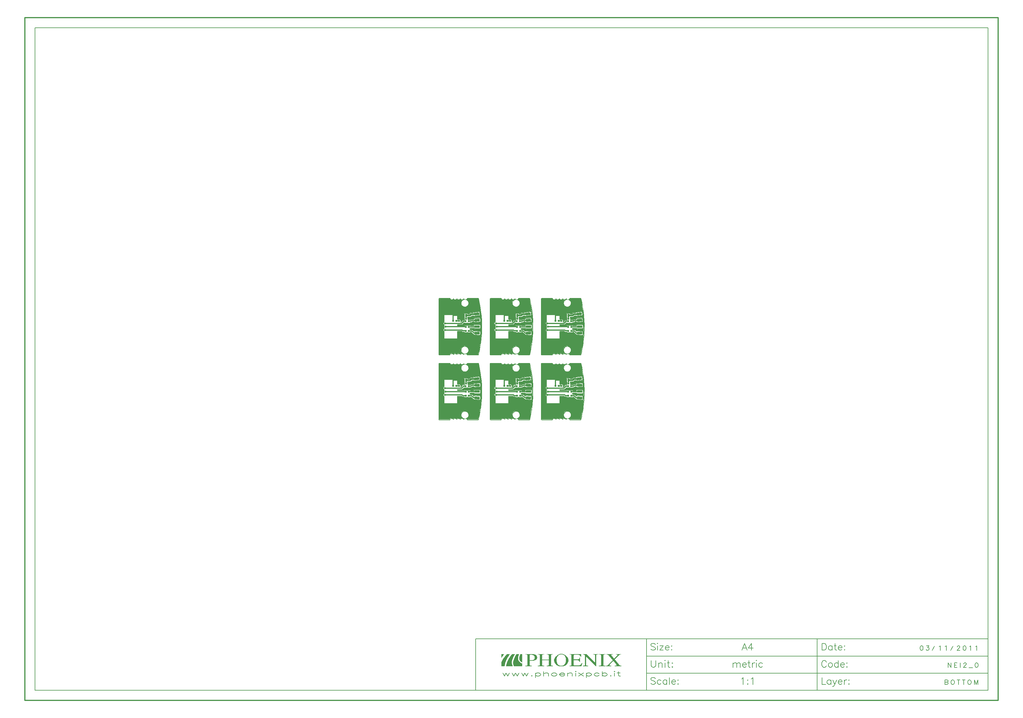
<source format=gbr>
G04 CAM350 V10.2.2 (Build 401) Date:  Thu Nov 03 10:21:44 2011 *
G04 Database: \\SRVPHOENIX\Users\Marina\Documenti\Untitled.cam *
G04 Layer 1: BOT *
%FSLAX33Y33*%
%MOMM*%
%SFA1.000B1.000*%

%MIA0B0*%
%IPPOS*%
%ADD10C,0.25400*%
%ADD11R,1.52400X0.76200*%
%ADD12C,0.02540*%
%ADD13C,0.05080*%
%ADD14C,0.10160*%
%ADD15C,0.20320*%
%ADD16C,0.40640*%
%ADD17C,0.30480*%
%ADD18C,0.50013*%
%ADD19C,0.59995*%
%ADD20R,0.54991X0.54991*%
%ADD21R,0.60960X0.88900*%
%ADD46C,0.12700*%
%ADD84C,0.20000*%
%ADD112C,0.30000*%
%LNBOT*%
%LPD*%
G36*
X25520Y-62644D02*
G01Y-61414D01*
X26337*
X26338Y-61416*
X26280Y-61474*
Y-61491*
X26228Y-61543*
Y-61561*
X26176Y-61613*
Y-61631*
X26123Y-61683*
Y-61700*
X26071Y-61752*
Y-61770*
X26036Y-61805*
Y-61822*
X26001Y-61857*
Y-61875*
X25949Y-61927*
Y-61944*
X25932Y-61962*
Y-61979*
X25879Y-62031*
Y-62049*
X25844Y-62084*
Y-62101*
X25827Y-62119*
Y-62136*
X25810Y-62154*
Y-62171*
X25792Y-62188*
Y-62206*
X25757Y-62241*
Y-62258*
X25722Y-62293*
Y-62310*
X25705Y-62328*
Y-62345*
X25670Y-62380*
Y-62397*
X25653Y-62415*
Y-62432*
X25635Y-62450*
Y-62467*
X25618Y-62485*
Y-62502*
X25583Y-62537*
Y-62554*
X25566Y-62572*
Y-62589*
X25548Y-62607*
Y-62644*
X25520*
G37*
G36*
X30767Y-62764D02*
G01Y-62602D01*
X30785Y-62585*
Y-62445*
X30802Y-62428*
Y-62323*
X30820Y-62306*
Y-62236*
X30837Y-62219*
Y-62166*
X30854Y-62149*
Y-62114*
X30872Y-62097*
Y-62045*
X30889Y-62027*
Y-61992*
X30907Y-61975*
Y-61940*
X30924Y-61922*
Y-61888*
X30942Y-61870*
Y-61835*
X30959Y-61818*
Y-61783*
X30976Y-61766*
Y-61731*
X30994Y-61713*
Y-61696*
X31011Y-61679*
Y-61661*
X31029Y-61643*
Y-61591*
X31046Y-61574*
Y-61539*
X31064Y-61522*
Y-61469*
X31098Y-61434*
Y-61414*
X31597*
Y-63865*
X31569*
Y-63844*
X31554Y-63829*
X31502Y-63812*
X31484Y-63794*
X31414Y-63759*
X31397Y-63742*
X31362Y-63724*
X31345Y-63707*
X31310Y-63689*
X31292Y-63672*
X31257Y-63655*
X31223Y-63620*
X31188Y-63602*
X31135Y-63550*
X31101Y-63533*
X31011Y-63443*
Y-63426*
X30959Y-63374*
Y-63356*
X30924Y-63321*
Y-63304*
X30907Y-63287*
Y-63269*
X30889Y-63252*
Y-63234*
X30872Y-63217*
Y-63199*
X30854Y-63182*
Y-63147*
X30837Y-63130*
Y-63095*
X30820Y-63077*
Y-63043*
X30802Y-63025*
Y-62955*
X30785Y-62938*
Y-62781*
X30767Y-62764*
G37*
G36*
X54088Y-64963D02*
G01Y-64861D01*
X54236Y-64856*
X54364Y-64839*
X54472Y-64811*
X54561Y-64772*
X54630Y-64721*
X54679Y-64660*
X54709Y-64587*
X54719Y-64502*
Y-61865*
X54709Y-61783*
X54679Y-61713*
X54630Y-61653*
X54561Y-61604*
X54472Y-61566*
X54364Y-61538*
X54236Y-61522*
X54088Y-61517*
Y-61415*
X56006*
Y-61517*
X55858Y-61522*
X55730Y-61538*
X55621Y-61566*
X55533Y-61604*
X55463Y-61653*
X55415Y-61713*
X55385Y-61783*
X55375Y-61865*
Y-64502*
X55385Y-64587*
X55415Y-64660*
X55463Y-64721*
X55533Y-64772*
X55621Y-64811*
X55730Y-64839*
X55858Y-64856*
X56006Y-64861*
Y-64963*
X54088*
G37*
G36*
X25520D02*
G01Y-63857D01*
X25538Y-63840*
Y-63805*
X25555Y-63788*
Y-63770*
X25573Y-63753*
Y-63735*
X25590Y-63718*
Y-63701*
X25607Y-63683*
Y-63648*
X25625Y-63631*
Y-63613*
X25642Y-63596*
Y-63578*
X25660Y-63561*
Y-63526*
X25695Y-63491*
Y-63457*
X25712Y-63439*
Y-63421*
X25730Y-63404*
Y-63387*
X25747Y-63369*
Y-63352*
X25764Y-63334*
Y-63317*
X25782Y-63300*
Y-63282*
X25799Y-63265*
Y-63247*
X25817Y-63230*
Y-63212*
X25834Y-63195*
Y-63178*
X25852Y-63160*
Y-63143*
X25869Y-63125*
Y-63108*
X25886Y-63091*
Y-63073*
X25921Y-63038*
Y-63021*
X25939Y-63003*
Y-62986*
X25956Y-62968*
Y-62951*
X25973Y-62934*
Y-62916*
X26008Y-62881*
Y-62864*
X26043Y-62829*
Y-62812*
X26061Y-62794*
Y-62777*
X26096Y-62742*
Y-62724*
X26113Y-62707*
Y-62689*
X26148Y-62655*
Y-62637*
X26200Y-62585*
Y-62568*
X26252Y-62515*
Y-62498*
X26287Y-62463*
Y-62445*
X26375Y-62358*
Y-62341*
X26462Y-62254*
Y-62236*
X26549Y-62149*
Y-62132*
X26619Y-62062*
Y-62045*
X26671Y-61992*
Y-61975*
X26758Y-61888*
Y-61870*
X26862Y-61766*
Y-61747*
X26897Y-61730*
Y-61713*
X27176Y-61434*
Y-61414*
X28041*
Y-61439*
X27989Y-61491*
Y-61508*
X27849Y-61648*
Y-61683*
X27814Y-61718*
Y-61735*
X27795Y-61755*
X27762Y-61771*
Y-61805*
X27710Y-61857*
Y-61892*
X27692Y-61909*
Y-61927*
X27657Y-61962*
Y-61979*
X27623Y-62014*
Y-62031*
X27605Y-62049*
Y-62066*
X27570Y-62101*
Y-62119*
X27536Y-62154*
Y-62171*
X27518Y-62188*
Y-62206*
X27483Y-62241*
Y-62258*
X27466Y-62275*
Y-62293*
X27431Y-62328*
Y-62345*
X27413Y-62363*
Y-62380*
X27379Y-62415*
Y-62432*
X27344Y-62467*
Y-62485*
X27326Y-62502*
Y-62520*
X27309Y-62537*
Y-62572*
X27289Y-62591*
X27257Y-62608*
Y-62624*
X27239Y-62641*
Y-62659*
X27222Y-62676*
Y-62694*
X27204Y-62711*
Y-62729*
X27187Y-62746*
Y-62764*
X27169Y-62781*
Y-62798*
X27152Y-62816*
Y-62833*
X27134Y-62851*
Y-62868*
X27117Y-62886*
Y-62903*
X27100Y-62920*
Y-62938*
X27082Y-62955*
Y-62973*
X27065Y-62990*
Y-63007*
X27047Y-63025*
Y-63043*
X27030Y-63060*
Y-63095*
X27013Y-63112*
Y-63130*
X26995Y-63147*
Y-63164*
X26978Y-63182*
Y-63217*
X26960Y-63234*
Y-63252*
X26943Y-63269*
Y-63287*
X26925Y-63304*
Y-63339*
X26908Y-63356*
Y-63374*
X26890Y-63391*
Y-63426*
X26873Y-63443*
Y-63461*
X26856Y-63478*
Y-63513*
X26838Y-63530*
Y-63548*
X26821Y-63565*
Y-63600*
X26803Y-63618*
Y-63653*
X26786Y-63670*
Y-63705*
X26768Y-63722*
Y-63740*
X26751Y-63757*
Y-63809*
X26734Y-63827*
Y-63844*
X26716Y-63862*
Y-63949*
X26699Y-63966*
Y-64002*
X26664Y-64020*
Y-64036*
X26646Y-64053*
Y-64106*
X26629Y-64123*
Y-64193*
X26611Y-64210*
Y-64280*
X26594Y-64298*
Y-64367*
X26577Y-64385*
Y-64454*
X26559Y-64472*
Y-64559*
X26542Y-64576*
Y-64646*
X26524Y-64664*
Y-64768*
X26507Y-64786*
Y-64855*
X26490Y-64873*
Y-64963*
X25520*
G37*
G36*
X28954Y-64158D02*
G01Y-63927D01*
X28972Y-63910*
Y-63753*
X28989Y-63735*
Y-63648*
X29007Y-63631*
Y-63561*
X29024Y-63544*
Y-63491*
X29042Y-63474*
Y-63421*
X29059Y-63404*
Y-63369*
X29076Y-63352*
Y-63300*
X29094Y-63282*
Y-63247*
X29111Y-63230*
Y-63195*
X29129Y-63178*
Y-63143*
X29146Y-63125*
Y-63108*
X29164Y-63091*
Y-63055*
X29181Y-63038*
Y-63003*
X29198Y-62986*
Y-62951*
X29216Y-62934*
Y-62916*
X29233Y-62899*
Y-62881*
X29251Y-62864*
Y-62829*
X29268Y-62812*
Y-62777*
X29286Y-62759*
Y-62742*
X29303Y-62724*
Y-62689*
X29320Y-62672*
Y-62637*
X29338Y-62620*
Y-62602*
X29355Y-62585*
Y-62568*
X29373Y-62550*
Y-62515*
X29390Y-62498*
Y-62463*
X29408Y-62445*
Y-62428*
X29425Y-62411*
Y-62358*
X29460Y-62323*
Y-62289*
X29477Y-62271*
Y-62254*
X29495Y-62236*
Y-62219*
X29512Y-62202*
Y-62184*
X29530Y-62166*
Y-62132*
X29547Y-62114*
Y-62097*
X29582Y-62062*
Y-62027*
X29599Y-62010*
Y-61992*
X29634Y-61957*
Y-61940*
X29652Y-61922*
Y-61905*
X29669Y-61888*
Y-61870*
X29704Y-61835*
Y-61818*
X29791Y-61731*
Y-61713*
X29809Y-61696*
Y-61679*
X29826Y-61661*
Y-61643*
X29843Y-61626*
Y-61609*
X29878Y-61574*
Y-61556*
X29896Y-61539*
Y-61522*
X29931Y-61487*
Y-61469*
X29948Y-61452*
Y-61414*
X30729*
X30730Y-61416*
X30708Y-61439*
Y-61456*
X30690Y-61474*
Y-61508*
X30673Y-61526*
Y-61543*
X30656Y-61561*
Y-61596*
X30638Y-61613*
Y-61631*
X30621Y-61648*
Y-61683*
X30603Y-61700*
Y-61718*
X30586Y-61735*
Y-61770*
X30569Y-61787*
Y-61822*
X30551Y-61840*
Y-61875*
X30534Y-61892*
Y-61927*
X30516Y-61944*
Y-61979*
X30499Y-61997*
Y-62066*
X30481Y-62084*
Y-62119*
X30464Y-62136*
Y-62206*
X30447Y-62223*
Y-62310*
X30429Y-62328*
Y-62432*
X30412Y-62450*
Y-62829*
X30429Y-62846*
Y-62916*
X30447Y-62934*
Y-63021*
X30464Y-63038*
Y-63073*
X30499Y-63108*
Y-63160*
X30516Y-63178*
Y-63212*
X30534Y-63230*
Y-63265*
X30551Y-63282*
Y-63300*
X30569Y-63317*
Y-63334*
X30586Y-63352*
Y-63369*
X30621Y-63404*
Y-63421*
X30656Y-63457*
Y-63474*
X30726Y-63544*
Y-63561*
X30743Y-63578*
Y-63596*
X30845Y-63698*
X30880Y-63716*
X30900Y-63735*
Y-63753*
X30915Y-63768*
X30950Y-63785*
X30985Y-63821*
X31020Y-63838*
X31144Y-63962*
Y-63977*
X31227Y-63994*
X31299Y-64030*
X31316Y-64047*
X31454Y-64116*
X31507Y-64134*
X31541Y-64151*
X31597Y-64170*
Y-64963*
X29181*
Y-64925*
X29164Y-64908*
Y-64890*
X29146Y-64873*
Y-64855*
X29129Y-64838*
Y-64803*
X29111Y-64786*
Y-64751*
X29094Y-64733*
Y-64716*
X29076Y-64699*
Y-64664*
X29059Y-64646*
Y-64611*
X29042Y-64594*
Y-64542*
X29024Y-64524*
Y-64489*
X29007Y-64472*
Y-64419*
X28989Y-64402*
Y-64315*
X28972Y-64298*
Y-64176*
X28954Y-64158*
G37*
G36*
X26897Y-64963D02*
G01Y-64903D01*
X26915Y-64886*
Y-64816*
X26932Y-64799*
Y-64729*
X26950Y-64712*
Y-64642*
X26967Y-64624*
Y-64572*
X26985Y-64555*
Y-64485*
X27002Y-64467*
Y-64415*
X27019Y-64398*
Y-64363*
X27037Y-64346*
Y-64311*
X27054Y-64293*
Y-64241*
X27072Y-64223*
Y-64171*
X27089Y-64154*
Y-64136*
X27107Y-64119*
Y-64067*
X27124Y-64049*
Y-64014*
X27142Y-63997*
Y-63962*
X27159Y-63944*
Y-63927*
X27176Y-63910*
Y-63875*
X27194Y-63857*
Y-63823*
X27211Y-63805*
Y-63788*
X27229Y-63770*
Y-63735*
X27246Y-63718*
Y-63683*
X27264Y-63666*
Y-63648*
X27281Y-63631*
Y-63613*
X27298Y-63596*
Y-63561*
X27316Y-63544*
Y-63526*
X27333Y-63509*
Y-63474*
X27351Y-63457*
Y-63439*
X27368Y-63421*
Y-63404*
X27385Y-63387*
Y-63369*
X27403Y-63352*
Y-63334*
X27420Y-63317*
Y-63300*
X27438Y-63282*
Y-63265*
X27455Y-63247*
Y-63230*
X27473Y-63212*
Y-63195*
X27490Y-63178*
Y-63160*
X27508Y-63143*
Y-63125*
X27525Y-63108*
Y-63091*
X27542Y-63073*
Y-63055*
X27560Y-63038*
Y-63021*
X27577Y-63003*
Y-62986*
X27595Y-62968*
Y-62951*
X27612Y-62934*
Y-62916*
X27647Y-62881*
Y-62864*
X27664Y-62846*
Y-62829*
X27699Y-62794*
Y-62777*
X27717Y-62759*
Y-62742*
X27734Y-62724*
Y-62707*
X27769Y-62672*
Y-62655*
X27786Y-62637*
Y-62620*
X27821Y-62585*
Y-62568*
X27839Y-62550*
Y-62533*
X27874Y-62498*
Y-62480*
X27908Y-62445*
Y-62428*
X27943Y-62393*
Y-62376*
X27978Y-62341*
Y-62323*
X28013Y-62289*
Y-62271*
X28048Y-62236*
Y-62219*
X28083Y-62184*
Y-62166*
X28135Y-62114*
Y-62097*
X28187Y-62045*
Y-62027*
X28240Y-61975*
Y-61957*
X28292Y-61905*
Y-61888*
X28362Y-61818*
Y-61800*
X28397Y-61766*
Y-61731*
X28416Y-61711*
X28451Y-61694*
X28501Y-61643*
Y-61626*
X28553Y-61574*
Y-61556*
X28625Y-61484*
X28658Y-61468*
Y-61452*
X28696Y-61414*
X29579*
X29580Y-61416*
X29558Y-61439*
Y-61457*
X29523Y-61475*
Y-61491*
X29453Y-61561*
Y-61578*
X29401Y-61631*
Y-61648*
X29366Y-61683*
Y-61700*
X29348Y-61718*
Y-61735*
X29314Y-61770*
Y-61787*
X29296Y-61805*
Y-61822*
X29261Y-61857*
Y-61875*
X29226Y-61909*
Y-61927*
X29209Y-61944*
Y-61962*
X29191Y-61979*
Y-61997*
X29157Y-62031*
Y-62066*
X29122Y-62101*
Y-62119*
X29104Y-62136*
Y-62154*
X29087Y-62171*
Y-62188*
X29069Y-62206*
Y-62223*
X29052Y-62241*
Y-62275*
X29035Y-62293*
Y-62310*
X29017Y-62328*
Y-62345*
X29000Y-62363*
Y-62380*
X28982Y-62397*
Y-62415*
X28965Y-62432*
Y-62467*
X28947Y-62485*
Y-62502*
X28930Y-62520*
Y-62554*
X28912Y-62572*
Y-62589*
X28895Y-62607*
Y-62641*
X28878Y-62659*
Y-62676*
X28860Y-62694*
Y-62729*
X28843Y-62746*
Y-62781*
X28825Y-62798*
Y-62833*
X28808Y-62851*
Y-62886*
X28791Y-62903*
Y-62938*
X28773Y-62955*
Y-62990*
X28756Y-63007*
Y-63043*
X28738Y-63060*
Y-63077*
X28721Y-63095*
Y-63112*
X28705Y-63127*
X28721Y-63143*
Y-63164*
X28703Y-63182*
Y-63234*
X28686Y-63252*
Y-63287*
X28668Y-63304*
Y-63339*
X28651Y-63356*
Y-63409*
X28634Y-63426*
Y-63478*
X28616Y-63496*
Y-63600*
X28599Y-63618*
Y-64136*
X28616Y-64154*
Y-64241*
X28634Y-64258*
Y-64346*
X28651Y-64363*
Y-64415*
X28668Y-64433*
Y-64467*
X28686Y-64485*
Y-64537*
X28703Y-64555*
Y-64572*
X28721Y-64590*
Y-64624*
X28738Y-64642*
Y-64677*
X28756Y-64694*
Y-64729*
X28773Y-64746*
Y-64764*
X28791Y-64781*
Y-64799*
X28808Y-64816*
Y-64834*
X28825Y-64851*
Y-64886*
X28860Y-64921*
Y-64963*
X26897*
G37*
G36*
X32598D02*
G01Y-64861D01*
X32731Y-64856*
X32846Y-64839*
X32943Y-64811*
X33023Y-64772*
X33085Y-64721*
X33129Y-64660*
X33156Y-64587*
X33165Y-64502*
Y-61865*
X33158Y-61783*
X33137Y-61712*
X33103Y-61654*
X33055Y-61608*
X32978Y-61568*
X32876Y-61540*
X32750Y-61522*
X32598Y-61517*
Y-61415*
X34329*
X34518Y-61418*
X34697Y-61430*
X34864Y-61448*
X35021Y-61474*
X35166Y-61507*
X35301Y-61548*
X35425Y-61595*
X35539Y-61651*
X35650Y-61719*
X35747Y-61795*
X35828Y-61879*
X35896Y-61971*
X35947Y-62071*
X35985Y-62178*
X36007Y-62294*
X36015Y-62417*
X36006Y-62542*
X35980Y-62660*
X35935Y-62770*
X35873Y-62873*
X35794Y-62969*
X35697Y-63056*
X35581Y-63137*
X35449Y-63210*
X35329Y-63264*
X35204Y-63310*
X35074Y-63347*
X34939Y-63376*
X34798Y-63398*
X34654Y-63412*
X34503Y-63417*
X34349Y-63414*
X33821Y-63393*
Y-64529*
X33830Y-64607*
X33857Y-64675*
X33902Y-64732*
X33966Y-64778*
X34047Y-64815*
X34147Y-64841*
X34264Y-64856*
X34400Y-64861*
Y-64963*
X32598*
G37*
G36*
X45473D02*
G01Y-64861D01*
X45606Y-64856*
X45721Y-64839*
X45818Y-64811*
X45898Y-64772*
X45960Y-64721*
X46004Y-64660*
X46031Y-64587*
X46040Y-64502*
Y-61865*
X46033Y-61783*
X46012Y-61712*
X45978Y-61654*
X45930Y-61608*
X45853Y-61568*
X45751Y-61540*
X45625Y-61522*
X45473Y-61517*
Y-61415*
X48890*
Y-62181*
X48755*
X48707Y-62075*
X48641Y-61974*
X48557Y-61882*
X48462Y-61800*
X48353Y-61732*
X48238Y-61679*
X48118Y-61646*
X47996Y-61634*
X47037*
X46957Y-61638*
X46887Y-61649*
X46829Y-61667*
X46781Y-61691*
X46744Y-61723*
X46717Y-61761*
X46701Y-61807*
X46696Y-61860*
Y-62996*
X47687*
X47854Y-62988*
X47999Y-62964*
X48121Y-62924*
X48222Y-62867*
X48300Y-62795*
X48356Y-62706*
X48390Y-62602*
X48401Y-62481*
X48536*
Y-63736*
X48401*
X48386Y-63607*
X48368Y-63550*
X48343Y-63496*
X48310Y-63447*
X48270Y-63401*
X48224Y-63360*
X48169Y-63323*
X48069Y-63276*
X47955Y-63242*
X47828Y-63223*
X47687Y-63216*
X46696*
Y-64529*
X46702Y-64600*
X46720Y-64655*
X46750Y-64696*
X46793Y-64722*
X46870Y-64738*
X47011Y-64743*
X48002*
X48186Y-64731*
X48274Y-64715*
X48361Y-64692*
X48443Y-64664*
X48524Y-64629*
X48678Y-64540*
X48805Y-64437*
X48909Y-64322*
X48991Y-64196*
X49051Y-64057*
X49238*
X48948Y-64963*
X45473*
G37*
G36*
X40963Y-63189D02*
G01X40976Y-63034D01*
X41015Y-62876*
X41076Y-62717*
X41160Y-62557*
X41262Y-62400*
X41382Y-62247*
X41516Y-62099*
X41665Y-61959*
X41823Y-61830*
X41991Y-61711*
X42164Y-61605*
X42344Y-61514*
X42525Y-61441*
X42708Y-61386*
X42889Y-61352*
X43067Y-61340*
X43248Y-61352*
X43432Y-61386*
X43617Y-61440*
X43801Y-61513*
X43980Y-61604*
X44155Y-61709*
X44322Y-61827*
X44481Y-61957*
X44627Y-62097*
X44762Y-62244*
X44880Y-62398*
X44982Y-62554*
X45064Y-62714*
X45126Y-62875*
X45164Y-63033*
X45178Y-63189*
X45168Y-63381*
X45142Y-63564*
X45098Y-63740*
X45036Y-63907*
X44956Y-64067*
X44859Y-64218*
X44744Y-64362*
X44611Y-64497*
X44458Y-64624*
X44295Y-64734*
X44121Y-64827*
X43937Y-64903*
X43743Y-64962*
X43538Y-65004*
X43323Y-65029*
X43099Y-65038*
X42866Y-65029*
X42644Y-65004*
X42433Y-64962*
X42234Y-64903*
X42044Y-64827*
X41866Y-64734*
X41698Y-64624*
X41542Y-64497*
X41406Y-64362*
X41289Y-64218*
X41189Y-64067*
X41108Y-63907*
X41044Y-63740*
X40999Y-63564*
X40972Y-63381*
X40963Y-63189*
G37*
G36*
X36233Y-64963D02*
G01Y-64861D01*
X36366Y-64856*
X36481Y-64839*
X36578Y-64811*
X36658Y-64772*
X36720Y-64721*
X36764Y-64660*
X36790Y-64587*
X36799Y-64502*
Y-61865*
X36790Y-61783*
X36764Y-61713*
X36720Y-61653*
X36658Y-61604*
X36578Y-61566*
X36481Y-61538*
X36366Y-61522*
X36233Y-61517*
Y-61415*
X38022*
Y-61517*
X37889Y-61522*
X37774Y-61538*
X37676Y-61566*
X37597Y-61604*
X37535Y-61653*
X37491Y-61713*
X37464Y-61783*
X37456Y-61865*
Y-63039*
X39405*
Y-61865*
X39396Y-61783*
X39370Y-61713*
X39325Y-61653*
X39264Y-61604*
X39184Y-61566*
X39087Y-61538*
X38972Y-61522*
X38839Y-61517*
Y-61415*
X40628*
Y-61517*
X40495Y-61522*
X40380Y-61538*
X40282Y-61566*
X40203Y-61604*
X40141Y-61653*
X40097Y-61713*
X40070Y-61783*
X40062Y-61865*
Y-64502*
X40070Y-64587*
X40097Y-64660*
X40141Y-64721*
X40203Y-64772*
X40282Y-64811*
X40380Y-64839*
X40495Y-64856*
X40628Y-64861*
Y-64963*
X38839*
Y-64861*
X38972Y-64856*
X39087Y-64839*
X39184Y-64811*
X39264Y-64772*
X39325Y-64721*
X39370Y-64660*
X39396Y-64587*
X39405Y-64502*
Y-63259*
X37456*
Y-64502*
X37464Y-64587*
X37491Y-64660*
X37535Y-64721*
X37597Y-64772*
X37676Y-64811*
X37774Y-64839*
X37889Y-64856*
X38022Y-64861*
Y-64963*
X36233*
G37*
G36*
X56193Y-64861D02*
G01X56278Y-64856D01*
X56364Y-64839*
X56450Y-64810*
X56537Y-64770*
X56624Y-64719*
X56712Y-64656*
X56799Y-64582*
X56888Y-64497*
X58132Y-63215*
X57151Y-62016*
X57047Y-61899*
X56941Y-61798*
X56833Y-61712*
X56725Y-61641*
X56613Y-61587*
X56501Y-61548*
X56386Y-61525*
X56270Y-61517*
Y-61415*
X58207*
Y-61517*
X57993Y-61527*
X57910Y-61539*
X57842Y-61556*
X57789Y-61578*
X57751Y-61604*
X57730Y-61636*
X57724Y-61672*
X57750Y-61752*
X57811Y-61874*
X57937Y-62079*
X58548Y-62798*
X59422Y-61902*
X59473Y-61845*
X59508Y-61789*
X59527Y-61735*
X59532Y-61683*
X59522Y-61644*
X59499Y-61610*
X59462Y-61582*
X59413Y-61558*
X59350Y-61541*
X59274Y-61527*
X59082Y-61517*
Y-61415*
X60607*
Y-61517*
X60494Y-61522*
X60384Y-61540*
X60277Y-61570*
X60173Y-61611*
X60071Y-61664*
X59972Y-61728*
X59876Y-61805*
X59783Y-61892*
X58702Y-62991*
X59918Y-64433*
X60008Y-64534*
X60099Y-64620*
X60190Y-64694*
X60283Y-64754*
X60375Y-64802*
X60469Y-64835*
X60563Y-64855*
X60658Y-64861*
Y-64963*
X58747*
Y-64861*
X58964Y-64852*
X59049Y-64840*
X59119Y-64823*
X59173Y-64801*
X59211Y-64774*
X59235Y-64743*
X59243Y-64706*
X59234Y-64640*
X59207Y-64567*
X59162Y-64490*
X59100Y-64407*
X58304Y-63425*
X57364Y-64395*
X57297Y-64471*
X57248Y-64539*
X57219Y-64598*
X57210Y-64647*
X57218Y-64698*
X57241Y-64741*
X57279Y-64778*
X57332Y-64808*
X57398Y-64832*
X57479Y-64848*
X57575Y-64858*
X57686Y-64861*
Y-64963*
X56193*
Y-64861*
G37*
G36*
X49405Y-64963D02*
G01Y-64861D01*
X49551Y-64855*
X49678Y-64838*
X49784Y-64808*
X49873Y-64766*
X49940Y-64713*
X49990Y-64647*
X50019Y-64570*
X50029Y-64481*
Y-61817*
X49898Y-61685*
X49830Y-61624*
X49742Y-61577*
X49643Y-61543*
X49530Y-61523*
X49405Y-61517*
Y-61415*
X50512*
X52982Y-63993*
Y-61849*
X52972Y-61771*
X52943Y-61704*
X52894Y-61647*
X52826Y-61600*
X52738Y-61564*
X52631Y-61537*
X52504Y-61522*
X52358Y-61517*
Y-61415*
X53890*
Y-61517*
X53743Y-61522*
X53616Y-61539*
X53509Y-61567*
X53421Y-61607*
X53352Y-61657*
X53304Y-61719*
X53275Y-61792*
X53265Y-61876*
Y-65038*
X53177Y-65036*
X50312Y-62090*
Y-64529*
X50322Y-64607*
X50351Y-64675*
X50399Y-64732*
X50468Y-64778*
X50555Y-64815*
X50663Y-64841*
X50790Y-64856*
X50936Y-64861*
Y-64963*
X49405*
G37*
%LPC*%
G36*
X34130Y-63210D02*
G01X34310Y-63216D01*
X34537Y-63203*
X34639Y-63188*
X34735Y-63166*
X34821Y-63138*
X34901Y-63104*
X34973Y-63063*
X35038Y-63016*
X35095Y-62964*
X35144Y-62904*
X35186Y-62839*
X35220Y-62767*
X35247Y-62689*
X35266Y-62605*
X35278Y-62515*
X35282Y-62417*
X35276Y-62320*
X35262Y-62229*
X35238Y-62144*
X35206Y-62065*
X35163Y-61994*
X35112Y-61928*
X35051Y-61868*
X34980Y-61814*
X34900Y-61767*
X34811Y-61727*
X34711Y-61692*
X34604Y-61663*
X34486Y-61642*
X34359Y-61626*
X34223Y-61616*
X34078Y-61613*
X33956Y-61620*
X33914Y-61629*
X33885Y-61640*
X33857Y-61669*
X33837Y-61711*
X33825Y-61768*
X33821Y-61838*
Y-63189*
X34130Y-63210*
G37*
G36*
X41702Y-63374D02*
G01X41718Y-63540D01*
X41745Y-63699*
X41783Y-63848*
X41832Y-63991*
X41892Y-64125*
X41962Y-64251*
X42044Y-64368*
X42138Y-64481*
X42240Y-64577*
X42351Y-64660*
X42470Y-64726*
X42597Y-64779*
X42732Y-64816*
X42876Y-64838*
X43028Y-64845*
X43197Y-64837*
X43357Y-64813*
X43506Y-64773*
X43646Y-64715*
X43776Y-64642*
X43897Y-64553*
X44008Y-64447*
X44109Y-64325*
X44187Y-64208*
X44255Y-64084*
X44313Y-63954*
X44360Y-63816*
X44396Y-63672*
X44423Y-63522*
X44438Y-63364*
X44444Y-63200*
X44439Y-63029*
X44425Y-62865*
X44401Y-62709*
X44368Y-62561*
X44325Y-62421*
X44273Y-62288*
X44212Y-62164*
X44142Y-62047*
X44048Y-61927*
X43945Y-61822*
X43832Y-61734*
X43710Y-61661*
X43578Y-61605*
X43436Y-61565*
X43285Y-61541*
X43125Y-61533*
X42944Y-61541*
X42776Y-61563*
X42619Y-61602*
X42475Y-61655*
X42343Y-61724*
X42222Y-61808*
X42114Y-61907*
X42018Y-62020*
X41942Y-62133*
X41877Y-62255*
X41822Y-62388*
X41777Y-62530*
X41741Y-62682*
X41716Y-62845*
X41701Y-63017*
X41697Y-63200*
X41702Y-63374*
G37*
%LPD*%
G54D10*
X19022Y13329D03*
X18858Y11418D03*
X34022Y13329D03*
X33858Y11418D03*
X49021Y13329D03*
X48858Y11418D03*
X49021Y32329D03*
X48858Y30418D03*
X34022Y32329D03*
X33858Y30418D03*
X19022Y32329D03*
X18858Y30418D03*
G54D11*
X18450Y15500D03*
X33450D03*
X48450D03*
Y34500D03*
X33450D03*
X18450D03*
G54D19*
X10550Y8500D03*
X16600Y11500D03*
X9000Y14500D03*
X16600Y12500D03*
X9000Y16450D03*
X9200Y15450D03*
X13150Y17150D03*
X15200Y17800D03*
X11450Y20400D03*
X18200Y21850D03*
X25550Y8500D03*
X31600Y11500D03*
X24000Y14500D03*
X31600Y12500D03*
X24000Y16450D03*
X24200Y15450D03*
X28150Y17150D03*
X30200Y17800D03*
X26450Y20400D03*
X33200Y21850D03*
X40550Y8500D03*
X46600Y11500D03*
X39000Y14500D03*
X46600Y12500D03*
X39000Y16450D03*
X39200Y15450D03*
X43150Y17150D03*
X45200Y17800D03*
X41450Y20400D03*
X48200Y21850D03*
X40550Y27500D03*
X46600Y30500D03*
X39000Y33500D03*
X46600Y31500D03*
X39000Y35450D03*
X39200Y34450D03*
X43150Y36150D03*
X45200Y36800D03*
X41450Y39400D03*
X48200Y40850D03*
X25550Y27500D03*
X31600Y30500D03*
X24000Y33500D03*
X31600Y31500D03*
X24000Y35450D03*
X24200Y34450D03*
X28150Y36150D03*
X30200Y36800D03*
X26450Y39400D03*
X33200Y40850D03*
X10550Y27500D03*
X16600Y30500D03*
X9000Y33500D03*
X16600Y31500D03*
X9000Y35450D03*
X9200Y34450D03*
X13150Y36150D03*
X15200Y36800D03*
X11450Y39400D03*
X18200Y40850D03*
G54D20*
X12300Y17150D03*
X11400D03*
X15050Y17050D03*
X15950D03*
X15100Y15400D03*
X16000D03*
X15100Y14250D03*
X16000D03*
X27300Y17150D03*
X26400D03*
X30050Y17050D03*
X30950D03*
X30100Y15400D03*
X31000D03*
X30100Y14250D03*
X31000D03*
X42300Y17150D03*
X41400D03*
X45050Y17050D03*
X45950D03*
X45100Y15400D03*
X46000D03*
X45100Y14250D03*
X46000D03*
X42300Y36150D03*
X41400D03*
X45050Y36050D03*
X45950D03*
X45100Y34400D03*
X46000D03*
X45100Y33250D03*
X46000D03*
X27300Y36150D03*
X26400D03*
X30050Y36050D03*
X30950D03*
X30100Y34400D03*
X31000D03*
X30100Y33250D03*
X31000D03*
X12300Y36150D03*
X11400D03*
X15050Y36050D03*
X15950D03*
X15100Y34400D03*
X16000D03*
X15100Y33250D03*
X16000D03*
G54D21*
X15160Y18800D03*
X13941D03*
X30160D03*
X28941D03*
X45160D03*
X43940D03*
X45160Y37800D03*
X43940D03*
X30160D03*
X28941D03*
X15160D03*
X13941D03*
G54D10*
X17780Y17097D02*
G01X19048Y17164D01*
X19022Y17671*
X17753Y17604*
X17780Y17097*
X17770Y17278D02*
G01X19042D01*
X17757Y17532D02*
G01X19029D01*
X17756Y17552D02*
G01Y17605D01*
X18010Y17109D02*
G01Y17618D01*
X18264Y17123D02*
G01Y17631D01*
X18518Y17136D02*
G01Y17645D01*
X18772Y17149D02*
G01Y17658D01*
X19026Y17163D02*
G01Y17585D01*
X17753Y13395D02*
G01X19022Y13329D01*
X19048Y13836*
X17780Y13903*
X17753Y13395*
X17763Y13583D02*
G01X19035D01*
X17776Y13837D02*
G01X19035D01*
X17756Y13395D02*
G01Y13448D01*
X18010Y13382D02*
G01Y13891D01*
X18264Y13369D02*
G01Y13877D01*
X18518Y13355D02*
G01Y13864D01*
X18772Y13342D02*
G01Y13851D01*
X19026Y13415D02*
G01Y13837D01*
X17595Y11551D02*
G01X18858Y11418D01*
X18911Y11923*
X17648Y12056*
X17595Y11551*
X17608Y11672D02*
G01X18885D01*
X17634Y11926D02*
G01X18884D01*
X17756Y11534D02*
G01Y12045D01*
X18010Y11507D02*
G01Y12018D01*
X18264Y11480D02*
G01Y11991D01*
X18518Y11454D02*
G01Y11964D01*
X18772Y11427D02*
G01Y11938D01*
X17648Y18944D02*
G01X18911Y19077D01*
X18858Y19582*
X17595Y19449*
X17648Y18944*
X17636Y19056D02*
G01X18713D01*
X17610Y19310D02*
G01X18886D01*
X18687Y19564D02*
G01X18860D01*
X17756Y18955D02*
G01Y19466D01*
X18010Y18982D02*
G01Y19493D01*
X18264Y19009D02*
G01Y19520D01*
X18518Y19036D02*
G01Y19546D01*
X18772Y19062D02*
G01Y19573D01*
X32780Y17097D02*
G01X34048Y17164D01*
X34022Y17671*
X32753Y17604*
X32780Y17097*
X32770Y17278D02*
G01X34042D01*
X32757Y17532D02*
G01X34029D01*
X32756Y17552D02*
G01Y17605D01*
X33010Y17109D02*
G01Y17618D01*
X33264Y17123D02*
G01Y17631D01*
X33518Y17136D02*
G01Y17645D01*
X33772Y17149D02*
G01Y17658D01*
X34026Y17163D02*
G01Y17585D01*
X32753Y13395D02*
G01X34022Y13329D01*
X34048Y13836*
X32780Y13903*
X32753Y13395*
X32763Y13583D02*
G01X34035D01*
X32776Y13837D02*
G01X34035D01*
X32756Y13395D02*
G01Y13448D01*
X33010Y13382D02*
G01Y13891D01*
X33264Y13369D02*
G01Y13877D01*
X33518Y13355D02*
G01Y13864D01*
X33772Y13342D02*
G01Y13851D01*
X34026Y13415D02*
G01Y13837D01*
X32595Y11551D02*
G01X33858Y11418D01*
X33911Y11923*
X32648Y12056*
X32595Y11551*
X32608Y11672D02*
G01X33885D01*
X32634Y11926D02*
G01X33884D01*
X32756Y11534D02*
G01Y12045D01*
X33010Y11507D02*
G01Y12018D01*
X33264Y11480D02*
G01Y11991D01*
X33518Y11454D02*
G01Y11964D01*
X33772Y11427D02*
G01Y11938D01*
X32648Y18944D02*
G01X33911Y19077D01*
X33858Y19582*
X32595Y19449*
X32648Y18944*
X32636Y19056D02*
G01X33713D01*
X32610Y19310D02*
G01X33886D01*
X33686Y19564D02*
G01X33860D01*
X32756Y18955D02*
G01Y19466D01*
X33010Y18982D02*
G01Y19493D01*
X33264Y19009D02*
G01Y19520D01*
X33518Y19036D02*
G01Y19546D01*
X33772Y19062D02*
G01Y19573D01*
X47780Y17097D02*
G01X49048Y17164D01*
X49021Y17671*
X47753Y17604*
X47780Y17097*
X47770Y17278D02*
G01X49042D01*
X47757Y17532D02*
G01X49029D01*
X47756Y17552D02*
G01Y17605D01*
X48010Y17109D02*
G01Y17618D01*
X48264Y17123D02*
G01Y17631D01*
X48518Y17136D02*
G01Y17645D01*
X48772Y17149D02*
G01Y17658D01*
X49026Y17163D02*
G01Y17585D01*
X47753Y13395D02*
G01X49021Y13329D01*
X49048Y13836*
X47780Y13903*
X47753Y13395*
X47763Y13583D02*
G01X49035D01*
X47776Y13837D02*
G01X49035D01*
X47756Y13395D02*
G01Y13448D01*
X48010Y13382D02*
G01Y13891D01*
X48264Y13369D02*
G01Y13877D01*
X48518Y13355D02*
G01Y13864D01*
X48772Y13342D02*
G01Y13851D01*
X49026Y13415D02*
G01Y13837D01*
X47595Y11551D02*
G01X48858Y11418D01*
X48911Y11923*
X47648Y12056*
X47595Y11551*
X47607Y11672D02*
G01X48885D01*
X47634Y11926D02*
G01X48884D01*
X47756Y11534D02*
G01Y12045D01*
X48010Y11507D02*
G01Y12018D01*
X48264Y11480D02*
G01Y11991D01*
X48518Y11454D02*
G01Y11964D01*
X48772Y11427D02*
G01Y11938D01*
X47648Y18944D02*
G01X48911Y19077D01*
X48858Y19582*
X47595Y19449*
X47648Y18944*
X47636Y19056D02*
G01X48713D01*
X47610Y19310D02*
G01X48886D01*
X48686Y19564D02*
G01X48860D01*
X47756Y18955D02*
G01Y19466D01*
X48010Y18982D02*
G01Y19493D01*
X48264Y19009D02*
G01Y19520D01*
X48518Y19036D02*
G01Y19546D01*
X48772Y19062D02*
G01Y19573D01*
X47780Y36097D02*
G01X49048Y36164D01*
X49021Y36671*
X47753Y36604*
X47780Y36097*
X47770Y36278D02*
G01X49042D01*
X47757Y36532D02*
G01X49029D01*
X47756Y36552D02*
G01Y36605D01*
X48010Y36109D02*
G01Y36618D01*
X48264Y36123D02*
G01Y36631D01*
X48518Y36136D02*
G01Y36645D01*
X48772Y36149D02*
G01Y36658D01*
X49026Y36162D02*
G01Y36585D01*
X47753Y32395D02*
G01X49021Y32329D01*
X49048Y32836*
X47780Y32903*
X47753Y32395*
X47763Y32583D02*
G01X49035D01*
X47776Y32837D02*
G01X49035D01*
X47756Y32395D02*
G01Y32448D01*
X48010Y32382D02*
G01Y32891D01*
X48264Y32369D02*
G01Y32877D01*
X48518Y32355D02*
G01Y32864D01*
X48772Y32342D02*
G01Y32851D01*
X49026Y32415D02*
G01Y32837D01*
X47595Y30551D02*
G01X48858Y30418D01*
X48911Y30923*
X47648Y31056*
X47595Y30551*
X47607Y30672D02*
G01X48885D01*
X47634Y30926D02*
G01X48884D01*
X47756Y30534D02*
G01Y31045D01*
X48010Y30507D02*
G01Y31018D01*
X48264Y30480D02*
G01Y30991D01*
X48518Y30454D02*
G01Y30964D01*
X48772Y30427D02*
G01Y30938D01*
X47648Y37944D02*
G01X48911Y38077D01*
X48858Y38582*
X47595Y38449*
X47648Y37944*
X47636Y38056D02*
G01X48713D01*
X47610Y38310D02*
G01X48886D01*
X48686Y38564D02*
G01X48860D01*
X47756Y37955D02*
G01Y38466D01*
X48010Y37982D02*
G01Y38493D01*
X48264Y38009D02*
G01Y38520D01*
X48518Y38035D02*
G01Y38546D01*
X48772Y38062D02*
G01Y38573D01*
X32780Y36097D02*
G01X34048Y36164D01*
X34022Y36671*
X32753Y36604*
X32780Y36097*
X32770Y36278D02*
G01X34042D01*
X32757Y36532D02*
G01X34029D01*
X32756Y36552D02*
G01Y36605D01*
X33010Y36109D02*
G01Y36618D01*
X33264Y36123D02*
G01Y36631D01*
X33518Y36136D02*
G01Y36645D01*
X33772Y36149D02*
G01Y36658D01*
X34026Y36162D02*
G01Y36585D01*
X32753Y32395D02*
G01X34022Y32329D01*
X34048Y32836*
X32780Y32903*
X32753Y32395*
X32763Y32583D02*
G01X34035D01*
X32776Y32837D02*
G01X34035D01*
X32756Y32395D02*
G01Y32448D01*
X33010Y32382D02*
G01Y32891D01*
X33264Y32369D02*
G01Y32877D01*
X33518Y32355D02*
G01Y32864D01*
X33772Y32342D02*
G01Y32851D01*
X34026Y32415D02*
G01Y32837D01*
X32595Y30551D02*
G01X33858Y30418D01*
X33911Y30923*
X32648Y31056*
X32595Y30551*
X32608Y30672D02*
G01X33885D01*
X32634Y30926D02*
G01X33884D01*
X32756Y30534D02*
G01Y31045D01*
X33010Y30507D02*
G01Y31018D01*
X33264Y30480D02*
G01Y30991D01*
X33518Y30454D02*
G01Y30964D01*
X33772Y30427D02*
G01Y30938D01*
X32648Y37944D02*
G01X33911Y38077D01*
X33858Y38582*
X32595Y38449*
X32648Y37944*
X32636Y38056D02*
G01X33713D01*
X32610Y38310D02*
G01X33886D01*
X33686Y38564D02*
G01X33860D01*
X32756Y37955D02*
G01Y38466D01*
X33010Y37982D02*
G01Y38493D01*
X33264Y38009D02*
G01Y38520D01*
X33518Y38035D02*
G01Y38546D01*
X33772Y38062D02*
G01Y38573D01*
X17780Y36097D02*
G01X19048Y36164D01*
X19022Y36671*
X17753Y36604*
X17780Y36097*
X17770Y36278D02*
G01X19042D01*
X17757Y36532D02*
G01X19029D01*
X17756Y36552D02*
G01Y36605D01*
X18010Y36109D02*
G01Y36618D01*
X18264Y36123D02*
G01Y36631D01*
X18518Y36136D02*
G01Y36645D01*
X18772Y36149D02*
G01Y36658D01*
X19026Y36162D02*
G01Y36585D01*
X17753Y32395D02*
G01X19022Y32329D01*
X19048Y32836*
X17780Y32903*
X17753Y32395*
X17763Y32583D02*
G01X19035D01*
X17776Y32837D02*
G01X19035D01*
X17756Y32395D02*
G01Y32448D01*
X18010Y32382D02*
G01Y32891D01*
X18264Y32369D02*
G01Y32877D01*
X18518Y32355D02*
G01Y32864D01*
X18772Y32342D02*
G01Y32851D01*
X19026Y32415D02*
G01Y32837D01*
X17595Y30551D02*
G01X18858Y30418D01*
X18911Y30923*
X17648Y31056*
X17595Y30551*
X17608Y30672D02*
G01X18885D01*
X17634Y30926D02*
G01X18884D01*
X17756Y30534D02*
G01Y31045D01*
X18010Y30507D02*
G01Y31018D01*
X18264Y30480D02*
G01Y30991D01*
X18518Y30454D02*
G01Y30964D01*
X18772Y30427D02*
G01Y30938D01*
X17648Y37944D02*
G01X18911Y38077D01*
X18858Y38582*
X17595Y38449*
X17648Y37944*
X17636Y38056D02*
G01X18713D01*
X17610Y38310D02*
G01X18886D01*
X18687Y38564D02*
G01X18860D01*
X17756Y37955D02*
G01Y38466D01*
X18010Y37982D02*
G01Y38493D01*
X18264Y38009D02*
G01Y38520D01*
X18518Y38035D02*
G01Y38546D01*
X18772Y38062D02*
G01Y38573D01*
G54D12*
X13739Y8654D02*
G01X13747Y8476D01*
X13790Y8291*
X13903Y8050*
X14015Y7906*
X14152Y7779*
X14263Y7706*
X14380Y7646*
X14508Y7599*
X14634Y7571*
X14690Y7563*
X14791Y7553*
X14998Y7572*
X15099Y7599*
X15176Y7623*
X15320Y7687*
X15468Y7786*
X15630Y7941*
X15716Y8073*
X15781Y8184*
X15840Y8355*
X15874Y8592*
X15854Y8817*
X15812Y8966*
X15761Y9089*
X15665Y9249*
X15592Y9340*
X15453Y9466*
X15320Y9554*
X15188Y9618*
X15069Y9654*
X14989Y9672*
X14884Y9684*
X14761Y9689*
X14662Y9678*
X14532Y9650*
X14474Y9633*
X14389Y9601*
X14260Y9535*
X14127Y9443*
X14051Y9374*
X13950Y9252*
X13860Y9113*
X13835Y9056*
X13780Y8904*
X13747Y8776*
X13739Y8654*
X8532Y16532D02*
G01X8539Y16331D01*
X8644Y16151*
X8712Y16085*
X8737Y16036*
Y14918*
X8694Y14851*
X8649Y14816*
X8611Y14770*
X8539Y14620*
X8533Y14437*
X8555Y14352*
X8579Y14299*
X8580*
X8597Y14257*
X8716Y14128*
X8737Y14085*
Y12037*
X12563*
Y14073*
X12582Y14123*
X12618Y14160*
X12667Y14182*
X13920*
X14079Y14030*
X14164Y13973*
X14255Y13950*
X14609Y13942*
X14657Y13920*
X14722Y13852*
X14793Y13813*
X15392Y13812*
X15519Y13868*
X15589Y13866*
X15698Y13813*
X16287Y13812*
X16363Y13840*
X16470Y13932*
X16681*
X16714Y13912*
X17267Y13355*
X17440Y13273*
X17462Y13230*
X17460Y13228*
X17488Y13177*
X17563Y13119*
X19138Y13036*
X19221Y13053*
X19295Y13127*
X19314Y13326*
X19345Y13940*
X19332Y14026*
X19280Y14090*
X19207Y14123*
X17675Y14204*
X17602Y14191*
X17495Y14122*
X17434Y14118*
X17378Y14142*
X17041Y14482*
X16951Y14542*
X16860Y14565*
X16486Y14573*
X16441Y14593*
X16361Y14668*
X16237Y14711*
X16203Y14745*
X16180Y14791*
Y14863*
X16203Y14910*
X16236Y14943*
X16365Y14989*
X16439Y15061*
X16487Y15082*
X17487*
X17643Y14953*
X19224Y14952*
X19314Y14990*
X19353Y15033*
X19378Y15101*
Y15883*
X19345Y15980*
X19294Y16024*
X19228Y16048*
X17669*
X17602Y16021*
X17560Y15984*
X17524Y15889*
X17520Y15820*
X17497Y15775*
X17467Y15744*
X17407Y15718*
X16499*
X16433Y15746*
X16389Y15795*
X16362Y15810*
X16363Y15812*
X16314Y15837*
X15706Y15838*
X15562Y15781*
X15366Y15837*
X14815Y15838*
X14769Y15825*
X14660Y15768*
X12678*
X12618Y15794*
X12588Y15825*
X12564Y15873*
Y16032*
X12588Y16080*
X12618Y16110*
X12667Y16132*
X13927Y16137*
X14000Y16152*
X14075Y16184*
X14534Y16636*
X14583Y16658*
X14652Y16656*
X14749Y16613*
X15342Y16612*
X15469Y16668*
X15539Y16666*
X15648Y16613*
X16238Y16612*
X16313Y16640*
X16419Y16731*
X16677Y16737*
X16750Y16752*
X16821Y16782*
X17009Y16961*
X17057Y16982*
X17426*
X17489Y16936*
X17519Y16876*
X17571Y16824*
X17659Y16800*
X18461Y16842*
X19190Y16881*
X19253Y16897*
X19301Y16931*
X19348Y16999*
X19309Y17795*
X19267Y17915*
X19183Y17971*
X17677Y17892*
X17588Y17883*
X17534Y17863*
X17480Y17804*
X17453Y17716*
X17432Y17675*
X17402Y17645*
X17354Y17623*
X16805Y17617*
X16691Y17568*
X16627Y17514*
X16572Y17430*
X16502Y17382*
X16439Y17378*
X16372Y17406*
X16342Y17442*
X16286Y17477*
X16237Y17488*
X15729Y17493*
X15666Y17539*
X15640Y17591*
X15659Y17842*
X15648Y17919*
X15553Y18130*
X15555Y18189*
X15574Y18227*
X15657Y18363*
X15712Y18387*
X16437Y18392*
X16514Y18408*
X16596Y18439*
X16685Y18503*
X16899Y18715*
X16947Y18737*
X17357*
X17502Y18642*
X18696Y18767*
X19042Y18804*
X19104Y18812*
X19157Y18841*
X19214Y18920*
X19195Y19143*
X19129Y19766*
X19081Y19838*
X19042Y19868*
X18980Y19886*
X17475Y19732*
X17409Y19722*
X17365Y19703*
X17271Y19592*
X17218Y19568*
X16721Y19563*
X16638Y19546*
X16572Y19520*
X16497Y19477*
X16260Y19243*
X16197Y19213*
X15723*
X15658Y19242*
X15564Y19373*
X15509Y19407*
X14841Y19408*
X14763Y19378*
X14719Y19326*
X14697Y19260*
X14687Y19195*
Y18332*
X14817Y18135*
X14815Y18071*
X14782Y18006*
X14749Y17921*
X14732Y17841*
X14743Y17704*
X14772Y17621*
X14770Y17561*
X14745Y17511*
X14599Y17385*
X14349Y17341*
X13789Y16793*
X13733Y16768*
X13657Y16771*
X13591Y16819*
X13563Y16874*
X13603Y17162*
X13593Y17271*
X13534Y17403*
X13443Y17506*
X13405Y17531*
X13371Y17556*
X13258Y17603*
X13177Y17613*
X13057Y17610*
X12955Y17571*
X12832Y17501*
X12765Y17497*
X12630Y17580*
X12588Y17619*
X12563Y17670*
Y18963*
X8737*
Y16864*
X8596Y16695*
X8532Y16532*
X7168Y23731D02*
G01X7217Y23807D01*
X7272Y23832*
X10424*
X10508Y23666*
X10614Y23559*
X10681Y23515*
X10768Y23473*
X10845Y23451*
X10939Y23438*
X11061Y23444*
X11162Y23473*
X11253Y23517*
X11325Y23567*
X11404Y23648*
X11449Y23712*
X11462Y23738*
X11590Y23577*
X11675Y23518*
X11768Y23473*
X11845Y23451*
X11939Y23438*
X12061Y23444*
X12162Y23473*
X12253Y23517*
X12325Y23567*
X12404Y23648*
X12449Y23712*
X12462Y23738*
X12590Y23577*
X12675Y23518*
X12768Y23473*
X12845Y23451*
X12939Y23438*
X13061Y23444*
X13162Y23473*
X13253Y23517*
X13325Y23567*
X13404Y23648*
X13449Y23712*
X13462Y23738*
X13590Y23577*
X13675Y23518*
X13768Y23473*
X13845Y23451*
X13939Y23438*
X14061Y23444*
X14162Y23473*
X14253Y23517*
X14325Y23567*
X14404Y23648*
X14449Y23712*
X14462Y23738*
X14590Y23577*
X14675Y23518*
X14768Y23473*
X14845Y23451*
X14925Y23440*
X14884Y23444*
X14761Y23449*
X14662Y23438*
X14532Y23410*
X14474Y23393*
X14389Y23362*
X14260Y23296*
X14127Y23203*
X14052Y23135*
X13950Y23011*
X13860Y22872*
X13779Y22663*
X13740Y22489*
X13744Y22250*
X13786Y22061*
X13883Y21845*
X13987Y21697*
X14103Y21577*
X14250Y21472*
X14394Y21399*
X14481Y21368*
X14554Y21348*
X14661Y21326*
X14744Y21317*
X14754Y21309*
X14998Y21332*
X15100Y21359*
X15194Y21388*
X15325Y21451*
X15468Y21546*
X15630Y21701*
X15716Y21833*
X15778Y21938*
X15804Y22003*
X15845Y22143*
X15874Y22353*
X15854Y22577*
X15812Y22726*
X15761Y22849*
X15665Y23009*
X15592Y23100*
X15453Y23226*
X15320Y23314*
X15188Y23378*
X15069Y23414*
X14989Y23433*
X14941Y23438*
X15061Y23444*
X15162Y23473*
X15253Y23517*
X15325Y23567*
X15404Y23648*
X15449Y23712*
X15478Y23770*
X15496Y23812*
X15502Y23832*
X18735*
X18814Y23775*
X19117Y22419*
X19360Y21053*
X19547Y19722*
X19659Y18637*
X19747Y17429*
X19796Y16111*
X19793Y14706*
X19746Y13608*
X19706Y12961*
X19607Y11822*
X19501Y10955*
X19456Y10617*
X19383Y10119*
X19285Y9519*
X19191Y9003*
X19071Y8377*
X19027Y8178*
X18879Y7526*
X18874Y7465*
X18854Y7424*
X18826Y7292*
X18824Y7268*
X18802Y7225*
X18772Y7195*
X18712Y7168*
X15504*
X15493Y7199*
X15475Y7241*
X15448Y7295*
X15399Y7363*
X15315Y7447*
X15249Y7490*
X15162Y7532*
X15086Y7554*
X15020Y7563*
X14880Y7561*
X14801Y7542*
X14746Y7522*
X14669Y7483*
X14604Y7437*
X14526Y7357*
X14481Y7293*
X14468Y7266*
X14341Y7427*
X14255Y7487*
X14162Y7532*
X14086Y7554*
X14020Y7563*
X13880Y7561*
X13801Y7542*
X13746Y7522*
X13669Y7483*
X13604Y7437*
X13526Y7357*
X13481Y7293*
X13468Y7266*
X13341Y7427*
X13255Y7487*
X13162Y7532*
X13086Y7554*
X13020Y7563*
X12880Y7561*
X12801Y7542*
X12746Y7522*
X12669Y7483*
X12604Y7437*
X12526Y7357*
X12481Y7293*
X12468Y7266*
X12341Y7427*
X12255Y7487*
X12162Y7532*
X12086Y7554*
X12020Y7563*
X11880Y7561*
X11801Y7542*
X11746Y7522*
X11669Y7483*
X11604Y7437*
X11526Y7357*
X11481Y7293*
X11468Y7266*
X11341Y7427*
X11255Y7487*
X11162Y7532*
X11086Y7554*
X11020Y7563*
X10880Y7561*
X10801Y7542*
X10746Y7522*
X10669Y7483*
X10604Y7437*
X10526Y7357*
X10481Y7293*
X10452Y7235*
X10434Y7193*
X10426Y7168*
X7283*
X7224Y7195*
X7193Y7225*
X7168Y7275*
Y23731*
X15050Y23431D02*
G01X15063Y23432D01*
X15077Y23436*
Y23424*
X15072Y23426*
X15050Y23431*
X15047Y7572D02*
G01X15080Y7581D01*
Y7567*
X15047Y7572*
X14741Y23459D02*
G01X14743Y23471D01*
X14762Y23461*
X14761*
X14741Y23459*
X14739Y7545D02*
G01X14765Y7543D01*
X14741Y7534*
X14739Y7545*
X28739Y8654D02*
G01X28747Y8476D01*
X28790Y8291*
X28903Y8050*
X29015Y7906*
X29152Y7779*
X29263Y7706*
X29380Y7646*
X29508Y7599*
X29634Y7571*
X29691Y7563*
X29791Y7553*
X29998Y7572*
X30099Y7599*
X30176Y7623*
X30320Y7687*
X30468Y7786*
X30631Y7941*
X30716Y8073*
X30781Y8184*
X30840Y8355*
X30874Y8592*
X30854Y8817*
X30812Y8966*
X30761Y9089*
X30665Y9249*
X30592Y9340*
X30453Y9466*
X30320Y9554*
X30188Y9618*
X30069Y9654*
X29989Y9672*
X29884Y9684*
X29761Y9689*
X29662Y9678*
X29532Y9650*
X29474Y9633*
X29389Y9601*
X29260Y9535*
X29127Y9443*
X29051Y9374*
X28950Y9252*
X28860Y9113*
X28835Y9056*
X28780Y8904*
X28747Y8776*
X28739Y8654*
X23532Y16532D02*
G01X23539Y16331D01*
X23644Y16151*
X23712Y16085*
X23737Y16036*
Y14918*
X23694Y14851*
X23649Y14816*
X23611Y14770*
X23539Y14620*
X23533Y14437*
X23555Y14352*
X23579Y14299*
X23580*
X23597Y14257*
X23715Y14128*
X23737Y14085*
Y12037*
X27563*
Y14073*
X27582Y14123*
X27618Y14160*
X27667Y14182*
X28920*
X29079Y14030*
X29164Y13973*
X29255Y13950*
X29610Y13942*
X29657Y13920*
X29722Y13852*
X29793Y13813*
X30392Y13812*
X30519Y13868*
X30589Y13866*
X30698Y13813*
X31288Y13812*
X31363Y13840*
X31470Y13932*
X31681*
X31714Y13912*
X32267Y13355*
X32441Y13273*
X32462Y13230*
X32460Y13228*
X32488Y13177*
X32563Y13119*
X34138Y13036*
X34221Y13053*
X34295Y13127*
X34314Y13326*
X34345Y13940*
X34332Y14026*
X34280Y14090*
X34207Y14123*
X32675Y14204*
X32602Y14191*
X32495Y14122*
X32434Y14118*
X32378Y14142*
X32041Y14482*
X31951Y14542*
X31860Y14565*
X31486Y14573*
X31442Y14593*
X31361Y14668*
X31237Y14711*
X31203Y14745*
X31180Y14791*
Y14863*
X31203Y14910*
X31236Y14943*
X31365Y14989*
X31439Y15061*
X31487Y15082*
X32487*
X32643Y14953*
X34224Y14952*
X34314Y14990*
X34353Y15033*
X34378Y15101*
Y15883*
X34345Y15980*
X34294Y16024*
X34228Y16048*
X32669*
X32602Y16021*
X32560Y15984*
X32524Y15889*
X32520Y15820*
X32497Y15775*
X32467Y15744*
X32407Y15718*
X31499*
X31433Y15746*
X31389Y15795*
X31362Y15810*
X31363Y15812*
X31314Y15837*
X30706Y15838*
X30562Y15781*
X30366Y15837*
X29815Y15838*
X29769Y15825*
X29660Y15768*
X27678*
X27618Y15794*
X27588Y15825*
X27564Y15873*
Y16032*
X27588Y16080*
X27618Y16110*
X27667Y16132*
X28927Y16137*
X29000Y16152*
X29075Y16184*
X29534Y16636*
X29583Y16658*
X29652Y16656*
X29749Y16613*
X30342Y16612*
X30469Y16668*
X30539Y16666*
X30648Y16613*
X31238Y16612*
X31313Y16640*
X31419Y16731*
X31677Y16737*
X31750Y16752*
X31821Y16782*
X32009Y16961*
X32057Y16982*
X32426*
X32489Y16936*
X32519Y16876*
X32571Y16824*
X32659Y16800*
X33461Y16842*
X34190Y16881*
X34253Y16897*
X34301Y16931*
X34348Y16999*
X34309Y17795*
X34267Y17915*
X34183Y17971*
X32677Y17892*
X32588Y17883*
X32534Y17863*
X32479Y17804*
X32453Y17716*
X32432Y17675*
X32402Y17645*
X32354Y17623*
X31805Y17617*
X31691Y17568*
X31627Y17514*
X31572Y17430*
X31502Y17382*
X31439Y17378*
X31372Y17406*
X31342Y17442*
X31286Y17477*
X31237Y17488*
X30729Y17493*
X30666Y17539*
X30640Y17591*
X30659Y17842*
X30648Y17919*
X30553Y18130*
X30555Y18189*
X30574Y18227*
X30657Y18363*
X30712Y18387*
X31437Y18392*
X31514Y18408*
X31596Y18439*
X31685Y18503*
X31899Y18715*
X31947Y18737*
X32357*
X32502Y18642*
X33696Y18767*
X34042Y18804*
X34104Y18812*
X34157Y18841*
X34214Y18920*
X34194Y19143*
X34129Y19766*
X34081Y19838*
X34042Y19868*
X33980Y19886*
X32475Y19732*
X32409Y19722*
X32365Y19703*
X32271Y19592*
X32218Y19568*
X31721Y19563*
X31638Y19546*
X31572Y19520*
X31497Y19477*
X31260Y19243*
X31197Y19213*
X30723*
X30658Y19242*
X30564Y19373*
X30509Y19407*
X29841Y19408*
X29763Y19378*
X29719Y19326*
X29697Y19260*
X29687Y19195*
Y18332*
X29817Y18135*
X29815Y18071*
X29782Y18006*
X29749Y17921*
X29732Y17841*
X29743Y17704*
X29772Y17621*
X29770Y17561*
X29745Y17511*
X29599Y17385*
X29349Y17341*
X28789Y16793*
X28733Y16768*
X28657Y16771*
X28591Y16819*
X28563Y16874*
X28603Y17162*
X28593Y17271*
X28534Y17403*
X28443Y17506*
X28405Y17531*
X28371Y17556*
X28258Y17603*
X28177Y17613*
X28057Y17610*
X27954Y17571*
X27832Y17501*
X27765Y17497*
X27630Y17580*
X27588Y17619*
X27563Y17670*
Y18963*
X23737*
Y16864*
X23596Y16695*
X23532Y16532*
X22168Y23731D02*
G01X22217Y23807D01*
X22272Y23832*
X25424*
X25508Y23666*
X25614Y23559*
X25681Y23515*
X25768Y23473*
X25845Y23451*
X25938Y23438*
X26061Y23444*
X26162Y23473*
X26253Y23517*
X26325Y23567*
X26404Y23648*
X26449Y23712*
X26462Y23738*
X26590Y23577*
X26675Y23518*
X26768Y23473*
X26844Y23451*
X26938Y23438*
X27061Y23444*
X27162Y23473*
X27253Y23517*
X27325Y23567*
X27404Y23648*
X27449Y23712*
X27462Y23738*
X27590Y23577*
X27675Y23518*
X27768Y23473*
X27844Y23451*
X27938Y23438*
X28061Y23444*
X28162Y23473*
X28253Y23517*
X28325Y23567*
X28404Y23648*
X28449Y23712*
X28462Y23738*
X28590Y23577*
X28675Y23518*
X28768Y23473*
X28844Y23451*
X28938Y23438*
X29061Y23444*
X29162Y23473*
X29253Y23517*
X29325Y23567*
X29404Y23648*
X29449Y23712*
X29462Y23738*
X29590Y23577*
X29675Y23518*
X29768Y23473*
X29844Y23451*
X29925Y23440*
X29884Y23444*
X29761Y23449*
X29662Y23438*
X29532Y23410*
X29474Y23393*
X29389Y23362*
X29260Y23296*
X29127Y23203*
X29052Y23135*
X28950Y23011*
X28859Y22872*
X28779Y22663*
X28740Y22489*
X28744Y22250*
X28786Y22061*
X28883Y21845*
X28987Y21697*
X29103Y21577*
X29250Y21472*
X29394Y21399*
X29481Y21368*
X29554Y21348*
X29661Y21326*
X29744Y21317*
X29754Y21309*
X29998Y21332*
X30100Y21359*
X30194Y21388*
X30325Y21451*
X30468Y21546*
X30631Y21701*
X30716Y21833*
X30778Y21938*
X30804Y22003*
X30845Y22143*
X30874Y22353*
X30854Y22577*
X30812Y22726*
X30761Y22849*
X30665Y23009*
X30592Y23100*
X30453Y23226*
X30320Y23314*
X30188Y23378*
X30069Y23414*
X29989Y23433*
X29941Y23438*
X30061Y23444*
X30162Y23473*
X30253Y23517*
X30325Y23567*
X30404Y23648*
X30449Y23712*
X30478Y23770*
X30496Y23812*
X30502Y23832*
X33735*
X33814Y23775*
X34117Y22419*
X34360Y21053*
X34547Y19722*
X34659Y18637*
X34747Y17429*
X34796Y16111*
X34793Y14706*
X34746Y13608*
X34706Y12961*
X34607Y11822*
X34501Y10955*
X34457Y10617*
X34383Y10119*
X34285Y9519*
X34191Y9003*
X34071Y8377*
X34027Y8178*
X33879Y7526*
X33874Y7465*
X33854Y7424*
X33826Y7292*
X33824Y7268*
X33802Y7225*
X33772Y7195*
X33712Y7168*
X30504*
X30493Y7199*
X30475Y7241*
X30448Y7295*
X30399Y7363*
X30315Y7447*
X30249Y7490*
X30162Y7532*
X30086Y7554*
X30020Y7563*
X29880Y7561*
X29801Y7542*
X29746Y7522*
X29669Y7483*
X29604Y7437*
X29526Y7357*
X29481Y7293*
X29468Y7266*
X29341Y7427*
X29255Y7487*
X29162Y7532*
X29086Y7554*
X29020Y7563*
X28880Y7561*
X28801Y7542*
X28746Y7522*
X28669Y7483*
X28604Y7437*
X28526Y7357*
X28481Y7293*
X28468Y7266*
X28341Y7427*
X28255Y7487*
X28162Y7532*
X28086Y7554*
X28020Y7563*
X27880Y7561*
X27801Y7542*
X27746Y7522*
X27669Y7483*
X27604Y7437*
X27526Y7357*
X27481Y7293*
X27468Y7266*
X27341Y7427*
X27255Y7487*
X27162Y7532*
X27086Y7554*
X27020Y7563*
X26880Y7561*
X26801Y7542*
X26746Y7522*
X26669Y7483*
X26604Y7437*
X26526Y7357*
X26481Y7293*
X26468Y7266*
X26341Y7427*
X26255Y7487*
X26162Y7532*
X26086Y7554*
X26020Y7563*
X25880Y7561*
X25801Y7542*
X25746Y7522*
X25669Y7483*
X25604Y7437*
X25526Y7357*
X25481Y7293*
X25452Y7235*
X25434Y7193*
X25426Y7168*
X22283*
X22223Y7195*
X22193Y7225*
X22168Y7275*
Y23731*
X30049Y23431D02*
G01X30063Y23432D01*
X30077Y23436*
Y23424*
X30072Y23426*
X30049Y23431*
X30047Y7572D02*
G01X30081Y7581D01*
X30080Y7567*
X30047Y7572*
X29741Y23459D02*
G01X29743Y23471D01*
X29762Y23461*
X29761*
X29741Y23459*
X29739Y7545D02*
G01X29765Y7543D01*
X29741Y7534*
X29739Y7545*
X43739Y8654D02*
G01X43747Y8476D01*
X43790Y8291*
X43903Y8050*
X44015Y7906*
X44152Y7779*
X44263Y7706*
X44380Y7646*
X44508Y7599*
X44634Y7571*
X44691Y7563*
X44791Y7553*
X44998Y7572*
X45099Y7599*
X45176Y7623*
X45320Y7687*
X45468Y7786*
X45631Y7941*
X45716Y8073*
X45781Y8184*
X45840Y8355*
X45874Y8592*
X45855Y8817*
X45812Y8966*
X45761Y9089*
X45665Y9249*
X45592Y9340*
X45453Y9466*
X45320Y9554*
X45188Y9618*
X45068Y9654*
X44988Y9672*
X44884Y9684*
X44761Y9689*
X44662Y9678*
X44532Y9650*
X44474Y9633*
X44389Y9601*
X44260Y9535*
X44127Y9443*
X44051Y9374*
X43950Y9252*
X43860Y9113*
X43835Y9056*
X43780Y8904*
X43747Y8776*
X43739Y8654*
X38532Y16532D02*
G01X38540Y16331D01*
X38644Y16151*
X38712Y16085*
X38737Y16036*
Y14918*
X38694Y14851*
X38649Y14816*
X38611Y14770*
X38539Y14620*
X38533Y14437*
X38555Y14352*
X38579Y14299*
X38580*
X38597Y14257*
X38715Y14128*
X38737Y14085*
Y12037*
X42563*
Y14073*
X42582Y14123*
X42618Y14160*
X42667Y14182*
X43920*
X44079Y14030*
X44164Y13973*
X44255Y13950*
X44610Y13942*
X44657Y13920*
X44722Y13852*
X44793Y13813*
X45392Y13812*
X45519Y13868*
X45589Y13866*
X45698Y13813*
X46288Y13812*
X46363Y13840*
X46470Y13932*
X46681*
X46714Y13912*
X47267Y13355*
X47441Y13273*
X47462Y13230*
X47460Y13228*
X47488Y13177*
X47563Y13119*
X49138Y13036*
X49221Y13053*
X49295Y13127*
X49314Y13326*
X49345Y13940*
X49332Y14026*
X49280Y14090*
X49207Y14123*
X47675Y14204*
X47602Y14191*
X47495Y14122*
X47434Y14118*
X47378Y14142*
X47041Y14482*
X46951Y14542*
X46860Y14565*
X46486Y14573*
X46442Y14593*
X46361Y14668*
X46237Y14711*
X46203Y14745*
X46179Y14791*
Y14863*
X46203Y14910*
X46236Y14943*
X46365Y14989*
X46439Y15061*
X46487Y15082*
X47487*
X47643Y14953*
X49224Y14952*
X49314Y14990*
X49353Y15033*
X49378Y15101*
Y15883*
X49345Y15980*
X49294Y16024*
X49228Y16048*
X47669*
X47602Y16021*
X47560Y15984*
X47524Y15889*
X47520Y15820*
X47497Y15775*
X47467Y15744*
X47407Y15718*
X46499*
X46433Y15746*
X46389Y15795*
X46362Y15810*
X46363Y15812*
X46314Y15837*
X45706Y15838*
X45562Y15781*
X45366Y15837*
X44814Y15838*
X44769Y15825*
X44660Y15768*
X42678*
X42618Y15794*
X42588Y15825*
X42564Y15873*
Y16032*
X42588Y16080*
X42618Y16110*
X42667Y16132*
X43927Y16137*
X44000Y16152*
X44075Y16184*
X44534Y16636*
X44583Y16658*
X44652Y16656*
X44749Y16613*
X45342Y16612*
X45469Y16668*
X45539Y16666*
X45649Y16613*
X46238Y16612*
X46313Y16640*
X46419Y16731*
X46677Y16737*
X46750Y16752*
X46821Y16782*
X47009Y16961*
X47057Y16982*
X47426*
X47489Y16936*
X47519Y16876*
X47571Y16824*
X47659Y16800*
X48461Y16842*
X49190Y16881*
X49253Y16897*
X49301Y16931*
X49348Y16999*
X49309Y17795*
X49267Y17915*
X49183Y17971*
X47677Y17892*
X47588Y17883*
X47534Y17863*
X47479Y17804*
X47453Y17716*
X47432Y17675*
X47402Y17645*
X47353Y17623*
X46805Y17617*
X46691Y17568*
X46627Y17514*
X46572Y17430*
X46503Y17382*
X46439Y17378*
X46372Y17406*
X46342Y17442*
X46286Y17477*
X46237Y17488*
X45729Y17493*
X45666Y17539*
X45640Y17591*
X45659Y17842*
X45648Y17919*
X45553Y18130*
X45555Y18189*
X45574Y18227*
X45657Y18363*
X45712Y18387*
X46437Y18392*
X46514Y18408*
X46596Y18439*
X46685Y18503*
X46899Y18715*
X46947Y18737*
X47357*
X47502Y18642*
X48696Y18767*
X49042Y18804*
X49104Y18812*
X49157Y18841*
X49214Y18920*
X49194Y19143*
X49129Y19766*
X49081Y19838*
X49042Y19868*
X48980Y19886*
X47475Y19732*
X47409Y19722*
X47365Y19703*
X47271Y19592*
X47218Y19568*
X46721Y19563*
X46638Y19546*
X46572Y19520*
X46497Y19477*
X46259Y19243*
X46197Y19213*
X45723*
X45658Y19242*
X45564Y19373*
X45509Y19407*
X44841Y19408*
X44763Y19378*
X44719Y19326*
X44697Y19260*
X44687Y19195*
Y18332*
X44817Y18135*
X44815Y18071*
X44782Y18006*
X44749Y17921*
X44732Y17841*
X44743Y17704*
X44772Y17621*
X44770Y17561*
X44745Y17511*
X44599Y17385*
X44349Y17341*
X43789Y16793*
X43733Y16768*
X43657Y16771*
X43591Y16819*
X43563Y16874*
X43603Y17162*
X43593Y17271*
X43535Y17403*
X43443Y17506*
X43405Y17531*
X43371Y17556*
X43258Y17603*
X43177Y17613*
X43057Y17610*
X42954Y17571*
X42832Y17501*
X42765Y17497*
X42630Y17580*
X42588Y17619*
X42563Y17670*
Y18963*
X38737*
Y16864*
X38596Y16695*
X38532Y16532*
X37168Y23731D02*
G01X37217Y23807D01*
X37272Y23832*
X40424*
X40508Y23666*
X40614Y23559*
X40681Y23515*
X40768Y23473*
X40844Y23451*
X40939Y23438*
X41061Y23444*
X41162Y23473*
X41253Y23517*
X41325Y23567*
X41404Y23648*
X41449Y23712*
X41462Y23738*
X41590Y23577*
X41675Y23518*
X41768Y23473*
X41844Y23451*
X41939Y23438*
X42061Y23444*
X42162Y23473*
X42253Y23517*
X42325Y23567*
X42404Y23648*
X42449Y23712*
X42462Y23738*
X42590Y23577*
X42675Y23518*
X42768Y23473*
X42844Y23451*
X42939Y23438*
X43061Y23444*
X43162Y23473*
X43253Y23517*
X43325Y23567*
X43404Y23648*
X43449Y23712*
X43462Y23738*
X43590Y23577*
X43675Y23518*
X43768Y23473*
X43844Y23451*
X43939Y23438*
X44061Y23444*
X44162Y23473*
X44253Y23517*
X44325Y23567*
X44404Y23648*
X44449Y23712*
X44462Y23738*
X44590Y23577*
X44675Y23518*
X44768Y23473*
X44844Y23451*
X44924Y23440*
X44884Y23444*
X44761Y23449*
X44662Y23438*
X44532Y23410*
X44474Y23393*
X44389Y23362*
X44260Y23296*
X44127Y23203*
X44052Y23135*
X43950Y23011*
X43859Y22872*
X43779Y22663*
X43741Y22489*
X43744Y22250*
X43786Y22061*
X43883Y21845*
X43987Y21697*
X44103Y21577*
X44250Y21472*
X44394Y21399*
X44481Y21368*
X44554Y21348*
X44661Y21326*
X44745Y21317*
X44754Y21309*
X44998Y21332*
X45100Y21359*
X45194Y21388*
X45325Y21451*
X45468Y21546*
X45631Y21701*
X45716Y21833*
X45778Y21938*
X45804Y22003*
X45845Y22143*
X45874Y22353*
X45855Y22577*
X45812Y22726*
X45761Y22849*
X45665Y23009*
X45592Y23100*
X45453Y23226*
X45320Y23314*
X45188Y23378*
X45068Y23414*
X44988Y23433*
X44941Y23438*
X45061Y23444*
X45162Y23473*
X45253Y23517*
X45325Y23567*
X45404Y23648*
X45449Y23712*
X45478Y23770*
X45496Y23812*
X45502Y23832*
X48735*
X48814Y23775*
X49117Y22419*
X49360Y21053*
X49547Y19722*
X49659Y18637*
X49747Y17429*
X49796Y16111*
X49793Y14706*
X49746Y13608*
X49706Y12961*
X49607Y11822*
X49501Y10955*
X49457Y10617*
X49383Y10119*
X49285Y9519*
X49191Y9003*
X49071Y8377*
X49027Y8178*
X48879Y7526*
X48874Y7465*
X48854Y7424*
X48826Y7292*
X48824Y7268*
X48802Y7225*
X48772Y7195*
X48712Y7168*
X45504*
X45493Y7199*
X45475Y7241*
X45448Y7295*
X45399Y7363*
X45315Y7447*
X45249Y7490*
X45162Y7532*
X45086Y7554*
X45020Y7563*
X44880Y7561*
X44801Y7542*
X44746Y7522*
X44669Y7483*
X44604Y7437*
X44526Y7357*
X44481Y7293*
X44468Y7266*
X44341Y7427*
X44255Y7487*
X44162Y7532*
X44086Y7554*
X44020Y7563*
X43880Y7561*
X43801Y7542*
X43746Y7522*
X43669Y7483*
X43604Y7437*
X43526Y7357*
X43481Y7293*
X43468Y7266*
X43341Y7427*
X43255Y7487*
X43162Y7532*
X43086Y7554*
X43020Y7563*
X42880Y7561*
X42801Y7542*
X42746Y7522*
X42669Y7483*
X42604Y7437*
X42526Y7357*
X42481Y7293*
X42468Y7266*
X42341Y7427*
X42255Y7487*
X42162Y7532*
X42086Y7554*
X42020Y7563*
X41880Y7561*
X41801Y7542*
X41746Y7522*
X41669Y7483*
X41604Y7437*
X41526Y7357*
X41481Y7293*
X41468Y7266*
X41341Y7427*
X41255Y7487*
X41162Y7532*
X41086Y7554*
X41020Y7563*
X40880Y7561*
X40801Y7542*
X40746Y7522*
X40669Y7483*
X40604Y7437*
X40526Y7357*
X40481Y7293*
X40452Y7235*
X40434Y7193*
X40426Y7168*
X37283*
X37223Y7195*
X37193Y7225*
X37168Y7275*
Y23731*
X45049Y23431D02*
G01X45063Y23432D01*
X45077Y23436*
Y23424*
X45072Y23426*
X45049Y23431*
X45047Y7572D02*
G01X45081Y7581D01*
X45080Y7567*
X45047Y7572*
X44741Y23459D02*
G01X44743Y23471D01*
X44762Y23461*
X44761*
X44741Y23459*
X44739Y7545D02*
G01X44765Y7543D01*
X44741Y7534*
X44739Y7545*
X43739Y27654D02*
G01X43747Y27476D01*
X43790Y27291*
X43903Y27050*
X44015Y26906*
X44152Y26779*
X44263Y26706*
X44380Y26646*
X44508Y26599*
X44634Y26571*
X44691Y26563*
X44791Y26553*
X44998Y26572*
X45099Y26599*
X45176Y26623*
X45320Y26687*
X45468Y26786*
X45631Y26941*
X45716Y27073*
X45781Y27184*
X45840Y27355*
X45874Y27592*
X45855Y27817*
X45812Y27966*
X45761Y28089*
X45665Y28249*
X45592Y28340*
X45453Y28466*
X45320Y28554*
X45188Y28618*
X45068Y28654*
X44988Y28672*
X44884Y28684*
X44761Y28689*
X44662Y28678*
X44532Y28650*
X44474Y28633*
X44389Y28602*
X44260Y28535*
X44127Y28443*
X44051Y28374*
X43950Y28252*
X43860Y28113*
X43835Y28057*
X43780Y27904*
X43747Y27776*
X43739Y27654*
X38532Y35532D02*
G01X38540Y35331D01*
X38644Y35151*
X38712Y35085*
X38737Y35035*
Y33918*
X38694Y33851*
X38649Y33816*
X38611Y33770*
X38539Y33620*
X38533Y33437*
X38555Y33352*
X38579Y33299*
X38580*
X38597Y33257*
X38715Y33128*
X38737Y33085*
Y31037*
X42563*
Y33073*
X42582Y33123*
X42618Y33160*
X42667Y33182*
X43920*
X44079Y33030*
X44164Y32973*
X44255Y32950*
X44610Y32942*
X44657Y32920*
X44722Y32852*
X44793Y32813*
X45392Y32812*
X45519Y32868*
X45589Y32866*
X45698Y32813*
X46288Y32812*
X46363Y32840*
X46470Y32932*
X46681*
X46714Y32912*
X47267Y32355*
X47441Y32273*
X47462Y32230*
X47460Y32229*
X47488Y32177*
X47563Y32119*
X49138Y32035*
X49221Y32053*
X49295Y32127*
X49314Y32326*
X49345Y32940*
X49332Y33026*
X49280Y33090*
X49207Y33123*
X47675Y33204*
X47602Y33191*
X47495Y33122*
X47434Y33118*
X47378Y33142*
X47041Y33482*
X46951Y33542*
X46860Y33565*
X46486Y33573*
X46442Y33593*
X46361Y33668*
X46237Y33711*
X46203Y33745*
X46179Y33791*
Y33864*
X46203Y33910*
X46236Y33943*
X46365Y33989*
X46439Y34061*
X46487Y34082*
X47487*
X47643Y33953*
X49224Y33952*
X49314Y33990*
X49353Y34033*
X49378Y34101*
Y34883*
X49345Y34980*
X49294Y35024*
X49228Y35048*
X47669*
X47602Y35021*
X47560Y34984*
X47524Y34889*
X47520Y34820*
X47497Y34775*
X47467Y34744*
X47407Y34718*
X46499*
X46433Y34746*
X46389Y34795*
X46362Y34810*
X46363Y34812*
X46314Y34838*
X45706*
X45562Y34781*
X45366Y34837*
X44814Y34838*
X44769Y34825*
X44660Y34768*
X42678*
X42618Y34794*
X42588Y34825*
X42564Y34873*
Y35032*
X42588Y35080*
X42618Y35110*
X42667Y35132*
X43927Y35137*
X44000Y35152*
X44075Y35184*
X44534Y35636*
X44583Y35658*
X44652Y35656*
X44749Y35613*
X45342Y35612*
X45469Y35668*
X45539Y35666*
X45649Y35613*
X46238Y35612*
X46313Y35640*
X46419Y35731*
X46677Y35737*
X46750Y35752*
X46821Y35782*
X47009Y35961*
X47057Y35982*
X47426*
X47489Y35936*
X47519Y35876*
X47571Y35824*
X47659Y35800*
X48461Y35842*
X49190Y35881*
X49253Y35897*
X49301Y35931*
X49348Y35999*
X49309Y36795*
X49267Y36915*
X49183Y36971*
X47677Y36892*
X47588Y36883*
X47534Y36863*
X47479Y36804*
X47453Y36716*
X47432Y36675*
X47402Y36645*
X47353Y36623*
X46805Y36617*
X46691Y36568*
X46627Y36514*
X46572Y36430*
X46503Y36382*
X46439Y36378*
X46372Y36406*
X46342Y36442*
X46286Y36477*
X46237Y36488*
X45729Y36493*
X45666Y36539*
X45640Y36591*
X45659Y36842*
X45648Y36919*
X45553Y37130*
X45555Y37189*
X45574Y37227*
X45657Y37363*
X45712Y37387*
X46437Y37392*
X46514Y37408*
X46596Y37439*
X46685Y37503*
X46899Y37716*
X46947Y37737*
X47357*
X47502Y37642*
X48696Y37767*
X49042Y37804*
X49104Y37812*
X49157Y37841*
X49214Y37920*
X49194Y38143*
X49129Y38765*
X49081Y38839*
X49042Y38868*
X48980Y38886*
X47475Y38732*
X47409Y38722*
X47365Y38703*
X47271Y38591*
X47218Y38568*
X46721Y38563*
X46638Y38546*
X46572Y38520*
X46497Y38477*
X46259Y38243*
X46197Y38213*
X45723*
X45658Y38242*
X45564Y38373*
X45509Y38407*
X44841Y38408*
X44763Y38378*
X44719Y38326*
X44697Y38260*
X44687Y38194*
Y37332*
X44817Y37135*
X44815Y37071*
X44782Y37006*
X44749Y36921*
X44732Y36841*
X44743Y36704*
X44772Y36621*
X44770Y36561*
X44745Y36511*
X44599Y36386*
X44349Y36341*
X43789Y35793*
X43733Y35768*
X43657Y35771*
X43591Y35819*
X43563Y35874*
X43603Y36162*
X43593Y36271*
X43535Y36403*
X43443Y36506*
X43405Y36531*
X43371Y36556*
X43258Y36603*
X43177Y36613*
X43057Y36610*
X42954Y36571*
X42832Y36501*
X42765Y36497*
X42630Y36580*
X42588Y36619*
X42563Y36670*
Y37963*
X38737*
Y35864*
X38596Y35695*
X38532Y35532*
X37168Y42731D02*
G01X37217Y42807D01*
X37272Y42832*
X40424*
X40508Y42666*
X40614Y42559*
X40681Y42515*
X40768Y42473*
X40844Y42452*
X40939Y42438*
X41061Y42445*
X41162Y42473*
X41253Y42517*
X41325Y42567*
X41404Y42648*
X41449Y42712*
X41462Y42738*
X41590Y42577*
X41675Y42518*
X41768Y42473*
X41844Y42452*
X41939Y42438*
X42061Y42445*
X42162Y42473*
X42253Y42517*
X42325Y42567*
X42404Y42648*
X42449Y42712*
X42462Y42738*
X42590Y42577*
X42675Y42518*
X42768Y42473*
X42844Y42452*
X42939Y42438*
X43061Y42445*
X43162Y42473*
X43253Y42517*
X43325Y42567*
X43404Y42648*
X43449Y42712*
X43462Y42738*
X43590Y42577*
X43675Y42518*
X43768Y42473*
X43844Y42452*
X43939Y42438*
X44061Y42445*
X44162Y42473*
X44253Y42517*
X44325Y42567*
X44404Y42648*
X44449Y42712*
X44462Y42738*
X44590Y42577*
X44675Y42518*
X44768Y42473*
X44844Y42452*
X44924Y42440*
X44884Y42444*
X44761Y42449*
X44662Y42438*
X44532Y42410*
X44474Y42393*
X44389Y42362*
X44260Y42296*
X44127Y42203*
X44052Y42135*
X43950Y42011*
X43859Y41872*
X43779Y41663*
X43741Y41489*
X43744Y41250*
X43786Y41061*
X43883Y40845*
X43987Y40698*
X44103Y40577*
X44250Y40472*
X44394Y40399*
X44481Y40368*
X44554Y40348*
X44661Y40326*
X44745Y40317*
X44754Y40309*
X44998Y40332*
X45100Y40359*
X45194Y40388*
X45325Y40451*
X45468Y40546*
X45631Y40701*
X45716Y40833*
X45778Y40938*
X45804Y41003*
X45845Y41143*
X45874Y41353*
X45855Y41577*
X45812Y41726*
X45761Y41849*
X45665Y42009*
X45592Y42100*
X45453Y42226*
X45320Y42314*
X45188Y42378*
X45068Y42414*
X44988Y42432*
X44941Y42438*
X45061Y42445*
X45162Y42473*
X45253Y42517*
X45325Y42567*
X45404Y42648*
X45449Y42712*
X45478Y42770*
X45496Y42812*
X45502Y42832*
X48735*
X48814Y42775*
X49117Y41419*
X49360Y40053*
X49547Y38722*
X49659Y37637*
X49747Y36429*
X49796Y35111*
X49793Y33706*
X49746Y32608*
X49706Y31961*
X49607Y30822*
X49501Y29954*
X49457Y29617*
X49383Y29119*
X49285Y28519*
X49191Y28003*
X49071Y27377*
X49027Y27178*
X48879Y26525*
X48874Y26465*
X48854Y26424*
X48826Y26292*
X48824Y26268*
X48802Y26226*
X48772Y26195*
X48712Y26168*
X45504*
X45493Y26199*
X45475Y26241*
X45448Y26295*
X45399Y26364*
X45315Y26447*
X45249Y26490*
X45162Y26532*
X45086Y26554*
X45020Y26563*
X44880Y26561*
X44801Y26542*
X44746Y26522*
X44669Y26483*
X44604Y26437*
X44526Y26357*
X44481Y26293*
X44468Y26266*
X44341Y26427*
X44255Y26487*
X44162Y26532*
X44086Y26554*
X44020Y26563*
X43880Y26561*
X43801Y26542*
X43746Y26522*
X43669Y26483*
X43604Y26437*
X43526Y26357*
X43481Y26293*
X43468Y26266*
X43341Y26427*
X43255Y26487*
X43162Y26532*
X43086Y26554*
X43020Y26563*
X42880Y26561*
X42801Y26542*
X42746Y26522*
X42669Y26483*
X42604Y26437*
X42526Y26357*
X42481Y26293*
X42468Y26266*
X42341Y26427*
X42255Y26487*
X42162Y26532*
X42086Y26554*
X42020Y26563*
X41880Y26561*
X41801Y26542*
X41746Y26522*
X41669Y26483*
X41604Y26437*
X41526Y26357*
X41481Y26293*
X41468Y26266*
X41341Y26427*
X41255Y26487*
X41162Y26532*
X41086Y26554*
X41020Y26563*
X40880Y26561*
X40801Y26542*
X40746Y26522*
X40669Y26483*
X40604Y26437*
X40526Y26357*
X40481Y26293*
X40452Y26235*
X40434Y26193*
X40426Y26168*
X37283*
X37223Y26195*
X37193Y26226*
X37168Y26275*
Y42731*
X45049Y42431D02*
G01X45063Y42432D01*
X45077Y42436*
Y42424*
X45072Y42426*
X45049Y42431*
X45047Y26572D02*
G01X45081Y26581D01*
X45080Y26567*
X45047Y26572*
X44741Y42459D02*
G01X44743Y42471D01*
X44762Y42461*
X44761*
X44741Y42459*
X44739Y26545D02*
G01X44765Y26543D01*
X44741Y26534*
X44739Y26545*
X28739Y27654D02*
G01X28747Y27476D01*
X28790Y27291*
X28903Y27050*
X29015Y26906*
X29152Y26779*
X29263Y26706*
X29380Y26646*
X29508Y26599*
X29634Y26571*
X29691Y26563*
X29791Y26553*
X29998Y26572*
X30099Y26599*
X30176Y26623*
X30320Y26687*
X30468Y26786*
X30631Y26941*
X30716Y27073*
X30781Y27184*
X30840Y27355*
X30874Y27592*
X30854Y27817*
X30812Y27966*
X30761Y28089*
X30665Y28249*
X30592Y28340*
X30453Y28466*
X30320Y28554*
X30188Y28618*
X30069Y28654*
X29989Y28672*
X29884Y28684*
X29761Y28689*
X29662Y28678*
X29532Y28650*
X29474Y28633*
X29389Y28602*
X29260Y28535*
X29127Y28443*
X29051Y28374*
X28950Y28252*
X28860Y28113*
X28835Y28057*
X28780Y27904*
X28747Y27776*
X28739Y27654*
X23532Y35532D02*
G01X23539Y35331D01*
X23644Y35151*
X23712Y35085*
X23737Y35035*
Y33918*
X23694Y33851*
X23649Y33816*
X23611Y33770*
X23539Y33620*
X23533Y33437*
X23555Y33352*
X23579Y33299*
X23580*
X23597Y33257*
X23715Y33128*
X23737Y33085*
Y31037*
X27563*
Y33073*
X27582Y33123*
X27618Y33160*
X27667Y33182*
X28920*
X29079Y33030*
X29164Y32973*
X29255Y32950*
X29610Y32942*
X29657Y32920*
X29722Y32852*
X29793Y32813*
X30392Y32812*
X30519Y32868*
X30589Y32866*
X30698Y32813*
X31288Y32812*
X31363Y32840*
X31470Y32932*
X31681*
X31714Y32912*
X32267Y32355*
X32441Y32273*
X32462Y32230*
X32460Y32229*
X32488Y32177*
X32563Y32119*
X34138Y32035*
X34221Y32053*
X34295Y32127*
X34314Y32326*
X34345Y32940*
X34332Y33026*
X34280Y33090*
X34207Y33123*
X32675Y33204*
X32602Y33191*
X32495Y33122*
X32434Y33118*
X32378Y33142*
X32041Y33482*
X31951Y33542*
X31860Y33565*
X31486Y33573*
X31442Y33593*
X31361Y33668*
X31237Y33711*
X31203Y33745*
X31180Y33791*
Y33864*
X31203Y33910*
X31236Y33943*
X31365Y33989*
X31439Y34061*
X31487Y34082*
X32487*
X32643Y33953*
X34224Y33952*
X34314Y33990*
X34353Y34033*
X34378Y34101*
Y34883*
X34345Y34980*
X34294Y35024*
X34228Y35048*
X32669*
X32602Y35021*
X32560Y34984*
X32524Y34889*
X32520Y34820*
X32497Y34775*
X32467Y34744*
X32407Y34718*
X31499*
X31433Y34746*
X31389Y34795*
X31362Y34810*
X31363Y34812*
X31314Y34838*
X30706*
X30562Y34781*
X30366Y34837*
X29815Y34838*
X29769Y34825*
X29660Y34768*
X27678*
X27618Y34794*
X27588Y34825*
X27564Y34873*
Y35032*
X27588Y35080*
X27618Y35110*
X27667Y35132*
X28927Y35137*
X29000Y35152*
X29075Y35184*
X29534Y35636*
X29583Y35658*
X29652Y35656*
X29749Y35613*
X30342Y35612*
X30469Y35668*
X30539Y35666*
X30648Y35613*
X31238Y35612*
X31313Y35640*
X31419Y35731*
X31677Y35737*
X31750Y35752*
X31821Y35782*
X32009Y35961*
X32057Y35982*
X32426*
X32489Y35936*
X32519Y35876*
X32571Y35824*
X32659Y35800*
X33461Y35842*
X34190Y35881*
X34253Y35897*
X34301Y35931*
X34348Y35999*
X34309Y36795*
X34267Y36915*
X34183Y36971*
X32677Y36892*
X32588Y36883*
X32534Y36863*
X32479Y36804*
X32453Y36716*
X32432Y36675*
X32402Y36645*
X32354Y36623*
X31805Y36617*
X31691Y36568*
X31627Y36514*
X31572Y36430*
X31502Y36382*
X31439Y36378*
X31372Y36406*
X31342Y36442*
X31286Y36477*
X31237Y36488*
X30729Y36493*
X30666Y36539*
X30640Y36591*
X30659Y36842*
X30648Y36919*
X30553Y37130*
X30555Y37189*
X30574Y37227*
X30657Y37363*
X30712Y37387*
X31437Y37392*
X31514Y37408*
X31596Y37439*
X31685Y37503*
X31899Y37716*
X31947Y37737*
X32357*
X32502Y37642*
X33696Y37767*
X34042Y37804*
X34104Y37812*
X34157Y37841*
X34214Y37920*
X34194Y38143*
X34129Y38765*
X34081Y38839*
X34042Y38868*
X33980Y38886*
X32475Y38732*
X32409Y38722*
X32365Y38703*
X32271Y38591*
X32218Y38568*
X31721Y38563*
X31638Y38546*
X31572Y38520*
X31497Y38477*
X31260Y38243*
X31197Y38213*
X30723*
X30658Y38242*
X30564Y38373*
X30509Y38407*
X29841Y38408*
X29763Y38378*
X29719Y38326*
X29697Y38260*
X29687Y38194*
Y37332*
X29817Y37135*
X29815Y37071*
X29782Y37006*
X29749Y36921*
X29732Y36841*
X29743Y36704*
X29772Y36621*
X29770Y36561*
X29745Y36511*
X29599Y36386*
X29349Y36341*
X28789Y35793*
X28733Y35768*
X28657Y35771*
X28591Y35819*
X28563Y35874*
X28603Y36162*
X28593Y36271*
X28534Y36403*
X28443Y36506*
X28405Y36531*
X28371Y36556*
X28258Y36603*
X28177Y36613*
X28057Y36610*
X27954Y36571*
X27832Y36501*
X27765Y36497*
X27630Y36580*
X27588Y36619*
X27563Y36670*
Y37963*
X23737*
Y35864*
X23596Y35695*
X23532Y35532*
X22168Y42731D02*
G01X22217Y42807D01*
X22272Y42832*
X25424*
X25508Y42666*
X25614Y42559*
X25681Y42515*
X25768Y42473*
X25845Y42452*
X25938Y42438*
X26061Y42445*
X26162Y42473*
X26253Y42517*
X26325Y42567*
X26404Y42648*
X26449Y42712*
X26462Y42738*
X26590Y42577*
X26675Y42518*
X26768Y42473*
X26844Y42452*
X26938Y42438*
X27061Y42445*
X27162Y42473*
X27253Y42517*
X27325Y42567*
X27404Y42648*
X27449Y42712*
X27462Y42738*
X27590Y42577*
X27675Y42518*
X27768Y42473*
X27844Y42452*
X27938Y42438*
X28061Y42445*
X28162Y42473*
X28253Y42517*
X28325Y42567*
X28404Y42648*
X28449Y42712*
X28462Y42738*
X28590Y42577*
X28675Y42518*
X28768Y42473*
X28844Y42452*
X28938Y42438*
X29061Y42445*
X29162Y42473*
X29253Y42517*
X29325Y42567*
X29404Y42648*
X29449Y42712*
X29462Y42738*
X29590Y42577*
X29675Y42518*
X29768Y42473*
X29844Y42452*
X29925Y42440*
X29884Y42444*
X29761Y42449*
X29662Y42438*
X29532Y42410*
X29474Y42393*
X29389Y42362*
X29260Y42296*
X29127Y42203*
X29052Y42135*
X28950Y42011*
X28859Y41872*
X28779Y41663*
X28740Y41489*
X28744Y41250*
X28786Y41061*
X28883Y40845*
X28987Y40698*
X29103Y40577*
X29250Y40472*
X29394Y40399*
X29481Y40368*
X29554Y40348*
X29661Y40326*
X29744Y40317*
X29754Y40309*
X29998Y40332*
X30100Y40359*
X30194Y40388*
X30325Y40451*
X30468Y40546*
X30631Y40701*
X30716Y40833*
X30778Y40938*
X30804Y41003*
X30845Y41143*
X30874Y41353*
X30854Y41577*
X30812Y41726*
X30761Y41849*
X30665Y42009*
X30592Y42100*
X30453Y42226*
X30320Y42314*
X30188Y42378*
X30069Y42414*
X29989Y42432*
X29941Y42438*
X30061Y42445*
X30162Y42473*
X30253Y42517*
X30325Y42567*
X30404Y42648*
X30449Y42712*
X30478Y42770*
X30496Y42812*
X30502Y42832*
X33735*
X33814Y42775*
X34117Y41419*
X34360Y40053*
X34547Y38722*
X34659Y37637*
X34747Y36429*
X34796Y35111*
X34793Y33706*
X34746Y32608*
X34706Y31961*
X34607Y30822*
X34501Y29954*
X34457Y29617*
X34383Y29119*
X34285Y28519*
X34191Y28003*
X34071Y27377*
X34027Y27178*
X33879Y26525*
X33874Y26465*
X33854Y26424*
X33826Y26292*
X33824Y26268*
X33802Y26226*
X33772Y26195*
X33712Y26168*
X30504*
X30493Y26199*
X30475Y26241*
X30448Y26295*
X30399Y26364*
X30315Y26447*
X30249Y26490*
X30162Y26532*
X30086Y26554*
X30020Y26563*
X29880Y26561*
X29801Y26542*
X29746Y26522*
X29669Y26483*
X29604Y26437*
X29526Y26357*
X29481Y26293*
X29468Y26266*
X29341Y26427*
X29255Y26487*
X29162Y26532*
X29086Y26554*
X29020Y26563*
X28880Y26561*
X28801Y26542*
X28746Y26522*
X28669Y26483*
X28604Y26437*
X28526Y26357*
X28481Y26293*
X28468Y26266*
X28341Y26427*
X28255Y26487*
X28162Y26532*
X28086Y26554*
X28020Y26563*
X27880Y26561*
X27801Y26542*
X27746Y26522*
X27669Y26483*
X27604Y26437*
X27526Y26357*
X27481Y26293*
X27468Y26266*
X27341Y26427*
X27255Y26487*
X27162Y26532*
X27086Y26554*
X27020Y26563*
X26880Y26561*
X26801Y26542*
X26746Y26522*
X26669Y26483*
X26604Y26437*
X26526Y26357*
X26481Y26293*
X26468Y26266*
X26341Y26427*
X26255Y26487*
X26162Y26532*
X26086Y26554*
X26020Y26563*
X25880Y26561*
X25801Y26542*
X25746Y26522*
X25669Y26483*
X25604Y26437*
X25526Y26357*
X25481Y26293*
X25452Y26235*
X25434Y26193*
X25426Y26168*
X22283*
X22223Y26195*
X22193Y26226*
X22168Y26275*
Y42731*
X30049Y42431D02*
G01X30063Y42432D01*
X30077Y42436*
Y42424*
X30072Y42426*
X30049Y42431*
X30047Y26572D02*
G01X30081Y26581D01*
X30080Y26567*
X30047Y26572*
X29741Y42459D02*
G01X29743Y42471D01*
X29762Y42461*
X29761*
X29741Y42459*
X29739Y26545D02*
G01X29765Y26543D01*
X29741Y26534*
X29739Y26545*
X13739Y27654D02*
G01X13747Y27476D01*
X13790Y27291*
X13903Y27050*
X14015Y26906*
X14152Y26779*
X14263Y26706*
X14380Y26646*
X14508Y26599*
X14634Y26571*
X14690Y26563*
X14791Y26553*
X14998Y26572*
X15099Y26599*
X15176Y26623*
X15320Y26687*
X15468Y26786*
X15630Y26941*
X15716Y27073*
X15781Y27184*
X15840Y27355*
X15874Y27592*
X15854Y27817*
X15812Y27966*
X15761Y28089*
X15665Y28249*
X15592Y28340*
X15453Y28466*
X15320Y28554*
X15188Y28618*
X15069Y28654*
X14989Y28672*
X14884Y28684*
X14761Y28689*
X14662Y28678*
X14532Y28650*
X14474Y28633*
X14389Y28602*
X14260Y28535*
X14127Y28443*
X14051Y28374*
X13950Y28252*
X13860Y28113*
X13835Y28057*
X13780Y27904*
X13747Y27776*
X13739Y27654*
X8532Y35532D02*
G01X8539Y35331D01*
X8644Y35151*
X8712Y35085*
X8737Y35035*
Y33918*
X8694Y33851*
X8649Y33816*
X8611Y33770*
X8539Y33620*
X8533Y33437*
X8555Y33352*
X8579Y33299*
X8580*
X8597Y33257*
X8716Y33128*
X8737Y33085*
Y31037*
X12563*
Y33073*
X12582Y33123*
X12618Y33160*
X12667Y33182*
X13920*
X14079Y33030*
X14164Y32973*
X14255Y32950*
X14609Y32942*
X14657Y32920*
X14722Y32852*
X14793Y32813*
X15392Y32812*
X15519Y32868*
X15589Y32866*
X15698Y32813*
X16287Y32812*
X16363Y32840*
X16470Y32932*
X16681*
X16714Y32912*
X17267Y32355*
X17440Y32273*
X17462Y32230*
X17460Y32229*
X17488Y32177*
X17563Y32119*
X19138Y32035*
X19221Y32053*
X19295Y32127*
X19314Y32326*
X19345Y32940*
X19332Y33026*
X19280Y33090*
X19207Y33123*
X17675Y33204*
X17602Y33191*
X17495Y33122*
X17434Y33118*
X17378Y33142*
X17041Y33482*
X16951Y33542*
X16860Y33565*
X16486Y33573*
X16441Y33593*
X16361Y33668*
X16237Y33711*
X16203Y33745*
X16180Y33791*
Y33864*
X16203Y33910*
X16236Y33943*
X16365Y33989*
X16439Y34061*
X16487Y34082*
X17487*
X17643Y33953*
X19224Y33952*
X19314Y33990*
X19353Y34033*
X19378Y34101*
Y34883*
X19345Y34980*
X19294Y35024*
X19228Y35048*
X17669*
X17602Y35021*
X17560Y34984*
X17524Y34889*
X17520Y34820*
X17497Y34775*
X17467Y34744*
X17407Y34718*
X16499*
X16433Y34746*
X16389Y34795*
X16362Y34810*
X16363Y34812*
X16314Y34838*
X15706*
X15562Y34781*
X15366Y34837*
X14815Y34838*
X14769Y34825*
X14660Y34768*
X12678*
X12618Y34794*
X12588Y34825*
X12564Y34873*
Y35032*
X12588Y35080*
X12618Y35110*
X12667Y35132*
X13927Y35137*
X14000Y35152*
X14075Y35184*
X14534Y35636*
X14583Y35658*
X14652Y35656*
X14749Y35613*
X15342Y35612*
X15469Y35668*
X15539Y35666*
X15648Y35613*
X16238Y35612*
X16313Y35640*
X16419Y35731*
X16677Y35737*
X16750Y35752*
X16821Y35782*
X17009Y35961*
X17057Y35982*
X17426*
X17489Y35936*
X17519Y35876*
X17571Y35824*
X17659Y35800*
X18461Y35842*
X19190Y35881*
X19253Y35897*
X19301Y35931*
X19348Y35999*
X19309Y36795*
X19267Y36915*
X19183Y36971*
X17677Y36892*
X17588Y36883*
X17534Y36863*
X17480Y36804*
X17453Y36716*
X17432Y36675*
X17402Y36645*
X17354Y36623*
X16805Y36617*
X16691Y36568*
X16627Y36514*
X16572Y36430*
X16502Y36382*
X16439Y36378*
X16372Y36406*
X16342Y36442*
X16286Y36477*
X16237Y36488*
X15729Y36493*
X15666Y36539*
X15640Y36591*
X15659Y36842*
X15648Y36919*
X15553Y37130*
X15555Y37189*
X15574Y37227*
X15657Y37363*
X15712Y37387*
X16437Y37392*
X16514Y37408*
X16596Y37439*
X16685Y37503*
X16899Y37716*
X16947Y37737*
X17357*
X17502Y37642*
X18696Y37767*
X19042Y37804*
X19104Y37812*
X19157Y37841*
X19214Y37920*
X19195Y38143*
X19129Y38765*
X19081Y38839*
X19042Y38868*
X18980Y38886*
X17475Y38732*
X17409Y38722*
X17365Y38703*
X17271Y38591*
X17218Y38568*
X16721Y38563*
X16638Y38546*
X16572Y38520*
X16497Y38477*
X16260Y38243*
X16197Y38213*
X15723*
X15658Y38242*
X15564Y38373*
X15509Y38407*
X14841Y38408*
X14763Y38378*
X14719Y38326*
X14697Y38260*
X14687Y38194*
Y37332*
X14817Y37135*
X14815Y37071*
X14782Y37006*
X14749Y36921*
X14732Y36841*
X14743Y36704*
X14772Y36621*
X14770Y36561*
X14745Y36511*
X14599Y36386*
X14349Y36341*
X13789Y35793*
X13733Y35768*
X13657Y35771*
X13591Y35819*
X13563Y35874*
X13603Y36162*
X13593Y36271*
X13534Y36403*
X13443Y36506*
X13405Y36531*
X13371Y36556*
X13258Y36603*
X13177Y36613*
X13057Y36610*
X12955Y36571*
X12832Y36501*
X12765Y36497*
X12630Y36580*
X12588Y36619*
X12563Y36670*
Y37963*
X8737*
Y35864*
X8596Y35695*
X8532Y35532*
X7168Y42731D02*
G01X7217Y42807D01*
X7272Y42832*
X10424*
X10508Y42666*
X10614Y42559*
X10681Y42515*
X10768Y42473*
X10845Y42452*
X10939Y42438*
X11061Y42445*
X11162Y42473*
X11253Y42517*
X11325Y42567*
X11404Y42648*
X11449Y42712*
X11462Y42738*
X11590Y42577*
X11675Y42518*
X11768Y42473*
X11845Y42452*
X11939Y42438*
X12061Y42445*
X12162Y42473*
X12253Y42517*
X12325Y42567*
X12404Y42648*
X12449Y42712*
X12462Y42738*
X12590Y42577*
X12675Y42518*
X12768Y42473*
X12845Y42452*
X12939Y42438*
X13061Y42445*
X13162Y42473*
X13253Y42517*
X13325Y42567*
X13404Y42648*
X13449Y42712*
X13462Y42738*
X13590Y42577*
X13675Y42518*
X13768Y42473*
X13845Y42452*
X13939Y42438*
X14061Y42445*
X14162Y42473*
X14253Y42517*
X14325Y42567*
X14404Y42648*
X14449Y42712*
X14462Y42738*
X14590Y42577*
X14675Y42518*
X14768Y42473*
X14845Y42452*
X14925Y42440*
X14884Y42444*
X14761Y42449*
X14662Y42438*
X14532Y42410*
X14474Y42393*
X14389Y42362*
X14260Y42296*
X14127Y42203*
X14052Y42135*
X13950Y42011*
X13860Y41872*
X13779Y41663*
X13740Y41489*
X13744Y41250*
X13786Y41061*
X13883Y40845*
X13987Y40698*
X14103Y40577*
X14250Y40472*
X14394Y40399*
X14481Y40368*
X14554Y40348*
X14661Y40326*
X14744Y40317*
X14754Y40309*
X14998Y40332*
X15100Y40359*
X15194Y40388*
X15325Y40451*
X15468Y40546*
X15630Y40701*
X15716Y40833*
X15778Y40938*
X15804Y41003*
X15845Y41143*
X15874Y41353*
X15854Y41577*
X15812Y41726*
X15761Y41849*
X15665Y42009*
X15592Y42100*
X15453Y42226*
X15320Y42314*
X15188Y42378*
X15069Y42414*
X14989Y42432*
X14941Y42438*
X15061Y42445*
X15162Y42473*
X15253Y42517*
X15325Y42567*
X15404Y42648*
X15449Y42712*
X15478Y42770*
X15496Y42812*
X15502Y42832*
X18735*
X18814Y42775*
X19117Y41419*
X19360Y40053*
X19547Y38722*
X19659Y37637*
X19747Y36429*
X19796Y35111*
X19793Y33706*
X19746Y32608*
X19706Y31961*
X19607Y30822*
X19501Y29954*
X19456Y29617*
X19383Y29119*
X19285Y28519*
X19191Y28003*
X19071Y27377*
X19027Y27178*
X18879Y26525*
X18874Y26465*
X18854Y26424*
X18826Y26292*
X18824Y26268*
X18802Y26226*
X18772Y26195*
X18712Y26168*
X15504*
X15493Y26199*
X15475Y26241*
X15448Y26295*
X15399Y26364*
X15315Y26447*
X15249Y26490*
X15162Y26532*
X15086Y26554*
X15020Y26563*
X14880Y26561*
X14801Y26542*
X14746Y26522*
X14669Y26483*
X14604Y26437*
X14526Y26357*
X14481Y26293*
X14468Y26266*
X14341Y26427*
X14255Y26487*
X14162Y26532*
X14086Y26554*
X14020Y26563*
X13880Y26561*
X13801Y26542*
X13746Y26522*
X13669Y26483*
X13604Y26437*
X13526Y26357*
X13481Y26293*
X13468Y26266*
X13341Y26427*
X13255Y26487*
X13162Y26532*
X13086Y26554*
X13020Y26563*
X12880Y26561*
X12801Y26542*
X12746Y26522*
X12669Y26483*
X12604Y26437*
X12526Y26357*
X12481Y26293*
X12468Y26266*
X12341Y26427*
X12255Y26487*
X12162Y26532*
X12086Y26554*
X12020Y26563*
X11880Y26561*
X11801Y26542*
X11746Y26522*
X11669Y26483*
X11604Y26437*
X11526Y26357*
X11481Y26293*
X11468Y26266*
X11341Y26427*
X11255Y26487*
X11162Y26532*
X11086Y26554*
X11020Y26563*
X10880Y26561*
X10801Y26542*
X10746Y26522*
X10669Y26483*
X10604Y26437*
X10526Y26357*
X10481Y26293*
X10452Y26235*
X10434Y26193*
X10426Y26168*
X7283*
X7224Y26195*
X7193Y26226*
X7168Y26275*
Y42731*
X15050Y42431D02*
G01X15063Y42432D01*
X15077Y42436*
Y42424*
X15072Y42426*
X15050Y42431*
X15047Y26572D02*
G01X15080Y26581D01*
Y26567*
X15047Y26572*
X14741Y42459D02*
G01X14743Y42471D01*
X14762Y42461*
X14761*
X14741Y42459*
X14739Y26545D02*
G01X14765Y26543D01*
X14741Y26534*
X14739Y26545*
G54D13*
X8506Y16536D02*
G01X8514Y16324D01*
X8624Y16135*
X8691Y16070*
X8711Y16030*
X8712Y14926*
X8675Y14868*
X8631Y14834*
X8589Y14784*
X8514Y14626*
X8508Y14434*
X8531Y14344*
X8565Y14266*
X8566*
X8575Y14243*
X8694Y14113*
X8712Y14079*
Y12012*
X12588*
Y14068*
X12604Y14109*
X12633Y14139*
X12672Y14157*
X13910*
X14063Y14010*
X14153Y13950*
X14251Y13925*
X14604Y13917*
X14642Y13899*
X14706Y13832*
X14787Y13788*
X15397Y13787*
X15524Y13842*
X15583Y13841*
X15693Y13788*
X16292Y13787*
X16376Y13818*
X16479Y13907*
X16674*
X16699Y13892*
X17252Y13334*
X17422Y13253*
X17429Y13240*
X17426Y13238*
X17468Y13160*
X17554Y13094*
X19140Y13010*
X19234Y13030*
X19319Y13116*
X19340Y13324*
X19371Y13942*
X19356Y14037*
X19295Y14111*
X19214Y14148*
X17673Y14229*
X17592Y14215*
X17487Y14147*
X17438Y14143*
X17392Y14163*
X17057Y14502*
X16962Y14565*
X16863Y14591*
X16491Y14598*
X16456Y14615*
X16374Y14690*
X16251Y14733*
X16224Y14760*
X16205Y14797*
Y14857*
X16224Y14895*
X16250Y14921*
X16379Y14967*
X16453Y15039*
X16492Y15057*
X17478*
X17634Y14927*
X19230*
X19329Y14969*
X19375Y15020*
X19403Y15097*
Y15887*
X19366Y15994*
X19307Y16046*
X19232Y16073*
X17664*
X17588Y16043*
X17538Y15999*
X17499Y15895*
X17495Y15827*
X17476Y15790*
X17452Y15766*
X17402Y15743*
X16504*
X16448Y15767*
X16405Y15815*
X16396Y15820*
X16397Y15822*
X16321Y15863*
X15701*
X15561Y15808*
X15370Y15863*
X14811*
X14759Y15849*
X14654Y15793*
X12683*
X12633Y15816*
X12609Y15840*
X12589Y15879*
Y16026*
X12609Y16064*
X12633Y16089*
X12672Y16107*
X13929Y16112*
X14007Y16128*
X14089Y16162*
X14548Y16614*
X14588Y16632*
X14646Y16631*
X14744Y16588*
X15347Y16587*
X15474Y16642*
X15533Y16641*
X15643Y16588*
X16242Y16587*
X16326Y16618*
X16429Y16706*
X16680Y16712*
X16757Y16728*
X16835Y16760*
X17023Y16940*
X17062Y16957*
X17417*
X17469Y16919*
X17499Y16861*
X17557Y16802*
X17656Y16774*
X18462Y16817*
X19194Y16856*
X19264Y16874*
X19319Y16913*
X19374Y16992*
X19334Y17800*
X19289Y17931*
X19190Y17997*
X17675Y17918*
X17582Y17908*
X17520Y17885*
X17457Y17817*
X17429Y17726*
X17411Y17690*
X17387Y17666*
X17348Y17648*
X16800Y17643*
X16677Y17590*
X16608Y17531*
X16554Y17448*
X16494Y17407*
X16444Y17403*
X16387Y17427*
X16359Y17461*
X16296Y17501*
X16239Y17513*
X15738Y17518*
X15686Y17556*
X15666Y17596*
X15684Y17843*
X15673Y17926*
X15579Y18135*
X15580Y18183*
X15596Y18214*
X15675Y18343*
X15717Y18362*
X16439Y18367*
X16521Y18384*
X16608Y18416*
X16702Y18484*
X16913Y18694*
X16952Y18712*
X17349*
X17495Y18615*
X18699Y18742*
X19045Y18778*
X19112Y18788*
X19174Y18821*
X19240Y18913*
X19220Y19146*
X19153Y19774*
X19100Y19856*
X19053Y19892*
X18982Y19912*
X17472Y19757*
X17402Y19747*
X17350Y19724*
X17255Y19612*
X17213Y19593*
X16719Y19588*
X16631Y19571*
X16561Y19543*
X16481Y19497*
X16245Y19264*
X16191Y19239*
X15728Y19238*
X15675Y19262*
X15582Y19392*
X15517Y19432*
X14837Y19433*
X14748Y19399*
X14696Y19339*
X14672Y19266*
X14662Y19196*
Y18324*
X14791Y18128*
X14790Y18077*
X14759Y18016*
X14725Y17929*
X14706Y17843*
X14718Y17699*
X14746Y17617*
X14745Y17567*
X14725Y17527*
X14588Y17409*
X14337Y17365*
X13774Y16814*
X13728Y16793*
X13665Y16797*
X13611Y16836*
X13590Y16879*
X13629Y17161*
X13618Y17278*
X13556Y17417*
X13459Y17526*
X13420Y17552*
X13384Y17578*
X13265Y17627*
X13179Y17639*
X13052Y17635*
X12944Y17594*
X12824Y17527*
X12772Y17523*
X12646Y17600*
X12609Y17635*
X12588Y17676*
Y18988*
X8712*
Y16873*
X8574Y16708*
X8506Y16536*
X7193Y23724D02*
G01X7234Y23787D01*
X7277Y23807*
X10409*
X10487Y23651*
X10598Y23539*
X10669Y23493*
X10759Y23449*
X10839Y23426*
X10937Y23412*
X11065Y23419*
X11171Y23449*
X11266Y23495*
X11341Y23547*
X11424Y23631*
X11466Y23692*
X11572Y23559*
X11662Y23497*
X11759Y23449*
X11839Y23426*
X11937Y23412*
X12065Y23419*
X12171Y23449*
X12266Y23495*
X12341Y23547*
X12424Y23631*
X12466Y23692*
X12572Y23559*
X12662Y23497*
X12759Y23449*
X12839Y23426*
X12937Y23412*
X13065Y23419*
X13171Y23449*
X13266Y23495*
X13341Y23547*
X13424Y23631*
X13466Y23692*
X13572Y23559*
X13662Y23497*
X13759Y23449*
X13839Y23426*
X13937Y23412*
X14065Y23419*
X14171Y23449*
X14266Y23495*
X14341Y23547*
X14424Y23631*
X14466Y23692*
X14572Y23559*
X14662Y23497*
X14717Y23470*
X14658Y23463*
X14525Y23435*
X14466Y23417*
X14379Y23385*
X14247Y23317*
X14111Y23223*
X14033Y23153*
X13929Y23026*
X13837Y22884*
X13754Y22670*
X13715Y22492*
X13719Y22247*
X13762Y22053*
X13861Y21832*
X13968Y21681*
X14086Y21557*
X14237Y21450*
X14384Y21376*
X14473Y21344*
X14548Y21324*
X14657Y21301*
X14734Y21293*
X14745Y21283*
X15002Y21307*
X15107Y21334*
X15203Y21364*
X15337Y21428*
X15484Y21526*
X15650Y21685*
X15737Y21819*
X15801Y21927*
X15828Y21994*
X15870Y22138*
X15899Y22353*
X15880Y22581*
X15836Y22734*
X15783Y22860*
X15686Y23023*
X15611Y23118*
X15469Y23246*
X15333Y23336*
X15198Y23402*
X15103Y23430*
X15171Y23449*
X15266Y23495*
X15341Y23547*
X15424Y23631*
X15471Y23699*
X15501Y23759*
X15520Y23803*
X15521Y23807*
X18727*
X18791Y23760*
X19092Y22413*
X19335Y21049*
X19522Y19719*
X19633Y18635*
X19722Y17427*
X19770Y16110*
X19768Y14706*
X19721Y13609*
X19681Y12963*
X19582Y11825*
X19476Y10958*
X19431Y10621*
X19358Y10122*
X19260Y9523*
X19166Y9008*
X19046Y8382*
X19002Y8184*
X18854Y7529*
X18850Y7472*
X18830Y7432*
X18801Y7296*
X18799Y7275*
X18781Y7241*
X18757Y7216*
X18707Y7193*
X15522*
X15517Y7208*
X15498Y7252*
X15470Y7308*
X15419Y7380*
X15331Y7467*
X15261Y7512*
X15171Y7556*
X15106Y7574*
Y7574*
X15185Y7599*
X15332Y7665*
X15484Y7766*
X15650Y7925*
X15737Y8059*
X15804Y8173*
X15865Y8349*
X15899Y8591*
X15880Y8821*
X15836Y8974*
X15783Y9100*
X15686Y9263*
X15611Y9358*
X15469Y9486*
X15333Y9576*
X15198Y9642*
X15075Y9678*
X14993Y9697*
X14886Y9710*
X14760Y9714*
X14658Y9703*
X14525Y9675*
X14466Y9657*
X14379Y9625*
X14247Y9557*
X14111Y9463*
X14032Y9392*
X13930Y9267*
X13838Y9125*
X13812Y9066*
X13755Y8911*
X13722Y8780*
X13714Y8654*
X13722Y8473*
X13766Y8283*
X13882Y8037*
X13997Y7889*
X14136Y7759*
X14250Y7684*
X14370Y7623*
X14501Y7575*
X14630Y7546*
X14687Y7537*
X14715Y7535*
X14656Y7505*
X14588Y7457*
X14506Y7373*
X14464Y7312*
X14359Y7446*
X14268Y7508*
X14171Y7556*
X14091Y7579*
X14022Y7589*
X13877Y7586*
X13794Y7567*
X13736Y7545*
X13656Y7505*
X13588Y7457*
X13506Y7373*
X13464Y7312*
X13359Y7446*
X13268Y7508*
X13171Y7556*
X13091Y7579*
X13022Y7589*
X12877Y7586*
X12794Y7567*
X12736Y7545*
X12656Y7505*
X12588Y7457*
X12506Y7373*
X12464Y7312*
X12359Y7446*
X12268Y7508*
X12171Y7556*
X12091Y7579*
X12022Y7589*
X11877Y7586*
X11794Y7567*
X11736Y7545*
X11656Y7505*
X11588Y7457*
X11506Y7373*
X11464Y7312*
X11359Y7446*
X11268Y7508*
X11171Y7556*
X11091Y7579*
X11022Y7589*
X10877Y7586*
X10794Y7567*
X10736Y7545*
X10656Y7505*
X10588Y7457*
X10506Y7373*
X10459Y7306*
X10429Y7246*
X10410Y7202*
X10407Y7193*
X7288*
X7238Y7216*
X7214Y7241*
X7193Y7281*
Y23724*
X15192Y7574D02*
G01X15194Y7575D01*
X15201Y7578*
Y7570*
X15192Y7574*
X15190Y23430D02*
G01X15201Y23435D01*
Y23427*
X15190Y23430*
X14621Y23481D02*
G01X14623Y23492D01*
X14635Y23484*
X14621Y23481*
X14620Y7522D02*
G01X14625Y7521D01*
X14633Y7520*
X14622Y7512*
X14620Y7522*
X23506Y16536D02*
G01X23514Y16324D01*
X23624Y16135*
X23691Y16070*
X23711Y16030*
X23712Y14926*
X23675Y14868*
X23631Y14834*
X23589Y14784*
X23514Y14626*
X23508Y14434*
X23531Y14344*
X23565Y14266*
X23566*
X23576Y14243*
X23694Y14113*
X23712Y14079*
Y12012*
X27588*
Y14068*
X27604Y14109*
X27633Y14139*
X27672Y14157*
X28910*
X29063Y14010*
X29153Y13950*
X29251Y13925*
X29604Y13917*
X29642Y13899*
X29706Y13832*
X29787Y13788*
X30397Y13787*
X30524Y13842*
X30583Y13841*
X30693Y13788*
X31292Y13787*
X31376Y13818*
X31479Y13907*
X31674*
X31699Y13892*
X32252Y13334*
X32422Y13253*
X32429Y13240*
X32426Y13238*
X32469Y13160*
X32554Y13094*
X34140Y13010*
X34234Y13030*
X34319Y13116*
X34340Y13324*
X34371Y13942*
X34356Y14037*
X34295Y14111*
X34214Y14148*
X32673Y14229*
X32592Y14215*
X32487Y14147*
X32439Y14143*
X32392Y14163*
X32058Y14502*
X31962Y14565*
X31863Y14591*
X31491Y14598*
X31456Y14615*
X31374Y14690*
X31251Y14733*
X31224Y14760*
X31205Y14797*
Y14857*
X31224Y14895*
X31250Y14921*
X31379Y14967*
X31453Y15039*
X31492Y15057*
X32478*
X32634Y14927*
X34230*
X34329Y14969*
X34375Y15020*
X34403Y15097*
Y15887*
X34366Y15994*
X34308Y16046*
X34232Y16073*
X32664*
X32588Y16043*
X32538Y15999*
X32499Y15895*
X32495Y15827*
X32476Y15790*
X32452Y15766*
X32402Y15743*
X31504*
X31448Y15767*
X31405Y15815*
X31396Y15820*
X31397Y15822*
X31321Y15863*
X30701*
X30561Y15808*
X30370Y15863*
X29811*
X29759Y15849*
X29654Y15793*
X27683*
X27633Y15816*
X27609Y15840*
X27589Y15879*
Y16026*
X27609Y16064*
X27633Y16089*
X27672Y16107*
X28930Y16112*
X29007Y16128*
X29089Y16162*
X29548Y16614*
X29588Y16632*
X29646Y16631*
X29744Y16588*
X30347Y16587*
X30474Y16642*
X30533Y16641*
X30643Y16588*
X31242Y16587*
X31326Y16618*
X31429Y16706*
X31680Y16712*
X31757Y16728*
X31835Y16760*
X32023Y16940*
X32062Y16957*
X32417*
X32469Y16919*
X32499Y16861*
X32557Y16802*
X32656Y16774*
X33462Y16817*
X34194Y16856*
X34264Y16874*
X34319Y16913*
X34374Y16992*
X34334Y17800*
X34288Y17931*
X34190Y17997*
X32675Y17918*
X32582Y17908*
X32520Y17885*
X32457Y17817*
X32429Y17726*
X32411Y17690*
X32387Y17666*
X32348Y17648*
X31800Y17643*
X31677Y17590*
X31608Y17531*
X31554Y17448*
X31494Y17407*
X31444Y17403*
X31387Y17427*
X31359Y17461*
X31296Y17501*
X31239Y17513*
X30738Y17518*
X30686Y17556*
X30666Y17596*
X30684Y17843*
X30673Y17926*
X30579Y18135*
X30580Y18183*
X30596Y18214*
X30675Y18343*
X30717Y18362*
X31439Y18367*
X31521Y18384*
X31608Y18416*
X31701Y18484*
X31913Y18694*
X31952Y18712*
X32349*
X32495Y18615*
X33699Y18742*
X34045Y18778*
X34112Y18788*
X34174Y18821*
X34240Y18913*
X34220Y19146*
X34153Y19774*
X34100Y19856*
X34054Y19892*
X33982Y19912*
X32472Y19757*
X32402Y19747*
X32350Y19724*
X32255Y19612*
X32213Y19593*
X31719Y19588*
X31631Y19571*
X31561Y19543*
X31481Y19497*
X31245Y19264*
X31191Y19239*
X30728Y19238*
X30675Y19262*
X30582Y19392*
X30517Y19432*
X29837Y19433*
X29748Y19399*
X29696Y19339*
X29672Y19266*
X29662Y19196*
Y18324*
X29791Y18128*
X29790Y18077*
X29759Y18016*
X29725Y17929*
X29706Y17843*
X29718Y17699*
X29746Y17617*
X29745Y17567*
X29725Y17527*
X29588Y17409*
X29337Y17365*
X28774Y16814*
X28728Y16793*
X28665Y16797*
X28611Y16836*
X28589Y16879*
X28629Y17161*
X28618Y17278*
X28556Y17417*
X28459Y17526*
X28420Y17552*
X28383Y17578*
X28265Y17627*
X28179Y17639*
X28052Y17635*
X27944Y17594*
X27824Y17527*
X27772Y17523*
X27646Y17600*
X27609Y17635*
X27588Y17676*
Y18988*
X23712*
Y16873*
X23574Y16708*
X23506Y16536*
X22193Y23724D02*
G01X22234Y23787D01*
X22277Y23807*
X25409*
X25487Y23651*
X25598Y23539*
X25669Y23493*
X25759Y23449*
X25839Y23426*
X25937Y23412*
X26065Y23419*
X26171Y23449*
X26266Y23495*
X26341Y23547*
X26424Y23631*
X26466Y23692*
X26572Y23559*
X26662Y23497*
X26759Y23449*
X26839Y23426*
X26937Y23412*
X27065Y23419*
X27171Y23449*
X27266Y23495*
X27341Y23547*
X27424Y23631*
X27466Y23692*
X27572Y23559*
X27662Y23497*
X27759Y23449*
X27839Y23426*
X27937Y23412*
X28065Y23419*
X28171Y23449*
X28266Y23495*
X28341Y23547*
X28424Y23631*
X28466Y23692*
X28572Y23559*
X28662Y23497*
X28759Y23449*
X28839Y23426*
X28937Y23412*
X29065Y23419*
X29171Y23449*
X29266Y23495*
X29341Y23547*
X29424Y23631*
X29466Y23692*
X29572Y23559*
X29662Y23497*
X29717Y23470*
X29658Y23463*
X29525Y23435*
X29466Y23417*
X29379Y23385*
X29247Y23317*
X29111Y23223*
X29033Y23153*
X28930Y23026*
X28837Y22884*
X28754Y22670*
X28715Y22492*
X28719Y22247*
X28762Y22053*
X28861Y21832*
X28968Y21681*
X29086Y21557*
X29237Y21450*
X29384Y21376*
X29473Y21344*
X29548Y21324*
X29657Y21301*
X29733Y21293*
X29745Y21283*
X30002Y21307*
X30107Y21334*
X30203Y21364*
X30337Y21428*
X30484Y21526*
X30650Y21685*
X30737Y21819*
X30801Y21927*
X30828Y21994*
X30870Y22138*
X30899Y22353*
X30880Y22581*
X30836Y22734*
X30783Y22860*
X30685Y23023*
X30611Y23118*
X30469Y23246*
X30333Y23336*
X30198Y23402*
X30103Y23430*
X30171Y23449*
X30266Y23495*
X30341Y23547*
X30424Y23631*
X30471Y23699*
X30501Y23759*
X30520Y23803*
X30521Y23807*
X33727*
X33791Y23760*
X34092Y22413*
X34335Y21049*
X34522Y19719*
X34633Y18635*
X34722Y17427*
X34770Y16110*
X34768Y14706*
X34721Y13609*
X34681Y12963*
X34582Y11825*
X34476Y10958*
X34431Y10621*
X34358Y10122*
X34260Y9523*
X34166Y9008*
X34046Y8382*
X34002Y8184*
X33854Y7529*
X33850Y7472*
X33829Y7432*
X33801Y7296*
X33799Y7275*
X33781Y7241*
X33757Y7216*
X33707Y7193*
X30522*
X30517Y7208*
X30498Y7252*
X30470Y7308*
X30419Y7380*
X30331Y7467*
X30261Y7512*
X30171Y7556*
X30106Y7574*
Y7574*
X30185Y7599*
X30332Y7665*
X30484Y7766*
X30650Y7925*
X30737Y8059*
X30804Y8173*
X30865Y8349*
X30899Y8591*
X30880Y8821*
X30836Y8974*
X30783Y9100*
X30685Y9263*
X30611Y9358*
X30469Y9486*
X30333Y9576*
X30198Y9642*
X30075Y9678*
X29993Y9697*
X29886Y9710*
X29760Y9714*
X29658Y9703*
X29525Y9675*
X29466Y9657*
X29379Y9625*
X29247Y9557*
X29111Y9463*
X29032Y9392*
X28930Y9267*
X28838Y9125*
X28812Y9066*
X28755Y8911*
X28722Y8780*
X28714Y8654*
X28722Y8473*
X28766Y8283*
X28882Y8037*
X28997Y7889*
X29136Y7759*
X29250Y7684*
X29370Y7623*
X29501Y7575*
X29630Y7546*
X29687Y7537*
X29715Y7535*
X29656Y7505*
X29588Y7457*
X29506Y7373*
X29464Y7312*
X29359Y7446*
X29268Y7508*
X29171Y7556*
X29091Y7579*
X29022Y7589*
X28877Y7586*
X28794Y7567*
X28736Y7545*
X28656Y7505*
X28588Y7457*
X28506Y7373*
X28464Y7312*
X28359Y7446*
X28268Y7508*
X28171Y7556*
X28091Y7579*
X28022Y7589*
X27877Y7586*
X27794Y7567*
X27736Y7545*
X27656Y7505*
X27588Y7457*
X27506Y7373*
X27464Y7312*
X27359Y7446*
X27268Y7508*
X27171Y7556*
X27091Y7579*
X27022Y7589*
X26877Y7586*
X26794Y7567*
X26736Y7545*
X26656Y7505*
X26588Y7457*
X26506Y7373*
X26464Y7312*
X26359Y7446*
X26268Y7508*
X26171Y7556*
X26091Y7579*
X26022Y7589*
X25877Y7586*
X25794Y7567*
X25736Y7545*
X25656Y7505*
X25588Y7457*
X25506Y7373*
X25459Y7306*
X25429Y7246*
X25410Y7202*
X25407Y7193*
X22288*
X22238Y7216*
X22214Y7241*
X22193Y7281*
Y23724*
X30192Y7574D02*
G01X30194Y7575D01*
X30201Y7578*
Y7570*
X30192Y7574*
X30190Y23430D02*
G01X30201Y23435D01*
Y23427*
X30190Y23430*
X29621Y23481D02*
G01X29623Y23492D01*
X29635Y23484*
X29621Y23481*
X29620Y7522D02*
G01X29625Y7521D01*
X29633Y7520*
X29622Y7512*
X29620Y7522*
X38506Y16536D02*
G01X38515Y16324D01*
X38623Y16135*
X38691Y16070*
X38711Y16030*
X38712Y14926*
X38675Y14868*
X38631Y14834*
X38589Y14784*
X38514Y14626*
X38508Y14434*
X38531Y14344*
X38565Y14266*
X38566*
X38575Y14243*
X38694Y14113*
X38712Y14079*
Y12012*
X42588*
Y14068*
X42604Y14109*
X42633Y14139*
X42672Y14157*
X43910*
X44063Y14010*
X44153Y13950*
X44251Y13925*
X44604Y13917*
X44642Y13899*
X44706Y13832*
X44787Y13788*
X45397Y13787*
X45524Y13842*
X45583Y13841*
X45693Y13788*
X46292Y13787*
X46376Y13818*
X46479Y13907*
X46674*
X46699Y13892*
X47252Y13334*
X47422Y13253*
X47429Y13240*
X47426Y13238*
X47469Y13160*
X47554Y13094*
X49140Y13010*
X49234Y13030*
X49319Y13116*
X49340Y13324*
X49370Y13942*
X49356Y14037*
X49296Y14111*
X49214Y14148*
X47673Y14229*
X47592Y14215*
X47487Y14147*
X47439Y14143*
X47393Y14163*
X47058Y14502*
X46962Y14565*
X46863Y14591*
X46491Y14598*
X46456Y14615*
X46374Y14690*
X46251Y14733*
X46224Y14760*
X46205Y14797*
Y14857*
X46224Y14895*
X46250Y14921*
X46379Y14967*
X46453Y15039*
X46492Y15057*
X47478*
X47634Y14927*
X49230*
X49329Y14969*
X49375Y15020*
X49403Y15097*
Y15887*
X49366Y15994*
X49307Y16046*
X49233Y16073*
X47664*
X47589Y16043*
X47538Y15999*
X47499Y15895*
X47495Y15827*
X47476Y15790*
X47452Y15766*
X47402Y15743*
X46504*
X46448Y15767*
X46405Y15815*
X46396Y15820*
X46397Y15822*
X46321Y15863*
X45701*
X45561Y15808*
X45369Y15863*
X44811*
X44759Y15849*
X44654Y15793*
X42683*
X42633Y15816*
X42609Y15840*
X42589Y15879*
Y16026*
X42609Y16064*
X42633Y16089*
X42672Y16107*
X43930Y16112*
X44007Y16128*
X44089Y16162*
X44549Y16614*
X44588Y16632*
X44646Y16631*
X44744Y16588*
X45347Y16587*
X45474Y16642*
X45533Y16641*
X45643Y16588*
X46242Y16587*
X46326Y16618*
X46429Y16706*
X46680Y16712*
X46757Y16728*
X46835Y16760*
X47024Y16940*
X47062Y16957*
X47417*
X47469Y16919*
X47499Y16861*
X47557Y16802*
X47656Y16774*
X48462Y16817*
X49194Y16856*
X49264Y16874*
X49319Y16913*
X49374Y16992*
X49334Y17800*
X49288Y17931*
X49190Y17997*
X47675Y17918*
X47582Y17908*
X47520Y17885*
X47457Y17817*
X47429Y17726*
X47411Y17690*
X47387Y17666*
X47348Y17648*
X46800Y17643*
X46677Y17590*
X46607Y17531*
X46554Y17448*
X46494Y17407*
X46444Y17403*
X46388Y17427*
X46359Y17461*
X46296Y17501*
X46239Y17513*
X45738Y17518*
X45686Y17556*
X45666Y17596*
X45684Y17843*
X45673Y17926*
X45579Y18135*
X45580Y18183*
X45596Y18214*
X45675Y18343*
X45717Y18362*
X46439Y18367*
X46521Y18384*
X46608Y18416*
X46702Y18484*
X46913Y18694*
X46952Y18712*
X47349*
X47495Y18615*
X48699Y18742*
X49045Y18778*
X49112Y18788*
X49174Y18821*
X49240Y18913*
X49220Y19146*
X49153Y19774*
X49100Y19856*
X49053Y19892*
X48982Y19912*
X47472Y19757*
X47402Y19747*
X47350Y19724*
X47255Y19612*
X47213Y19593*
X46718Y19588*
X46631Y19571*
X46561Y19543*
X46481Y19497*
X46245Y19264*
X46191Y19239*
X45728Y19238*
X45675Y19262*
X45582Y19392*
X45517Y19432*
X44837Y19433*
X44748Y19399*
X44696Y19339*
X44672Y19266*
X44662Y19196*
Y18324*
X44791Y18128*
X44790Y18077*
X44759Y18016*
X44725Y17929*
X44706Y17843*
X44718Y17699*
X44746Y17617*
X44745Y17567*
X44725Y17527*
X44588Y17409*
X44337Y17365*
X43774Y16814*
X43728Y16793*
X43665Y16797*
X43611Y16836*
X43589Y16879*
X43629Y17161*
X43618Y17278*
X43556Y17417*
X43459Y17526*
X43420Y17552*
X43383Y17578*
X43265Y17627*
X43178Y17639*
X43052Y17635*
X42944Y17594*
X42824Y17527*
X42772Y17523*
X42646Y17600*
X42609Y17635*
X42588Y17676*
Y18988*
X38712*
Y16873*
X38574Y16708*
X38506Y16536*
X37193Y23724D02*
G01X37234Y23787D01*
X37277Y23807*
X40409*
X40487Y23651*
X40598Y23539*
X40669Y23493*
X40759Y23449*
X40839Y23426*
X40937Y23412*
X41065Y23419*
X41171Y23449*
X41266Y23495*
X41341Y23547*
X41424Y23631*
X41466Y23692*
X41573Y23559*
X41662Y23497*
X41759Y23449*
X41839Y23426*
X41937Y23412*
X42065Y23419*
X42171Y23449*
X42266Y23495*
X42341Y23547*
X42424Y23631*
X42466Y23692*
X42573Y23559*
X42662Y23497*
X42759Y23449*
X42839Y23426*
X42937Y23412*
X43065Y23419*
X43171Y23449*
X43266Y23495*
X43341Y23547*
X43424Y23631*
X43466Y23692*
X43573Y23559*
X43662Y23497*
X43759Y23449*
X43839Y23426*
X43937Y23412*
X44065Y23419*
X44171Y23449*
X44266Y23495*
X44341Y23547*
X44424Y23631*
X44466Y23692*
X44573Y23559*
X44662Y23497*
X44717Y23470*
X44658Y23463*
X44525Y23435*
X44466Y23417*
X44379Y23385*
X44247Y23317*
X44111Y23223*
X44033Y23153*
X43930Y23026*
X43837Y22884*
X43754Y22670*
X43715Y22492*
X43719Y22247*
X43762Y22053*
X43861Y21832*
X43968Y21681*
X44086Y21557*
X44237Y21450*
X44384Y21376*
X44473Y21344*
X44548Y21324*
X44657Y21301*
X44733Y21293*
X44745Y21283*
X45002Y21307*
X45107Y21334*
X45203Y21364*
X45337Y21428*
X45484Y21526*
X45650Y21685*
X45737Y21819*
X45801Y21927*
X45828Y21994*
X45870Y22138*
X45899Y22353*
X45880Y22581*
X45836Y22734*
X45783Y22860*
X45685Y23023*
X45611Y23118*
X45469Y23246*
X45333Y23336*
X45198Y23402*
X45103Y23430*
X45171Y23449*
X45266Y23495*
X45341Y23547*
X45424Y23631*
X45471Y23699*
X45501Y23759*
X45520Y23803*
X45521Y23807*
X48727*
X48791Y23760*
X49092Y22413*
X49335Y21049*
X49522Y19719*
X49633Y18635*
X49722Y17427*
X49770Y16110*
X49768Y14706*
X49721Y13609*
X49681Y12963*
X49582Y11825*
X49476Y10958*
X49431Y10621*
X49358Y10122*
X49261Y9523*
X49166Y9008*
X49046Y8382*
X49002Y8184*
X48854Y7529*
X48850Y7472*
X48829Y7432*
X48801Y7296*
X48799Y7275*
X48781Y7241*
X48757Y7216*
X48707Y7193*
X45522*
X45517Y7208*
X45498Y7252*
X45470Y7308*
X45419Y7380*
X45331Y7467*
X45261Y7512*
X45171Y7556*
X45106Y7574*
Y7574*
X45185Y7599*
X45332Y7665*
X45484Y7766*
X45650Y7925*
X45737Y8059*
X45804Y8173*
X45865Y8349*
X45899Y8591*
X45880Y8821*
X45836Y8974*
X45783Y9100*
X45685Y9263*
X45611Y9358*
X45469Y9486*
X45333Y9576*
X45198Y9642*
X45075Y9678*
X44993Y9697*
X44886Y9710*
X44760Y9714*
X44658Y9703*
X44525Y9675*
X44466Y9657*
X44379Y9625*
X44247Y9557*
X44111Y9463*
X44032Y9392*
X43930Y9267*
X43838Y9125*
X43812Y9066*
X43756Y8911*
X43722Y8780*
X43714Y8654*
X43722Y8473*
X43766Y8283*
X43882Y8037*
X43997Y7889*
X44136Y7759*
X44250Y7684*
X44370Y7623*
X44501Y7575*
X44630Y7546*
X44687Y7537*
X44715Y7535*
X44656Y7505*
X44588Y7457*
X44506Y7373*
X44464Y7312*
X44359Y7446*
X44268Y7508*
X44171Y7556*
X44091Y7579*
X44022Y7589*
X43877Y7586*
X43794Y7567*
X43735Y7545*
X43656Y7505*
X43588Y7457*
X43506Y7373*
X43464Y7312*
X43359Y7446*
X43268Y7508*
X43171Y7556*
X43091Y7579*
X43022Y7589*
X42877Y7586*
X42794Y7567*
X42736Y7545*
X42656Y7505*
X42588Y7457*
X42506Y7373*
X42464Y7312*
X42359Y7446*
X42268Y7508*
X42171Y7556*
X42091Y7579*
X42022Y7589*
X41877Y7586*
X41794Y7567*
X41736Y7545*
X41656Y7505*
X41588Y7457*
X41506Y7373*
X41464Y7312*
X41359Y7446*
X41268Y7508*
X41171Y7556*
X41091Y7579*
X41022Y7589*
X40877Y7586*
X40794Y7567*
X40736Y7545*
X40656Y7505*
X40588Y7457*
X40506Y7373*
X40459Y7306*
X40429Y7246*
X40411Y7202*
X40407Y7193*
X37288*
X37238Y7216*
X37214Y7241*
X37193Y7281*
Y23724*
X45192Y7574D02*
G01X45194Y7575D01*
X45201Y7578*
Y7570*
X45192Y7574*
X45190Y23430D02*
G01X45201Y23435D01*
Y23427*
X45190Y23430*
X44621Y23481D02*
G01X44623Y23492D01*
X44635Y23484*
X44621Y23481*
X44620Y7522D02*
G01X44625Y7521D01*
X44633Y7520*
X44622Y7512*
X44620Y7522*
X38506Y35536D02*
G01X38515Y35324D01*
X38623Y35135*
X38691Y35070*
X38711Y35030*
X38712Y33926*
X38675Y33868*
X38631Y33834*
X38589Y33784*
X38514Y33626*
X38508Y33434*
X38531Y33344*
X38565Y33266*
X38566*
X38575Y33243*
X38694Y33113*
X38712Y33079*
Y31012*
X42588*
Y33068*
X42604Y33109*
X42633Y33139*
X42672Y33157*
X43910*
X44063Y33010*
X44153Y32950*
X44251Y32925*
X44604Y32917*
X44642Y32899*
X44706Y32832*
X44787Y32788*
X45397Y32787*
X45524Y32842*
X45583Y32841*
X45693Y32788*
X46292Y32787*
X46376Y32818*
X46479Y32906*
X46674*
X46699Y32891*
X47252Y32334*
X47422Y32253*
X47429Y32240*
X47426Y32238*
X47469Y32160*
X47554Y32094*
X49140Y32010*
X49234Y32030*
X49319Y32116*
X49340Y32324*
X49370Y32942*
X49356Y33037*
X49296Y33111*
X49214Y33148*
X47673Y33229*
X47592Y33215*
X47487Y33146*
X47439Y33143*
X47393Y33163*
X47058Y33502*
X46962Y33565*
X46863Y33590*
X46491Y33598*
X46456Y33615*
X46374Y33690*
X46251Y33733*
X46224Y33760*
X46205Y33797*
Y33857*
X46224Y33895*
X46250Y33921*
X46379Y33967*
X46453Y34039*
X46492Y34057*
X47478*
X47634Y33927*
X49230*
X49329Y33969*
X49375Y34020*
X49403Y34097*
Y34887*
X49366Y34994*
X49307Y35046*
X49233Y35073*
X47664*
X47589Y35043*
X47538Y34999*
X47499Y34895*
X47495Y34827*
X47476Y34790*
X47452Y34766*
X47402Y34743*
X46504*
X46448Y34767*
X46405Y34815*
X46396Y34820*
X46397Y34822*
X46321Y34863*
X45701*
X45561Y34808*
X45369Y34863*
X44811*
X44759Y34849*
X44654Y34793*
X42683*
X42633Y34816*
X42609Y34840*
X42589Y34879*
Y35026*
X42609Y35065*
X42633Y35089*
X42672Y35107*
X43930Y35112*
X44007Y35128*
X44089Y35162*
X44549Y35614*
X44588Y35632*
X44646Y35631*
X44744Y35588*
X45347Y35587*
X45474Y35642*
X45533Y35641*
X45643Y35588*
X46242Y35587*
X46326Y35618*
X46429Y35706*
X46680Y35712*
X46757Y35728*
X46835Y35760*
X47024Y35939*
X47062Y35957*
X47417Y35956*
X47469Y35919*
X47499Y35860*
X47557Y35802*
X47656Y35774*
X48462Y35817*
X49194Y35856*
X49264Y35874*
X49319Y35913*
X49374Y35992*
X49334Y36800*
X49288Y36931*
X49190Y36997*
X47675Y36918*
X47582Y36908*
X47520Y36885*
X47457Y36817*
X47429Y36726*
X47411Y36690*
X47387Y36666*
X47348Y36648*
X46800Y36643*
X46677Y36590*
X46607Y36531*
X46554Y36448*
X46494Y36407*
X46444Y36403*
X46388Y36427*
X46359Y36461*
X46296Y36501*
X46239Y36513*
X45738Y36518*
X45686Y36556*
X45666Y36596*
X45684Y36843*
X45673Y36926*
X45579Y37135*
X45580Y37183*
X45596Y37214*
X45675Y37343*
X45717Y37362*
X46439Y37367*
X46521Y37384*
X46608Y37416*
X46702Y37484*
X46913Y37694*
X46952Y37712*
X47349*
X47495Y37615*
X48699Y37742*
X49045Y37778*
X49112Y37788*
X49174Y37822*
X49240Y37913*
X49220Y38146*
X49153Y38774*
X49100Y38856*
X49053Y38891*
X48982Y38912*
X47472Y38757*
X47402Y38747*
X47350Y38724*
X47255Y38612*
X47213Y38593*
X46718Y38588*
X46631Y38571*
X46561Y38543*
X46481Y38497*
X46245Y38264*
X46191Y38239*
X45728Y38238*
X45675Y38262*
X45582Y38392*
X45517Y38432*
X44837Y38433*
X44748Y38399*
X44696Y38339*
X44672Y38266*
X44662Y38196*
Y37324*
X44791Y37128*
X44790Y37077*
X44759Y37016*
X44725Y36929*
X44706Y36843*
X44718Y36699*
X44746Y36617*
X44745Y36567*
X44725Y36527*
X44588Y36409*
X44337Y36365*
X43774Y35815*
X43728Y35793*
X43665Y35796*
X43611Y35836*
X43589Y35879*
X43629Y36161*
X43618Y36278*
X43556Y36416*
X43459Y36526*
X43420Y36552*
X43383Y36578*
X43265Y36627*
X43178Y36639*
X43052Y36635*
X42944Y36594*
X42824Y36526*
X42772Y36523*
X42646Y36600*
X42609Y36635*
X42588Y36676*
Y37988*
X38712*
Y35873*
X38574Y35708*
X38506Y35536*
X37193Y42724D02*
G01X37234Y42787D01*
X37277Y42807*
X40409*
X40487Y42651*
X40598Y42539*
X40669Y42493*
X40759Y42449*
X40839Y42427*
X40937Y42412*
X41065Y42419*
X41171Y42449*
X41266Y42495*
X41341Y42547*
X41424Y42632*
X41466Y42692*
X41573Y42558*
X41662Y42496*
X41759Y42449*
X41839Y42427*
X41937Y42412*
X42065Y42419*
X42171Y42449*
X42266Y42495*
X42341Y42547*
X42424Y42632*
X42466Y42692*
X42573Y42558*
X42662Y42496*
X42759Y42449*
X42839Y42427*
X42937Y42412*
X43065Y42419*
X43171Y42449*
X43266Y42495*
X43341Y42547*
X43424Y42632*
X43466Y42692*
X43573Y42558*
X43662Y42496*
X43759Y42449*
X43839Y42427*
X43937Y42412*
X44065Y42419*
X44171Y42449*
X44266Y42495*
X44341Y42547*
X44424Y42632*
X44466Y42692*
X44573Y42558*
X44662Y42496*
X44717Y42470*
X44658Y42463*
X44525Y42435*
X44466Y42417*
X44379Y42385*
X44247Y42317*
X44111Y42223*
X44033Y42153*
X43930Y42026*
X43837Y41884*
X43754Y41670*
X43715Y41492*
X43719Y41247*
X43762Y41054*
X43861Y40832*
X43968Y40681*
X44086Y40557*
X44237Y40450*
X44384Y40376*
X44473Y40344*
X44548Y40324*
X44657Y40301*
X44733Y40293*
X44745Y40283*
X45002Y40307*
X45107Y40334*
X45203Y40364*
X45337Y40428*
X45484Y40526*
X45650Y40685*
X45737Y40819*
X45801Y40927*
X45828Y40995*
X45870Y41138*
X45899Y41352*
X45880Y41581*
X45836Y41734*
X45783Y41860*
X45685Y42023*
X45611Y42118*
X45469Y42246*
X45333Y42336*
X45198Y42401*
X45103Y42430*
X45171Y42449*
X45266Y42495*
X45341Y42547*
X45424Y42632*
X45471Y42699*
X45501Y42759*
X45520Y42803*
X45521Y42807*
X48727*
X48791Y42760*
X49092Y41414*
X49335Y40049*
X49522Y38718*
X49633Y37635*
X49722Y36427*
X49770Y35110*
X49768Y33706*
X49721Y32609*
X49681Y31963*
X49582Y30825*
X49476Y29958*
X49431Y29621*
X49358Y29122*
X49261Y28523*
X49166Y28008*
X49046Y27382*
X49002Y27184*
X48854Y26529*
X48850Y26472*
X48829Y26432*
X48801Y26296*
X48799Y26276*
X48781Y26240*
X48757Y26216*
X48707Y26193*
X45522*
X45517Y26208*
X45498Y26252*
X45470Y26308*
X45419Y26380*
X45331Y26467*
X45261Y26512*
X45171Y26556*
X45106Y26574*
Y26574*
X45185Y26599*
X45332Y26665*
X45484Y26766*
X45650Y26925*
X45737Y27059*
X45804Y27173*
X45865Y27349*
X45899Y27591*
X45880Y27821*
X45836Y27974*
X45783Y28100*
X45685Y28263*
X45611Y28358*
X45469Y28486*
X45333Y28576*
X45198Y28642*
X45075Y28678*
X44993Y28697*
X44886Y28710*
X44760Y28714*
X44658Y28703*
X44525Y28675*
X44466Y28657*
X44379Y28625*
X44247Y28557*
X44111Y28463*
X44032Y28392*
X43930Y28267*
X43838Y28125*
X43812Y28066*
X43756Y27911*
X43722Y27780*
X43714Y27654*
X43722Y27473*
X43766Y27283*
X43882Y27037*
X43997Y26889*
X44136Y26759*
X44250Y26684*
X44370Y26623*
X44501Y26574*
X44630Y26546*
X44687Y26537*
X44715Y26535*
X44656Y26505*
X44588Y26457*
X44506Y26374*
X44464Y26312*
X44359Y26446*
X44268Y26509*
X44171Y26556*
X44091Y26579*
X44022Y26588*
X43877Y26586*
X43794Y26567*
X43735Y26546*
X43656Y26505*
X43588Y26457*
X43506Y26374*
X43464Y26312*
X43359Y26446*
X43268Y26509*
X43171Y26556*
X43091Y26579*
X43022Y26588*
X42877Y26586*
X42794Y26567*
X42736Y26546*
X42656Y26505*
X42588Y26457*
X42506Y26374*
X42464Y26312*
X42359Y26446*
X42268Y26509*
X42171Y26556*
X42091Y26579*
X42022Y26588*
X41877Y26586*
X41794Y26567*
X41736Y26546*
X41656Y26505*
X41588Y26457*
X41506Y26374*
X41464Y26312*
X41359Y26446*
X41268Y26509*
X41171Y26556*
X41091Y26579*
X41022Y26588*
X40877Y26586*
X40794Y26567*
X40736Y26546*
X40656Y26505*
X40588Y26457*
X40506Y26374*
X40459Y26306*
X40429Y26246*
X40411Y26202*
X40407Y26193*
X37288*
X37238Y26216*
X37214Y26240*
X37193Y26281*
Y42724*
X45192Y26574D02*
G01X45194Y26575D01*
X45201Y26578*
Y26570*
X45192Y26574*
X45190Y42430D02*
G01X45201Y42435D01*
Y42427*
X45190Y42430*
X44621Y42481D02*
G01X44623Y42492D01*
X44635Y42484*
X44621Y42481*
X44620Y26522D02*
G01X44625Y26521D01*
X44633Y26520*
X44622Y26512*
X44620Y26522*
X23506Y35536D02*
G01X23514Y35324D01*
X23624Y35135*
X23691Y35070*
X23711Y35030*
X23712Y33926*
X23675Y33868*
X23631Y33834*
X23589Y33784*
X23514Y33626*
X23508Y33434*
X23531Y33344*
X23565Y33266*
X23566*
X23576Y33243*
X23694Y33113*
X23712Y33079*
Y31012*
X27588*
Y33068*
X27604Y33109*
X27633Y33139*
X27672Y33157*
X28910*
X29063Y33010*
X29153Y32950*
X29251Y32925*
X29604Y32917*
X29642Y32899*
X29706Y32832*
X29787Y32788*
X30397Y32787*
X30524Y32842*
X30583Y32841*
X30693Y32788*
X31292Y32787*
X31376Y32818*
X31479Y32906*
X31674*
X31699Y32891*
X32252Y32334*
X32422Y32253*
X32429Y32240*
X32426Y32238*
X32469Y32160*
X32554Y32094*
X34140Y32010*
X34234Y32030*
X34319Y32116*
X34340Y32324*
X34371Y32942*
X34356Y33037*
X34295Y33111*
X34214Y33148*
X32673Y33229*
X32592Y33215*
X32487Y33146*
X32439Y33143*
X32392Y33163*
X32058Y33502*
X31962Y33565*
X31863Y33590*
X31491Y33598*
X31456Y33615*
X31374Y33690*
X31251Y33733*
X31224Y33760*
X31205Y33797*
Y33857*
X31224Y33895*
X31250Y33921*
X31379Y33967*
X31453Y34039*
X31492Y34057*
X32478*
X32634Y33927*
X34230*
X34329Y33969*
X34375Y34020*
X34403Y34097*
Y34887*
X34366Y34994*
X34308Y35046*
X34232Y35073*
X32664*
X32588Y35043*
X32538Y34999*
X32499Y34895*
X32495Y34827*
X32476Y34790*
X32452Y34766*
X32402Y34743*
X31504*
X31448Y34767*
X31405Y34815*
X31396Y34820*
X31397Y34822*
X31321Y34863*
X30701*
X30561Y34808*
X30370Y34863*
X29811*
X29759Y34849*
X29654Y34793*
X27683*
X27633Y34816*
X27609Y34840*
X27589Y34879*
Y35026*
X27609Y35065*
X27633Y35089*
X27672Y35107*
X28930Y35112*
X29007Y35128*
X29089Y35162*
X29548Y35614*
X29588Y35632*
X29646Y35631*
X29744Y35588*
X30347Y35587*
X30474Y35642*
X30533Y35641*
X30643Y35588*
X31242Y35587*
X31326Y35618*
X31429Y35706*
X31680Y35712*
X31757Y35728*
X31835Y35760*
X32023Y35939*
X32062Y35957*
X32417Y35956*
X32469Y35919*
X32499Y35860*
X32557Y35802*
X32656Y35774*
X33462Y35817*
X34194Y35856*
X34264Y35874*
X34319Y35913*
X34374Y35992*
X34334Y36800*
X34288Y36931*
X34190Y36997*
X32675Y36918*
X32582Y36908*
X32520Y36885*
X32457Y36817*
X32429Y36726*
X32411Y36690*
X32387Y36666*
X32348Y36648*
X31800Y36643*
X31677Y36590*
X31608Y36531*
X31554Y36448*
X31494Y36407*
X31444Y36403*
X31387Y36427*
X31359Y36461*
X31296Y36501*
X31239Y36513*
X30738Y36518*
X30686Y36556*
X30666Y36596*
X30684Y36843*
X30673Y36926*
X30579Y37135*
X30580Y37183*
X30596Y37214*
X30675Y37343*
X30717Y37362*
X31439Y37367*
X31521Y37384*
X31608Y37416*
X31701Y37484*
X31913Y37694*
X31952Y37712*
X32349*
X32495Y37615*
X33699Y37742*
X34045Y37778*
X34112Y37788*
X34174Y37822*
X34240Y37913*
X34220Y38146*
X34153Y38774*
X34100Y38856*
X34054Y38891*
X33982Y38912*
X32472Y38757*
X32402Y38747*
X32350Y38724*
X32255Y38612*
X32213Y38593*
X31719Y38588*
X31631Y38571*
X31561Y38543*
X31481Y38497*
X31245Y38264*
X31191Y38239*
X30728Y38238*
X30675Y38262*
X30582Y38392*
X30517Y38432*
X29837Y38433*
X29748Y38399*
X29696Y38339*
X29672Y38266*
X29662Y38196*
Y37324*
X29791Y37128*
X29790Y37077*
X29759Y37016*
X29725Y36929*
X29706Y36843*
X29718Y36699*
X29746Y36617*
X29745Y36567*
X29725Y36527*
X29588Y36409*
X29337Y36365*
X28774Y35815*
X28728Y35793*
X28665Y35796*
X28611Y35836*
X28589Y35879*
X28629Y36161*
X28618Y36278*
X28556Y36416*
X28459Y36526*
X28420Y36552*
X28383Y36578*
X28265Y36627*
X28179Y36639*
X28052Y36635*
X27944Y36594*
X27824Y36526*
X27772Y36523*
X27646Y36600*
X27609Y36635*
X27588Y36676*
Y37988*
X23712*
Y35873*
X23574Y35708*
X23506Y35536*
X22193Y42724D02*
G01X22234Y42787D01*
X22277Y42807*
X25409*
X25487Y42651*
X25598Y42539*
X25669Y42493*
X25759Y42449*
X25839Y42427*
X25937Y42412*
X26065Y42419*
X26171Y42449*
X26266Y42495*
X26341Y42547*
X26424Y42632*
X26466Y42692*
X26572Y42558*
X26662Y42496*
X26759Y42449*
X26839Y42427*
X26937Y42412*
X27065Y42419*
X27171Y42449*
X27266Y42495*
X27341Y42547*
X27424Y42632*
X27466Y42692*
X27572Y42558*
X27662Y42496*
X27759Y42449*
X27839Y42427*
X27937Y42412*
X28065Y42419*
X28171Y42449*
X28266Y42495*
X28341Y42547*
X28424Y42632*
X28466Y42692*
X28572Y42558*
X28662Y42496*
X28759Y42449*
X28839Y42427*
X28937Y42412*
X29065Y42419*
X29171Y42449*
X29266Y42495*
X29341Y42547*
X29424Y42632*
X29466Y42692*
X29572Y42558*
X29662Y42496*
X29717Y42470*
X29658Y42463*
X29525Y42435*
X29466Y42417*
X29379Y42385*
X29247Y42317*
X29111Y42223*
X29033Y42153*
X28930Y42026*
X28837Y41884*
X28754Y41670*
X28715Y41492*
X28719Y41247*
X28762Y41054*
X28861Y40832*
X28968Y40681*
X29086Y40557*
X29237Y40450*
X29384Y40376*
X29473Y40344*
X29548Y40324*
X29657Y40301*
X29733Y40293*
X29745Y40283*
X30002Y40307*
X30107Y40334*
X30203Y40364*
X30337Y40428*
X30484Y40526*
X30650Y40685*
X30737Y40819*
X30801Y40927*
X30828Y40995*
X30870Y41138*
X30899Y41352*
X30880Y41581*
X30836Y41734*
X30783Y41860*
X30685Y42023*
X30611Y42118*
X30469Y42246*
X30333Y42336*
X30198Y42401*
X30103Y42430*
X30171Y42449*
X30266Y42495*
X30341Y42547*
X30424Y42632*
X30471Y42699*
X30501Y42759*
X30520Y42803*
X30521Y42807*
X33727*
X33791Y42760*
X34092Y41414*
X34335Y40049*
X34522Y38718*
X34633Y37635*
X34722Y36427*
X34770Y35110*
X34768Y33706*
X34721Y32609*
X34681Y31963*
X34582Y30825*
X34476Y29958*
X34431Y29621*
X34358Y29122*
X34260Y28523*
X34166Y28008*
X34046Y27382*
X34002Y27184*
X33854Y26529*
X33850Y26472*
X33829Y26432*
X33801Y26296*
X33799Y26276*
X33781Y26240*
X33757Y26216*
X33707Y26193*
X30522*
X30517Y26208*
X30498Y26252*
X30470Y26308*
X30419Y26380*
X30331Y26467*
X30261Y26512*
X30171Y26556*
X30106Y26574*
Y26574*
X30185Y26599*
X30332Y26665*
X30484Y26766*
X30650Y26925*
X30737Y27059*
X30804Y27173*
X30865Y27349*
X30899Y27591*
X30880Y27821*
X30836Y27974*
X30783Y28100*
X30685Y28263*
X30611Y28358*
X30469Y28486*
X30333Y28576*
X30198Y28642*
X30075Y28678*
X29993Y28697*
X29886Y28710*
X29760Y28714*
X29658Y28703*
X29525Y28675*
X29466Y28657*
X29379Y28625*
X29247Y28557*
X29111Y28463*
X29032Y28392*
X28930Y28267*
X28838Y28125*
X28812Y28066*
X28755Y27911*
X28722Y27780*
X28714Y27654*
X28722Y27473*
X28766Y27283*
X28882Y27037*
X28997Y26889*
X29136Y26759*
X29250Y26684*
X29370Y26623*
X29501Y26574*
X29630Y26546*
X29687Y26537*
X29715Y26535*
X29656Y26505*
X29588Y26457*
X29506Y26374*
X29464Y26312*
X29359Y26446*
X29268Y26509*
X29171Y26556*
X29091Y26579*
X29022Y26588*
X28877Y26586*
X28794Y26567*
X28736Y26546*
X28656Y26505*
X28588Y26457*
X28506Y26374*
X28464Y26312*
X28359Y26446*
X28268Y26509*
X28171Y26556*
X28091Y26579*
X28022Y26588*
X27877Y26586*
X27794Y26567*
X27736Y26546*
X27656Y26505*
X27588Y26457*
X27506Y26374*
X27464Y26312*
X27359Y26446*
X27268Y26509*
X27171Y26556*
X27091Y26579*
X27022Y26588*
X26877Y26586*
X26794Y26567*
X26736Y26546*
X26656Y26505*
X26588Y26457*
X26506Y26374*
X26464Y26312*
X26359Y26446*
X26268Y26509*
X26171Y26556*
X26091Y26579*
X26022Y26588*
X25877Y26586*
X25794Y26567*
X25736Y26546*
X25656Y26505*
X25588Y26457*
X25506Y26374*
X25459Y26306*
X25429Y26246*
X25410Y26202*
X25407Y26193*
X22288*
X22238Y26216*
X22214Y26240*
X22193Y26281*
Y42724*
X30192Y26574D02*
G01X30194Y26575D01*
X30201Y26578*
Y26570*
X30192Y26574*
X30190Y42430D02*
G01X30201Y42435D01*
Y42427*
X30190Y42430*
X29621Y42481D02*
G01X29623Y42492D01*
X29635Y42484*
X29621Y42481*
X29620Y26522D02*
G01X29625Y26521D01*
X29633Y26520*
X29622Y26512*
X29620Y26522*
X8506Y35536D02*
G01X8514Y35324D01*
X8624Y35135*
X8691Y35070*
X8711Y35030*
X8712Y33926*
X8675Y33868*
X8631Y33834*
X8589Y33784*
X8514Y33626*
X8508Y33434*
X8531Y33344*
X8565Y33266*
X8566*
X8575Y33243*
X8694Y33113*
X8712Y33079*
Y31012*
X12588*
Y33068*
X12604Y33109*
X12633Y33139*
X12672Y33157*
X13910*
X14063Y33010*
X14153Y32950*
X14251Y32925*
X14604Y32917*
X14642Y32899*
X14706Y32832*
X14787Y32788*
X15397Y32787*
X15524Y32842*
X15583Y32841*
X15693Y32788*
X16292Y32787*
X16376Y32818*
X16479Y32906*
X16674*
X16699Y32891*
X17252Y32334*
X17422Y32253*
X17429Y32240*
X17426Y32238*
X17468Y32160*
X17554Y32094*
X19140Y32010*
X19234Y32030*
X19319Y32116*
X19340Y32324*
X19371Y32942*
X19356Y33037*
X19295Y33111*
X19214Y33148*
X17673Y33229*
X17592Y33215*
X17487Y33146*
X17438Y33143*
X17392Y33163*
X17057Y33502*
X16962Y33565*
X16863Y33590*
X16491Y33598*
X16456Y33615*
X16374Y33690*
X16251Y33733*
X16224Y33760*
X16205Y33797*
Y33857*
X16224Y33895*
X16250Y33921*
X16379Y33967*
X16453Y34039*
X16492Y34057*
X17478*
X17634Y33927*
X19230*
X19329Y33969*
X19375Y34020*
X19403Y34097*
Y34887*
X19366Y34994*
X19307Y35046*
X19232Y35073*
X17664*
X17588Y35043*
X17538Y34999*
X17499Y34895*
X17495Y34827*
X17476Y34790*
X17452Y34766*
X17402Y34743*
X16504*
X16448Y34767*
X16405Y34815*
X16396Y34820*
X16397Y34822*
X16321Y34863*
X15701*
X15561Y34808*
X15370Y34863*
X14811*
X14759Y34849*
X14654Y34793*
X12683*
X12633Y34816*
X12609Y34840*
X12589Y34879*
Y35026*
X12609Y35065*
X12633Y35089*
X12672Y35107*
X13929Y35112*
X14007Y35128*
X14089Y35162*
X14548Y35614*
X14588Y35632*
X14646Y35631*
X14744Y35588*
X15347Y35587*
X15474Y35642*
X15533Y35641*
X15643Y35588*
X16242Y35587*
X16326Y35618*
X16429Y35706*
X16680Y35712*
X16757Y35728*
X16835Y35760*
X17023Y35939*
X17062Y35957*
X17417Y35956*
X17469Y35919*
X17499Y35860*
X17557Y35802*
X17656Y35774*
X18462Y35817*
X19194Y35856*
X19264Y35874*
X19319Y35913*
X19374Y35992*
X19334Y36800*
X19289Y36931*
X19190Y36997*
X17675Y36918*
X17582Y36908*
X17520Y36885*
X17457Y36817*
X17429Y36726*
X17411Y36690*
X17387Y36666*
X17348Y36648*
X16800Y36643*
X16677Y36590*
X16608Y36531*
X16554Y36448*
X16494Y36407*
X16444Y36403*
X16387Y36427*
X16359Y36461*
X16296Y36501*
X16239Y36513*
X15738Y36518*
X15686Y36556*
X15666Y36596*
X15684Y36843*
X15673Y36926*
X15579Y37135*
X15580Y37183*
X15596Y37214*
X15675Y37343*
X15717Y37362*
X16439Y37367*
X16521Y37384*
X16608Y37416*
X16702Y37484*
X16913Y37694*
X16952Y37712*
X17349*
X17495Y37615*
X18699Y37742*
X19045Y37778*
X19112Y37788*
X19174Y37822*
X19240Y37913*
X19220Y38146*
X19153Y38774*
X19100Y38856*
X19053Y38891*
X18982Y38912*
X17472Y38757*
X17402Y38747*
X17350Y38724*
X17255Y38612*
X17213Y38593*
X16719Y38588*
X16631Y38571*
X16561Y38543*
X16481Y38497*
X16245Y38264*
X16191Y38239*
X15728Y38238*
X15675Y38262*
X15582Y38392*
X15517Y38432*
X14837Y38433*
X14748Y38399*
X14696Y38339*
X14672Y38266*
X14662Y38196*
Y37324*
X14791Y37128*
X14790Y37077*
X14759Y37016*
X14725Y36929*
X14706Y36843*
X14718Y36699*
X14746Y36617*
X14745Y36567*
X14725Y36527*
X14588Y36409*
X14337Y36365*
X13774Y35815*
X13728Y35793*
X13665Y35796*
X13611Y35836*
X13590Y35879*
X13629Y36161*
X13618Y36278*
X13556Y36416*
X13459Y36526*
X13420Y36552*
X13384Y36578*
X13265Y36627*
X13179Y36639*
X13052Y36635*
X12944Y36594*
X12824Y36526*
X12772Y36523*
X12646Y36600*
X12609Y36635*
X12588Y36676*
Y37988*
X8712*
Y35873*
X8574Y35708*
X8506Y35536*
X7193Y42724D02*
G01X7234Y42787D01*
X7277Y42807*
X10409*
X10487Y42651*
X10598Y42539*
X10669Y42493*
X10759Y42449*
X10839Y42427*
X10937Y42412*
X11065Y42419*
X11171Y42449*
X11266Y42495*
X11341Y42547*
X11424Y42632*
X11466Y42692*
X11572Y42558*
X11662Y42496*
X11759Y42449*
X11839Y42427*
X11937Y42412*
X12065Y42419*
X12171Y42449*
X12266Y42495*
X12341Y42547*
X12424Y42632*
X12466Y42692*
X12572Y42558*
X12662Y42496*
X12759Y42449*
X12839Y42427*
X12937Y42412*
X13065Y42419*
X13171Y42449*
X13266Y42495*
X13341Y42547*
X13424Y42632*
X13466Y42692*
X13572Y42558*
X13662Y42496*
X13759Y42449*
X13839Y42427*
X13937Y42412*
X14065Y42419*
X14171Y42449*
X14266Y42495*
X14341Y42547*
X14424Y42632*
X14466Y42692*
X14572Y42558*
X14662Y42496*
X14717Y42470*
X14658Y42463*
X14525Y42435*
X14466Y42417*
X14379Y42385*
X14247Y42317*
X14111Y42223*
X14033Y42153*
X13929Y42026*
X13837Y41884*
X13754Y41670*
X13715Y41492*
X13719Y41247*
X13762Y41054*
X13861Y40832*
X13968Y40681*
X14086Y40557*
X14237Y40450*
X14384Y40376*
X14473Y40344*
X14548Y40324*
X14657Y40301*
X14734Y40293*
X14745Y40283*
X15002Y40307*
X15107Y40334*
X15203Y40364*
X15337Y40428*
X15484Y40526*
X15650Y40685*
X15737Y40819*
X15801Y40927*
X15828Y40995*
X15870Y41138*
X15899Y41352*
X15880Y41581*
X15836Y41734*
X15783Y41860*
X15686Y42023*
X15611Y42118*
X15469Y42246*
X15333Y42336*
X15198Y42401*
X15103Y42430*
X15171Y42449*
X15266Y42495*
X15341Y42547*
X15424Y42632*
X15471Y42699*
X15501Y42759*
X15520Y42803*
X15521Y42807*
X18727*
X18791Y42760*
X19092Y41414*
X19335Y40049*
X19522Y38718*
X19633Y37635*
X19722Y36427*
X19770Y35110*
X19768Y33706*
X19721Y32609*
X19681Y31963*
X19582Y30825*
X19476Y29958*
X19431Y29621*
X19358Y29122*
X19260Y28523*
X19166Y28008*
X19046Y27382*
X19002Y27184*
X18854Y26529*
X18850Y26472*
X18830Y26432*
X18801Y26296*
X18799Y26276*
X18781Y26240*
X18757Y26216*
X18707Y26193*
X15522*
X15517Y26208*
X15498Y26252*
X15470Y26308*
X15419Y26380*
X15331Y26467*
X15261Y26512*
X15171Y26556*
X15106Y26574*
Y26574*
X15185Y26599*
X15332Y26665*
X15484Y26766*
X15650Y26925*
X15737Y27059*
X15804Y27173*
X15865Y27349*
X15899Y27591*
X15880Y27821*
X15836Y27974*
X15783Y28100*
X15686Y28263*
X15611Y28358*
X15469Y28486*
X15333Y28576*
X15198Y28642*
X15075Y28678*
X14993Y28697*
X14886Y28710*
X14760Y28714*
X14658Y28703*
X14525Y28675*
X14466Y28657*
X14379Y28625*
X14247Y28557*
X14111Y28463*
X14032Y28392*
X13930Y28267*
X13838Y28125*
X13812Y28066*
X13755Y27911*
X13722Y27780*
X13714Y27654*
X13722Y27473*
X13766Y27283*
X13882Y27037*
X13997Y26889*
X14136Y26759*
X14250Y26684*
X14370Y26623*
X14501Y26574*
X14630Y26546*
X14687Y26537*
X14715Y26535*
X14656Y26505*
X14588Y26457*
X14506Y26374*
X14464Y26312*
X14359Y26446*
X14268Y26509*
X14171Y26556*
X14091Y26579*
X14022Y26588*
X13877Y26586*
X13794Y26567*
X13736Y26546*
X13656Y26505*
X13588Y26457*
X13506Y26374*
X13464Y26312*
X13359Y26446*
X13268Y26509*
X13171Y26556*
X13091Y26579*
X13022Y26588*
X12877Y26586*
X12794Y26567*
X12736Y26546*
X12656Y26505*
X12588Y26457*
X12506Y26374*
X12464Y26312*
X12359Y26446*
X12268Y26509*
X12171Y26556*
X12091Y26579*
X12022Y26588*
X11877Y26586*
X11794Y26567*
X11736Y26546*
X11656Y26505*
X11588Y26457*
X11506Y26374*
X11464Y26312*
X11359Y26446*
X11268Y26509*
X11171Y26556*
X11091Y26579*
X11022Y26588*
X10877Y26586*
X10794Y26567*
X10736Y26546*
X10656Y26505*
X10588Y26457*
X10506Y26374*
X10459Y26306*
X10429Y26246*
X10410Y26202*
X10407Y26193*
X7288*
X7238Y26216*
X7214Y26240*
X7193Y26281*
Y42724*
X15192Y26574D02*
G01X15194Y26575D01*
X15201Y26578*
Y26570*
X15192Y26574*
X15190Y42430D02*
G01X15201Y42435D01*
Y42427*
X15190Y42430*
X14621Y42481D02*
G01X14623Y42492D01*
X14635Y42484*
X14621Y42481*
X14620Y26522D02*
G01X14625Y26521D01*
X14633Y26520*
X14622Y26512*
X14620Y26522*
G54D14*
X8455Y16545D02*
G01X8464Y16310D01*
X8583Y16104*
X8649Y16040*
X8661Y16017*
Y14941*
X8637Y14903*
X8596Y14871*
X8546Y14812*
X8463Y14639*
X8457Y14428*
X8483Y14327*
X8530Y14219*
X8532Y14215*
Y14215*
X8539Y14200*
X8544Y14202*
X8652Y14084*
X8661Y14067*
Y11961*
X12639*
Y14058*
X12648Y14081*
X12663Y14097*
X12683Y14106*
X13889*
X14031Y13970*
X14133Y13903*
X14244Y13874*
X14592Y13866*
X14612Y13857*
X14674Y13791*
X14773Y13737*
X15408Y13736*
X15534Y13791*
X15571Y13790*
X15681Y13737*
X16301Y13736*
X16402Y13774*
X16498Y13856*
X16660*
X16667Y13851*
X17222Y13292*
X17379Y13217*
X17429Y13126*
X17535Y13044*
X19144Y12959*
X19259Y12983*
X19368Y13093*
X19390Y13320*
X19421Y13944*
X19405Y14059*
X19327Y14152*
X19226Y14198*
X17670Y14280*
X17573Y14263*
X17470Y14196*
X17448Y14195*
X17422Y14206*
X17090Y14541*
X16982Y14612*
X16870Y14641*
X16503Y14649*
X16484Y14657*
X16401Y14734*
X16279Y14777*
X16265Y14790*
X16256Y14810*
Y14845*
X16265Y14865*
X16278Y14877*
X16407Y14923*
X16483Y14997*
X16503Y15006*
X17460*
X17616Y14877*
X19240Y14876*
X19360Y14927*
X19420Y14994*
X19454Y15088*
Y15896*
X19410Y16024*
X19334Y16090*
X19242Y16124*
X17655*
X17562Y16087*
X17495Y16029*
X17448Y15905*
X17445Y15840*
X17435Y15820*
X17422Y15808*
X17391Y15794*
X16515*
X16479Y15809*
X16459Y15831*
X16465Y15844*
X16333Y15914*
X15691*
X15558Y15861*
X15377Y15913*
X14804Y15914*
X14740Y15896*
X14641Y15844*
X12694*
X12663Y15858*
X12650Y15870*
X12640Y15891*
Y16013*
X12650Y16035*
X12663Y16047*
X12683Y16056*
X13935Y16061*
X14022Y16079*
X14118Y16119*
X14578Y16572*
X14598Y16581*
X14635Y16580*
X14733Y16537*
X15358Y16536*
X15484Y16591*
X15521Y16590*
X15631Y16537*
X16251Y16536*
X16352Y16574*
X16448Y16656*
X16686Y16661*
X16772Y16679*
X16863Y16717*
X17052Y16897*
X17073Y16906*
X17401*
X17429Y16885*
X17457Y16830*
X17531Y16756*
X17650Y16723*
X18465Y16766*
X19201Y16805*
X19286Y16827*
X19356Y16877*
X19425Y16977*
X19384Y17810*
X19331Y17964*
X19204Y18049*
X17671Y17968*
X17570Y17958*
X17491Y17928*
X17412Y17843*
X17382Y17745*
X17370Y17721*
X17357Y17708*
X17337Y17699*
X16789Y17693*
X16650Y17634*
X16569Y17565*
X16517Y17484*
X16476Y17456*
X16453Y17455*
X16418Y17470*
X16392Y17500*
X16316Y17549*
X16245Y17564*
X15755Y17569*
X15726Y17590*
X15717Y17607*
X15735Y17844*
X15722Y17940*
X15630Y18145*
Y18170*
X15641Y18189*
X15710Y18303*
X15728Y18311*
X16445Y18316*
X16535Y18335*
X16632Y18371*
X16735Y18445*
X16943Y18652*
X16963Y18661*
X17334*
X17483Y18563*
X18704Y18692*
X19052Y18728*
X19128Y18739*
X19208Y18782*
X19292Y18898*
X19270Y19151*
X19203Y19792*
X19138Y19891*
X19076Y19938*
X18987Y19963*
X17465Y19808*
X17387Y19796*
X17319Y19766*
X17224Y19654*
X17202Y19644*
X16713Y19639*
X16616Y19620*
X16539Y19589*
X16450Y19538*
X16215Y19306*
X16180Y19290*
X15739Y19289*
X15708Y19303*
X15617Y19429*
X15531Y19483*
X14827Y19484*
X14718Y19442*
X14651Y19365*
X14623Y19277*
X14611Y19200*
Y18309*
X14740Y18114*
Y18090*
X14713Y18037*
X14676Y17943*
X14655Y17846*
X14668Y17688*
X14695Y17609*
Y17580*
X14684Y17559*
X14565Y17457*
X14312Y17412*
X13745Y16857*
X13718Y16845*
X13683Y16847*
X13651Y16870*
X13642Y16887*
X13680Y17160*
X13668Y17291*
X13599Y17444*
X13493Y17565*
X13449Y17593*
X13409Y17623*
X13278Y17677*
X13181Y17690*
X13042Y17686*
X12922Y17640*
X12809Y17576*
X12784Y17575*
X12677Y17641*
X12650Y17666*
X12639Y17688*
Y19039*
X8661*
Y16892*
X8530Y16734*
X8455Y16545*
X7244Y23709D02*
G01X7268Y23747D01*
X7288Y23756*
X10377*
X10445Y23621*
X10566Y23499*
X10644Y23449*
X10740Y23402*
X10829Y23377*
X10935Y23361*
X11074Y23369*
X11189Y23401*
X11292Y23451*
X11374Y23508*
X11463Y23599*
X11469Y23607*
X11537Y23521*
X11636Y23453*
X11740Y23402*
X11829Y23377*
X11935Y23361*
X12074Y23369*
X12189Y23401*
X12292Y23451*
X12374Y23508*
X12463Y23599*
X12469Y23607*
X12537Y23521*
X12636Y23453*
X12740Y23402*
X12829Y23377*
X12935Y23361*
X13074Y23369*
X13189Y23401*
X13292Y23451*
X13374Y23508*
X13463Y23599*
X13469Y23607*
X13537Y23521*
X13636Y23453*
X13740Y23402*
X13829Y23377*
X13935Y23361*
X14074Y23369*
X14189Y23401*
X14292Y23451*
X14374Y23508*
X14463Y23599*
X14469Y23607*
X14537Y23521*
X14572Y23497*
X14513Y23484*
X14450Y23465*
X14359Y23432*
X14221Y23361*
X14080Y23263*
X13996Y23188*
X13888Y23057*
X13791Y22907*
X13706Y22685*
X13664Y22497*
X13668Y22241*
X13713Y22037*
X13816Y21807*
X13928Y21649*
X14053Y21519*
X14211Y21407*
X14364Y21329*
X14458Y21295*
X14537Y21274*
X14649Y21251*
X14712Y21244*
X14727Y21230*
X15011Y21257*
X15121Y21286*
X15222Y21316*
X15362Y21384*
X15516Y21486*
X15690Y21652*
X15781Y21793*
X15846Y21905*
X15876Y21978*
X15919Y22127*
X15950Y22351*
X15930Y22591*
X15884Y22751*
X15829Y22883*
X15727Y23052*
X15648Y23153*
X15500Y23286*
X15358Y23380*
X15252Y23432*
X15292Y23451*
X15374Y23508*
X15463Y23599*
X15515Y23673*
X15547Y23738*
X15555Y23756*
X18710*
X18746Y23730*
X19043Y22404*
X19285Y21041*
X19471Y19712*
X19583Y18630*
X19671Y17424*
X19720Y16110*
X19717Y14707*
X19670Y13612*
X19630Y12966*
X19531Y11830*
X19425Y10964*
X19381Y10628*
X19308Y10130*
X19210Y9532*
X19116Y9017*
X18997Y8392*
X18953Y8195*
X18804Y7537*
X18800Y7486*
X18781Y7449*
X18751Y7304*
X18750Y7290*
X18740Y7270*
X18727Y7258*
X18696Y7244*
X15557*
X15544Y7274*
X15513Y7334*
X15458Y7413*
X15362Y7507*
X15286Y7556*
X15252Y7573*
X15357Y7621*
X15516Y7726*
X15690Y7893*
X15781Y8032*
X15851Y8152*
X15915Y8337*
X15950Y8590*
X15930Y8831*
X15884Y8991*
X15829Y9123*
X15727Y9292*
X15648Y9393*
X15500Y9526*
X15358Y9621*
X15216Y9689*
X15088Y9727*
X15001Y9748*
X14890Y9760*
X14759Y9765*
X14650Y9754*
X14513Y9724*
X14450Y9705*
X14359Y9671*
X14221Y9601*
X14080Y9503*
X13995Y9427*
X13889Y9297*
X13793Y9149*
X13765Y9085*
X13707Y8926*
X13672Y8788*
X13663Y8655*
X13671Y8466*
X13718Y8266*
X13838Y8010*
X13959Y7854*
X14104Y7719*
X14225Y7640*
X14349Y7576*
X14487Y7526*
X14571Y7507*
X14555Y7496*
X14467Y7406*
X14461Y7398*
X14394Y7483*
X14294Y7552*
X14189Y7603*
X14101Y7628*
X14025Y7639*
X13871Y7637*
X13779Y7615*
X13715Y7592*
X13630Y7549*
X13555Y7496*
X13467Y7406*
X13461Y7398*
X13394Y7483*
X13294Y7552*
X13189Y7603*
X13101Y7628*
X13025Y7639*
X12871Y7637*
X12779Y7615*
X12715Y7592*
X12630Y7549*
X12555Y7496*
X12467Y7406*
X12461Y7398*
X12394Y7483*
X12294Y7552*
X12189Y7603*
X12101Y7628*
X12025Y7639*
X11871Y7637*
X11779Y7615*
X11715Y7592*
X11630Y7549*
X11555Y7496*
X11467Y7406*
X11461Y7398*
X11394Y7483*
X11294Y7552*
X11189Y7603*
X11101Y7628*
X11025Y7639*
X10871Y7637*
X10779Y7615*
X10715Y7592*
X10630Y7549*
X10555Y7496*
X10467Y7406*
X10415Y7332*
X10383Y7267*
X10373Y7244*
X7299*
X7268Y7258*
X7256Y7270*
X7244Y7293*
Y23709*
X16307Y14833D02*
G01Y14834D01*
X16341Y14846*
Y14809*
X16307Y14821*
Y14822*
Y14833*
X14460Y7481D02*
G01X14467Y7479D01*
X14464Y7476*
X14460Y7481*
X14457Y23520D02*
G01X14466Y23529D01*
X14470Y23524*
X14457Y23520*
X14023Y7690D02*
G01X14033Y7716D01*
X14067Y7685*
X14028Y7690*
X14023*
X14014Y23315D02*
G01X14070Y23318D01*
X14048Y23303*
X14024Y23282*
X14014Y23315*
X13695Y16900D02*
G01X13700Y16934D01*
X13734Y16917*
X13716Y16900*
X13708Y16896*
X13701Y16897*
X13695Y16900*
X23455Y16545D02*
G01X23464Y16310D01*
X23583Y16104*
X23649Y16040*
X23661Y16017*
Y14941*
X23637Y14903*
X23596Y14871*
X23546Y14812*
X23463Y14639*
X23457Y14428*
X23483Y14327*
X23530Y14219*
X23532Y14215*
Y14215*
X23539Y14200*
X23544Y14202*
X23652Y14084*
X23661Y14067*
Y11961*
X27639*
Y14058*
X27648Y14081*
X27663Y14097*
X27683Y14106*
X28889*
X29031Y13970*
X29133Y13903*
X29244Y13874*
X29592Y13866*
X29612Y13857*
X29674Y13791*
X29774Y13737*
X30408Y13736*
X30534Y13791*
X30571Y13790*
X30681Y13737*
X31301Y13736*
X31402Y13774*
X31498Y13856*
X31660*
X31667Y13851*
X32222Y13292*
X32379Y13217*
X32429Y13126*
X32535Y13044*
X34144Y12959*
X34259Y12983*
X34368Y13093*
X34390Y13320*
X34421Y13944*
X34405Y14059*
X34327Y14152*
X34226Y14198*
X32670Y14280*
X32573Y14263*
X32471Y14196*
X32447Y14195*
X32422Y14206*
X32090Y14541*
X31982Y14612*
X31870Y14641*
X31503Y14649*
X31484Y14657*
X31401Y14734*
X31279Y14777*
X31265Y14790*
X31256Y14810*
Y14845*
X31266Y14865*
X31278Y14877*
X31407Y14923*
X31483Y14997*
X31503Y15006*
X32460*
X32616Y14877*
X34240Y14876*
X34360Y14927*
X34420Y14994*
X34454Y15088*
Y15896*
X34410Y16024*
X34334Y16090*
X34241Y16124*
X32654*
X32562Y16087*
X32495Y16029*
X32448Y15905*
X32445Y15840*
X32435Y15820*
X32422Y15808*
X32391Y15794*
X31515*
X31478Y15809*
X31459Y15831*
X31465Y15844*
X31333Y15914*
X30691*
X30558Y15861*
X30377Y15913*
X29804Y15914*
X29740Y15896*
X29641Y15844*
X27694*
X27663Y15858*
X27650Y15870*
X27640Y15891*
Y16013*
X27650Y16035*
X27663Y16047*
X27683Y16056*
X28935Y16061*
X29022Y16079*
X29118Y16119*
X29578Y16572*
X29598Y16581*
X29635Y16580*
X29733Y16537*
X30358Y16536*
X30484Y16591*
X30521Y16590*
X30631Y16537*
X31251Y16536*
X31352Y16574*
X31448Y16656*
X31686Y16661*
X31772Y16679*
X31863Y16717*
X32052Y16897*
X32073Y16906*
X32401*
X32429Y16885*
X32457Y16830*
X32531Y16756*
X32650Y16723*
X33465Y16766*
X34201Y16805*
X34286Y16827*
X34356Y16877*
X34425Y16977*
X34384Y17810*
X34331Y17964*
X34204Y18049*
X32672Y17968*
X32570Y17958*
X32491Y17928*
X32412Y17843*
X32382Y17745*
X32370Y17721*
X32357Y17708*
X32337Y17699*
X31789Y17693*
X31650Y17634*
X31569Y17565*
X31517Y17484*
X31476Y17456*
X31453Y17455*
X31418Y17470*
X31392Y17500*
X31316Y17549*
X31245Y17564*
X30755Y17569*
X30726Y17590*
X30717Y17607*
X30735Y17844*
X30722Y17940*
X30630Y18145*
Y18170*
X30641Y18189*
X30710Y18303*
X30728Y18311*
X31445Y18316*
X31535Y18335*
X31632Y18371*
X31735Y18445*
X31943Y18652*
X31963Y18661*
X32334*
X32483Y18563*
X33704Y18692*
X34052Y18728*
X34128Y18739*
X34208Y18782*
X34292Y18898*
X34270Y19151*
X34203Y19792*
X34138Y19891*
X34076Y19938*
X33986Y19963*
X32465Y19808*
X32387Y19796*
X32319Y19766*
X32224Y19654*
X32202Y19644*
X31713Y19639*
X31616Y19620*
X31539Y19589*
X31450Y19538*
X31215Y19306*
X31180Y19290*
X30739Y19289*
X30708Y19303*
X30617Y19429*
X30531Y19483*
X29827Y19484*
X29718Y19442*
X29651Y19365*
X29622Y19277*
X29611Y19200*
Y18309*
X29740Y18114*
Y18090*
X29713Y18037*
X29676Y17943*
X29655Y17846*
X29668Y17688*
X29695Y17609*
Y17580*
X29684Y17559*
X29565Y17457*
X29312Y17412*
X28745Y16857*
X28718Y16845*
X28683Y16847*
X28651Y16870*
X28642Y16887*
X28680Y17160*
X28668Y17291*
X28599Y17444*
X28493Y17565*
X28449Y17593*
X28409Y17623*
X28278Y17677*
X28181Y17690*
X28042Y17686*
X27922Y17640*
X27809Y17576*
X27785Y17575*
X27677Y17641*
X27650Y17666*
X27639Y17688*
Y19039*
X23661*
Y16892*
X23530Y16734*
X23455Y16545*
X22244Y23709D02*
G01X22269Y23747D01*
X22288Y23756*
X25377*
X25445Y23621*
X25566Y23499*
X25644Y23449*
X25741Y23402*
X25829Y23377*
X25935Y23361*
X26074Y23369*
X26189Y23401*
X26292Y23451*
X26374Y23508*
X26463Y23599*
X26469Y23607*
X26538Y23521*
X26636Y23453*
X26741Y23402*
X26829Y23377*
X26935Y23361*
X27074Y23369*
X27189Y23401*
X27292Y23451*
X27374Y23508*
X27463Y23599*
X27469Y23607*
X27538Y23521*
X27636Y23453*
X27741Y23402*
X27829Y23377*
X27935Y23361*
X28074Y23369*
X28189Y23401*
X28292Y23451*
X28374Y23508*
X28463Y23599*
X28469Y23607*
X28538Y23521*
X28636Y23453*
X28741Y23402*
X28829Y23377*
X28935Y23361*
X29074Y23369*
X29189Y23401*
X29292Y23451*
X29374Y23508*
X29463Y23599*
X29469Y23607*
X29538Y23521*
X29572Y23497*
X29513Y23484*
X29450Y23465*
X29359Y23432*
X29221Y23361*
X29080Y23263*
X28996Y23188*
X28888Y23057*
X28791Y22907*
X28706Y22685*
X28664Y22497*
X28668Y22241*
X28713Y22037*
X28817Y21807*
X28928Y21649*
X29053Y21519*
X29211Y21407*
X29364Y21329*
X29458Y21295*
X29537Y21274*
X29649Y21251*
X29712Y21244*
X29727Y21230*
X30011Y21257*
X30121Y21286*
X30222Y21316*
X30362Y21384*
X30516Y21486*
X30690Y21652*
X30780Y21793*
X30846Y21905*
X30876Y21978*
X30919Y22127*
X30950Y22351*
X30930Y22591*
X30884Y22751*
X30829Y22883*
X30727Y23052*
X30648Y23153*
X30500Y23286*
X30358Y23380*
X30252Y23432*
X30292Y23451*
X30374Y23508*
X30463Y23599*
X30515Y23673*
X30547Y23738*
X30555Y23756*
X33710*
X33746Y23730*
X34043Y22404*
X34285Y21041*
X34471Y19712*
X34583Y18630*
X34671Y17424*
X34720Y16110*
X34717Y14707*
X34670Y13612*
X34630Y12966*
X34531Y11830*
X34425Y10964*
X34381Y10628*
X34308Y10130*
X34210Y9532*
X34116Y9017*
X33997Y8392*
X33953Y8195*
X33804Y7537*
X33800Y7486*
X33781Y7449*
X33751Y7304*
X33749Y7290*
X33740Y7270*
X33727Y7258*
X33696Y7244*
X30557*
X30544Y7274*
X30513Y7334*
X30458Y7413*
X30363Y7507*
X30286Y7556*
X30252Y7573*
X30357Y7621*
X30516Y7726*
X30690Y7893*
X30780Y8032*
X30851Y8152*
X30915Y8337*
X30950Y8590*
X30930Y8831*
X30884Y8991*
X30829Y9123*
X30727Y9292*
X30648Y9393*
X30500Y9526*
X30358Y9621*
X30216Y9689*
X30088Y9727*
X30002Y9748*
X29890Y9760*
X29759Y9765*
X29650Y9754*
X29513Y9724*
X29450Y9705*
X29359Y9671*
X29221Y9601*
X29080Y9503*
X28996Y9427*
X28889Y9297*
X28793Y9149*
X28764Y9085*
X28707Y8926*
X28672Y8788*
X28663Y8655*
X28671Y8466*
X28717Y8266*
X28838Y8010*
X28959Y7854*
X29104Y7719*
X29224Y7640*
X29349Y7576*
X29487Y7526*
X29571Y7507*
X29555Y7496*
X29467Y7406*
X29461Y7398*
X29394Y7483*
X29294Y7552*
X29189Y7603*
X29101Y7628*
X29025Y7639*
X28871Y7637*
X28779Y7615*
X28715Y7592*
X28630Y7549*
X28555Y7496*
X28467Y7406*
X28461Y7398*
X28394Y7483*
X28294Y7552*
X28189Y7603*
X28101Y7628*
X28025Y7639*
X27871Y7637*
X27779Y7615*
X27715Y7592*
X27630Y7549*
X27555Y7496*
X27467Y7406*
X27461Y7398*
X27394Y7483*
X27294Y7552*
X27189Y7603*
X27101Y7628*
X27025Y7639*
X26871Y7637*
X26779Y7615*
X26715Y7592*
X26630Y7549*
X26555Y7496*
X26467Y7406*
X26461Y7398*
X26394Y7483*
X26294Y7552*
X26189Y7603*
X26101Y7628*
X26025Y7639*
X25871Y7637*
X25779Y7615*
X25715Y7592*
X25630Y7549*
X25555Y7496*
X25467Y7406*
X25415Y7332*
X25383Y7267*
X25373Y7244*
X22299*
X22268Y7258*
X22255Y7270*
X22244Y7293*
Y23709*
X31307Y14833D02*
G01Y14834D01*
X31341Y14846*
Y14809*
X31307Y14821*
Y14822*
Y14833*
X29460Y7481D02*
G01X29467Y7479D01*
X29464Y7476*
X29460Y7481*
X29457Y23520D02*
G01X29466Y23529D01*
X29470Y23524*
X29457Y23520*
X29023Y7690D02*
G01X29033Y7716D01*
X29067Y7685*
X29028Y7690*
X29023*
X29014Y23315D02*
G01X29070Y23318D01*
X29048Y23303*
X29024Y23282*
X29014Y23315*
X28695Y16900D02*
G01X28700Y16934D01*
X28734Y16917*
X28716Y16900*
X28708Y16896*
X28700Y16897*
X28695Y16900*
X38455Y16545D02*
G01X38464Y16310D01*
X38583Y16104*
X38650Y16040*
X38661Y16017*
Y14941*
X38637Y14903*
X38596Y14871*
X38546Y14812*
X38463Y14639*
X38457Y14428*
X38483Y14327*
X38530Y14219*
X38532Y14215*
Y14215*
X38539Y14200*
X38544Y14202*
X38652Y14084*
X38661Y14067*
Y11961*
X42639*
Y14058*
X42648Y14081*
X42663Y14097*
X42683Y14106*
X43889*
X44031Y13970*
X44133Y13903*
X44244Y13874*
X44592Y13866*
X44612Y13857*
X44675Y13791*
X44774Y13737*
X45408Y13736*
X45534Y13791*
X45571Y13790*
X45681Y13737*
X46301Y13736*
X46402Y13774*
X46498Y13856*
X46660*
X46667Y13851*
X47222Y13292*
X47379Y13217*
X47429Y13126*
X47535Y13044*
X49144Y12959*
X49259Y12983*
X49368Y13093*
X49390Y13320*
X49422Y13944*
X49405Y14059*
X49327Y14152*
X49226Y14198*
X47670Y14280*
X47573Y14263*
X47471Y14196*
X47447Y14195*
X47422Y14206*
X47090Y14541*
X46982Y14612*
X46870Y14641*
X46503Y14649*
X46484Y14657*
X46401Y14734*
X46279Y14777*
X46266Y14790*
X46256Y14810*
Y14845*
X46266Y14865*
X46278Y14877*
X46407Y14923*
X46483Y14997*
X46503Y15006*
X47460*
X47616Y14877*
X49240Y14876*
X49360Y14927*
X49420Y14994*
X49454Y15088*
Y15896*
X49410Y16024*
X49334Y16090*
X49241Y16124*
X47655*
X47562Y16087*
X47495Y16029*
X47448Y15905*
X47445Y15840*
X47435Y15820*
X47422Y15808*
X47391Y15794*
X46515*
X46478Y15809*
X46459Y15831*
X46465Y15844*
X46333Y15914*
X45691*
X45558Y15861*
X45377Y15913*
X44804Y15914*
X44740Y15896*
X44641Y15844*
X42694*
X42663Y15858*
X42650Y15870*
X42640Y15891*
Y16013*
X42650Y16035*
X42663Y16047*
X42683Y16056*
X43935Y16061*
X44022Y16079*
X44118Y16119*
X44578Y16572*
X44598Y16581*
X44635Y16580*
X44733Y16537*
X45358Y16536*
X45484Y16591*
X45521Y16590*
X45631Y16537*
X46251Y16536*
X46352Y16574*
X46448Y16656*
X46686Y16661*
X46772Y16679*
X46863Y16717*
X47052Y16897*
X47073Y16906*
X47401*
X47429Y16885*
X47457Y16830*
X47531Y16756*
X47650Y16723*
X48465Y16766*
X49201Y16805*
X49286Y16827*
X49356Y16877*
X49425Y16977*
X49384Y17810*
X49331Y17964*
X49204Y18049*
X47671Y17968*
X47570Y17958*
X47491Y17928*
X47412Y17843*
X47382Y17745*
X47369Y17721*
X47357Y17708*
X47337Y17699*
X46789Y17693*
X46650Y17634*
X46569Y17565*
X46517Y17484*
X46476Y17456*
X46453Y17455*
X46418Y17470*
X46392Y17500*
X46316Y17549*
X46245Y17564*
X45755Y17569*
X45726Y17590*
X45717Y17607*
X45735Y17844*
X45722Y17940*
X45630Y18145*
Y18170*
X45640Y18189*
X45710Y18303*
X45728Y18311*
X46445Y18316*
X46535Y18335*
X46632Y18371*
X46735Y18445*
X46943Y18652*
X46963Y18661*
X47334*
X47483Y18563*
X48704Y18692*
X49052Y18728*
X49128Y18739*
X49208Y18782*
X49292Y18898*
X49270Y19151*
X49203Y19792*
X49138Y19891*
X49076Y19938*
X48986Y19963*
X47465Y19808*
X47388Y19796*
X47319Y19766*
X47224Y19654*
X47202Y19644*
X46713Y19639*
X46616Y19620*
X46539Y19589*
X46450Y19538*
X46215Y19306*
X46179Y19290*
X45739Y19289*
X45708Y19303*
X45617Y19429*
X45531Y19483*
X44827Y19484*
X44718Y19442*
X44651Y19365*
X44622Y19277*
X44611Y19200*
Y18309*
X44740Y18114*
Y18090*
X44713Y18037*
X44676Y17943*
X44655Y17846*
X44668Y17688*
X44695Y17609*
Y17580*
X44684Y17559*
X44565Y17457*
X44312Y17412*
X43745Y16857*
X43718Y16845*
X43683Y16847*
X43651Y16870*
X43642Y16887*
X43680Y17160*
X43668Y17291*
X43599Y17444*
X43493Y17565*
X43448Y17593*
X43409Y17623*
X43278Y17677*
X43181Y17690*
X43042Y17686*
X42922Y17640*
X42809Y17576*
X42785Y17575*
X42677Y17641*
X42650Y17666*
X42639Y17688*
Y19039*
X38661*
Y16892*
X38530Y16734*
X38455Y16545*
X37244Y23709D02*
G01X37269Y23747D01*
X37288Y23756*
X40377*
X40445Y23621*
X40566Y23499*
X40644Y23449*
X40741Y23402*
X40829Y23377*
X40935Y23361*
X41074Y23369*
X41189Y23401*
X41292Y23451*
X41374Y23508*
X41463Y23599*
X41469Y23607*
X41538Y23521*
X41636Y23453*
X41741Y23402*
X41829Y23377*
X41935Y23361*
X42074Y23369*
X42189Y23401*
X42292Y23451*
X42374Y23508*
X42463Y23599*
X42469Y23607*
X42538Y23521*
X42636Y23453*
X42741Y23402*
X42829Y23377*
X42935Y23361*
X43074Y23369*
X43189Y23401*
X43292Y23451*
X43374Y23508*
X43463Y23599*
X43469Y23607*
X43538Y23521*
X43636Y23453*
X43741Y23402*
X43829Y23377*
X43935Y23361*
X44074Y23369*
X44189Y23401*
X44292Y23451*
X44374Y23508*
X44463Y23599*
X44469Y23607*
X44538Y23521*
X44572Y23497*
X44513Y23484*
X44449Y23465*
X44359Y23432*
X44221Y23361*
X44080Y23263*
X43996Y23188*
X43888Y23057*
X43791Y22907*
X43706Y22685*
X43664Y22497*
X43668Y22241*
X43713Y22037*
X43817Y21807*
X43928Y21649*
X44052Y21519*
X44211Y21407*
X44364Y21329*
X44458Y21295*
X44537Y21274*
X44649Y21251*
X44712Y21244*
X44727Y21230*
X45011Y21257*
X45121Y21286*
X45222Y21316*
X45362Y21384*
X45516Y21486*
X45690Y21652*
X45780Y21793*
X45846Y21905*
X45876Y21978*
X45919Y22127*
X45950Y22351*
X45930Y22591*
X45884Y22751*
X45829Y22883*
X45727Y23052*
X45648Y23153*
X45500Y23286*
X45358Y23380*
X45252Y23432*
X45292Y23451*
X45374Y23508*
X45463Y23599*
X45515Y23673*
X45547Y23738*
X45555Y23756*
X48710*
X48746Y23730*
X49043Y22404*
X49285Y21041*
X49471Y19712*
X49583Y18630*
X49671Y17424*
X49720Y16110*
X49717Y14707*
X49670Y13612*
X49630Y12966*
X49531Y11830*
X49425Y10964*
X49381Y10628*
X49308Y10130*
X49210Y9532*
X49116Y9017*
X48997Y8392*
X48953Y8195*
X48804Y7537*
X48800Y7486*
X48781Y7449*
X48751Y7304*
X48749Y7290*
X48740Y7270*
X48727Y7258*
X48696Y7244*
X45557*
X45544Y7274*
X45513Y7334*
X45458Y7413*
X45363Y7507*
X45286Y7556*
X45252Y7573*
X45357Y7621*
X45516Y7726*
X45690Y7893*
X45780Y8032*
X45851Y8152*
X45915Y8337*
X45951Y8590*
X45930Y8831*
X45884Y8991*
X45829Y9123*
X45727Y9292*
X45648Y9393*
X45500Y9526*
X45358Y9621*
X45216Y9689*
X45088Y9727*
X45002Y9748*
X44890Y9760*
X44759Y9765*
X44650Y9754*
X44513Y9724*
X44449Y9705*
X44359Y9671*
X44221Y9601*
X44080Y9503*
X43996Y9427*
X43889Y9297*
X43793Y9149*
X43764Y9085*
X43707Y8926*
X43671Y8788*
X43663Y8655*
X43671Y8466*
X43717Y8266*
X43838Y8010*
X43959Y7854*
X44104Y7719*
X44224Y7640*
X44349Y7576*
X44487Y7526*
X44571Y7507*
X44555Y7496*
X44467Y7406*
X44461Y7398*
X44394Y7483*
X44294Y7552*
X44189Y7603*
X44101Y7628*
X44025Y7639*
X43871Y7637*
X43779Y7615*
X43715Y7592*
X43630Y7549*
X43555Y7496*
X43467Y7406*
X43461Y7398*
X43394Y7483*
X43294Y7552*
X43189Y7603*
X43101Y7628*
X43025Y7639*
X42871Y7637*
X42779Y7615*
X42715Y7592*
X42630Y7549*
X42555Y7496*
X42467Y7406*
X42461Y7398*
X42394Y7483*
X42294Y7552*
X42189Y7603*
X42101Y7628*
X42025Y7639*
X41871Y7637*
X41779Y7615*
X41715Y7592*
X41630Y7549*
X41555Y7496*
X41467Y7406*
X41461Y7398*
X41394Y7483*
X41294Y7552*
X41189Y7603*
X41101Y7628*
X41025Y7639*
X40871Y7637*
X40779Y7615*
X40715Y7592*
X40630Y7549*
X40555Y7496*
X40467Y7406*
X40415Y7332*
X40383Y7267*
X40373Y7244*
X37299*
X37268Y7258*
X37255Y7270*
X37244Y7293*
Y23709*
X46306Y14833D02*
G01X46307Y14834D01*
X46341Y14846*
Y14809*
X46307Y14821*
X46306Y14822*
Y14833*
X44460Y7481D02*
G01X44467Y7479D01*
X44464Y7476*
X44460Y7481*
X44457Y23520D02*
G01X44466Y23529D01*
X44470Y23524*
X44457Y23520*
X44023Y7690D02*
G01X44033Y7716D01*
X44067Y7685*
X44028Y7690*
X44023*
X44014Y23315D02*
G01X44070Y23318D01*
X44048Y23303*
X44025Y23282*
X44014Y23315*
X43695Y16900D02*
G01X43700Y16934D01*
X43734Y16917*
X43716Y16900*
X43708Y16896*
X43700Y16897*
X43695Y16900*
X38455Y35545D02*
G01X38464Y35310D01*
X38583Y35104*
X38650Y35040*
X38661Y35017*
Y33941*
X38637Y33903*
X38596Y33871*
X38546Y33812*
X38463Y33638*
X38457Y33428*
X38483Y33327*
X38530Y33219*
X38532Y33215*
Y33215*
X38539Y33200*
X38544Y33202*
X38652Y33084*
X38661Y33067*
Y30961*
X42639*
Y33058*
X42648Y33081*
X42663Y33097*
X42683Y33106*
X43889*
X44031Y32970*
X44133Y32903*
X44244Y32874*
X44592Y32866*
X44612Y32857*
X44675Y32791*
X44774Y32737*
X45408Y32736*
X45534Y32791*
X45571Y32790*
X45681Y32737*
X46301Y32736*
X46402Y32774*
X46498Y32856*
X46660*
X46667Y32851*
X47222Y32292*
X47379Y32217*
X47429Y32126*
X47535Y32044*
X49144Y31959*
X49259Y31983*
X49368Y32093*
X49390Y32320*
X49422Y32944*
X49405Y33059*
X49327Y33152*
X49226Y33198*
X47670Y33280*
X47573Y33263*
X47471Y33196*
X47447Y33195*
X47422Y33206*
X47090Y33541*
X46982Y33612*
X46870Y33641*
X46503Y33649*
X46484Y33658*
X46401Y33734*
X46279Y33777*
X46266Y33790*
X46256Y33810*
Y33845*
X46266Y33865*
X46278Y33877*
X46407Y33923*
X46483Y33997*
X46503Y34006*
X47460*
X47616Y33876*
X49240*
X49360Y33927*
X49420Y33994*
X49454Y34088*
Y34896*
X49410Y35024*
X49334Y35090*
X49241Y35124*
X47655*
X47562Y35087*
X47495Y35029*
X47448Y34905*
X47445Y34840*
X47435Y34820*
X47422Y34808*
X47391Y34794*
X46515*
X46478Y34809*
X46459Y34831*
X46465Y34843*
X46333Y34914*
X45691*
X45558Y34861*
X45377Y34913*
X44804Y34914*
X44740Y34896*
X44641Y34844*
X42694*
X42663Y34858*
X42650Y34870*
X42640Y34891*
Y35013*
X42650Y35034*
X42663Y35047*
X42683Y35056*
X43935Y35061*
X44022Y35079*
X44118Y35119*
X44578Y35572*
X44598Y35581*
X44635Y35580*
X44733Y35537*
X45358Y35536*
X45484Y35591*
X45521Y35590*
X45631Y35537*
X46251Y35536*
X46352Y35574*
X46448Y35656*
X46686Y35661*
X46772Y35679*
X46863Y35717*
X47052Y35897*
X47073Y35906*
X47401*
X47429Y35885*
X47457Y35830*
X47531Y35756*
X47650Y35723*
X48465Y35766*
X49201Y35805*
X49286Y35827*
X49356Y35877*
X49425Y35977*
X49384Y36810*
X49331Y36964*
X49204Y37049*
X47671Y36968*
X47570Y36958*
X47491Y36928*
X47412Y36843*
X47382Y36745*
X47369Y36721*
X47357Y36708*
X47337Y36699*
X46789Y36693*
X46650Y36634*
X46569Y36565*
X46517Y36484*
X46476Y36456*
X46453Y36455*
X46418Y36470*
X46392Y36500*
X46316Y36549*
X46245Y36564*
X45755Y36569*
X45726Y36590*
X45717Y36606*
X45735Y36844*
X45722Y36940*
X45630Y37145*
Y37170*
X45640Y37189*
X45710Y37303*
X45728Y37311*
X46445Y37316*
X46535Y37335*
X46632Y37371*
X46735Y37445*
X46943Y37652*
X46963Y37661*
X47334*
X47483Y37563*
X48704Y37692*
X49052Y37728*
X49128Y37739*
X49208Y37783*
X49292Y37898*
X49270Y38151*
X49203Y38792*
X49138Y38891*
X49076Y38938*
X48986Y38963*
X47465Y38808*
X47388Y38796*
X47319Y38765*
X47224Y38654*
X47202Y38644*
X46713Y38639*
X46616Y38620*
X46539Y38589*
X46450Y38538*
X46215Y38306*
X46179Y38289*
X45739*
X45708Y38303*
X45617Y38429*
X45531Y38483*
X44827Y38484*
X44718Y38442*
X44651Y38365*
X44622Y38278*
X44611Y38200*
Y37309*
X44740Y37113*
Y37090*
X44713Y37037*
X44676Y36943*
X44655Y36846*
X44668Y36688*
X44695Y36609*
Y36580*
X44684Y36559*
X44565Y36457*
X44312Y36412*
X43745Y35857*
X43718Y35845*
X43683Y35847*
X43651Y35870*
X43642Y35887*
X43680Y36160*
X43668Y36291*
X43599Y36444*
X43493Y36565*
X43448Y36594*
X43409Y36623*
X43278Y36677*
X43181Y36690*
X43042Y36686*
X42922Y36640*
X42809Y36576*
X42785Y36575*
X42677Y36641*
X42650Y36666*
X42639Y36688*
Y38039*
X38661*
Y35892*
X38530Y35734*
X38455Y35545*
X37244Y42709D02*
G01X37269Y42747D01*
X37288Y42756*
X40377*
X40445Y42621*
X40566Y42500*
X40644Y42449*
X40741Y42401*
X40829Y42377*
X40935Y42361*
X41074Y42369*
X41189Y42401*
X41292Y42451*
X41374Y42508*
X41463Y42599*
X41469Y42607*
X41538Y42521*
X41636Y42453*
X41741Y42401*
X41829Y42377*
X41935Y42361*
X42074Y42369*
X42189Y42401*
X42292Y42451*
X42374Y42508*
X42463Y42599*
X42469Y42607*
X42538Y42521*
X42636Y42453*
X42741Y42401*
X42829Y42377*
X42935Y42361*
X43074Y42369*
X43189Y42401*
X43292Y42451*
X43374Y42508*
X43463Y42599*
X43469Y42607*
X43538Y42521*
X43636Y42453*
X43741Y42401*
X43829Y42377*
X43935Y42361*
X44074Y42369*
X44189Y42401*
X44292Y42451*
X44374Y42508*
X44463Y42599*
X44469Y42607*
X44538Y42521*
X44572Y42497*
X44513Y42484*
X44449Y42465*
X44359Y42431*
X44221Y42361*
X44080Y42263*
X43996Y42188*
X43888Y42057*
X43791Y41907*
X43706Y41685*
X43664Y41497*
X43668Y41241*
X43713Y41037*
X43817Y40807*
X43928Y40649*
X44052Y40519*
X44211Y40407*
X44364Y40329*
X44458Y40295*
X44537Y40274*
X44649Y40251*
X44712Y40244*
X44727Y40230*
X45011Y40257*
X45121Y40286*
X45222Y40316*
X45362Y40384*
X45516Y40486*
X45690Y40652*
X45780Y40793*
X45846Y40905*
X45876Y40978*
X45919Y41127*
X45950Y41351*
X45930Y41591*
X45884Y41751*
X45829Y41883*
X45727Y42052*
X45648Y42153*
X45500Y42286*
X45358Y42380*
X45252Y42432*
X45292Y42451*
X45374Y42508*
X45463Y42599*
X45515Y42673*
X45547Y42738*
X45555Y42756*
X48710*
X48746Y42730*
X49043Y41404*
X49285Y40041*
X49471Y38712*
X49583Y37631*
X49671Y36425*
X49720Y35110*
X49717Y33707*
X49670Y32612*
X49630Y31966*
X49531Y30830*
X49425Y29964*
X49381Y29628*
X49308Y29130*
X49210Y28532*
X49116Y28017*
X48997Y27392*
X48953Y27195*
X48804Y26537*
X48800Y26486*
X48781Y26449*
X48751Y26304*
X48749Y26290*
X48740Y26270*
X48727Y26258*
X48696Y26244*
X45557*
X45544Y26274*
X45513Y26334*
X45458Y26413*
X45363Y26507*
X45286Y26556*
X45252Y26573*
X45357Y26620*
X45516Y26726*
X45690Y26893*
X45780Y27033*
X45851Y27152*
X45915Y27337*
X45951Y27589*
X45930Y27831*
X45884Y27991*
X45829Y28123*
X45727Y28292*
X45648Y28393*
X45500Y28526*
X45358Y28620*
X45216Y28689*
X45088Y28727*
X45002Y28747*
X44890Y28760*
X44759Y28765*
X44650Y28754*
X44513Y28724*
X44449Y28705*
X44359Y28672*
X44221Y28601*
X44080Y28503*
X43996Y28427*
X43889Y28297*
X43793Y28150*
X43764Y28085*
X43707Y27926*
X43671Y27788*
X43663Y27655*
X43671Y27466*
X43717Y27266*
X43838Y27010*
X43959Y26854*
X44104Y26719*
X44224Y26640*
X44349Y26576*
X44487Y26526*
X44571Y26507*
X44555Y26496*
X44467Y26406*
X44461Y26398*
X44394Y26483*
X44294Y26553*
X44189Y26603*
X44101Y26628*
X44025Y26640*
X43871Y26637*
X43779Y26615*
X43715Y26592*
X43630Y26549*
X43555Y26496*
X43467Y26406*
X43461Y26398*
X43394Y26483*
X43294Y26553*
X43189Y26603*
X43101Y26628*
X43025Y26640*
X42871Y26637*
X42779Y26615*
X42715Y26592*
X42630Y26549*
X42555Y26496*
X42467Y26406*
X42461Y26398*
X42394Y26483*
X42294Y26553*
X42189Y26603*
X42101Y26628*
X42025Y26640*
X41871Y26637*
X41779Y26615*
X41715Y26592*
X41630Y26549*
X41555Y26496*
X41467Y26406*
X41461Y26398*
X41394Y26483*
X41294Y26553*
X41189Y26603*
X41101Y26628*
X41025Y26640*
X40871Y26637*
X40779Y26615*
X40715Y26592*
X40630Y26549*
X40555Y26496*
X40467Y26406*
X40415Y26332*
X40383Y26267*
X40373Y26244*
X37299*
X37268Y26258*
X37255Y26270*
X37244Y26293*
Y42709*
X46306Y33833D02*
G01X46307Y33834D01*
X46341Y33846*
Y33809*
X46307Y33821*
X46306Y33822*
Y33833*
X44460Y26482D02*
G01X44467Y26479D01*
X44464Y26476*
X44460Y26482*
X44457Y42520D02*
G01X44466Y42529D01*
X44470Y42524*
X44457Y42520*
X44023Y26690D02*
G01X44033Y26716D01*
X44067Y26685*
X44028Y26690*
X44023*
X44014Y42315D02*
G01X44070Y42318D01*
X44048Y42303*
X44025Y42282*
X44014Y42315*
X43695Y35900D02*
G01X43700Y35934D01*
X43734Y35917*
X43716Y35900*
X43708Y35896*
X43700Y35897*
X43695Y35900*
X23455Y35545D02*
G01X23464Y35310D01*
X23583Y35104*
X23649Y35040*
X23661Y35017*
Y33941*
X23637Y33903*
X23596Y33871*
X23546Y33812*
X23463Y33638*
X23457Y33428*
X23483Y33327*
X23530Y33219*
X23532Y33215*
Y33215*
X23539Y33200*
X23544Y33202*
X23652Y33084*
X23661Y33067*
Y30961*
X27639*
Y33058*
X27648Y33081*
X27663Y33097*
X27683Y33106*
X28889*
X29031Y32970*
X29133Y32903*
X29244Y32874*
X29592Y32866*
X29612Y32857*
X29674Y32791*
X29774Y32737*
X30408Y32736*
X30534Y32791*
X30571Y32790*
X30681Y32737*
X31301Y32736*
X31402Y32774*
X31498Y32856*
X31660*
X31667Y32851*
X32222Y32292*
X32379Y32217*
X32429Y32126*
X32535Y32044*
X34144Y31959*
X34259Y31983*
X34368Y32093*
X34390Y32320*
X34421Y32944*
X34405Y33059*
X34327Y33152*
X34226Y33198*
X32670Y33280*
X32573Y33263*
X32471Y33196*
X32447Y33195*
X32422Y33206*
X32090Y33541*
X31982Y33612*
X31870Y33641*
X31503Y33649*
X31484Y33658*
X31401Y33734*
X31279Y33777*
X31265Y33790*
X31256Y33810*
Y33845*
X31266Y33865*
X31278Y33877*
X31407Y33923*
X31483Y33997*
X31503Y34006*
X32460*
X32616Y33876*
X34240*
X34360Y33927*
X34420Y33994*
X34454Y34088*
Y34896*
X34410Y35024*
X34334Y35090*
X34241Y35124*
X32654*
X32562Y35087*
X32495Y35029*
X32448Y34905*
X32445Y34840*
X32435Y34820*
X32422Y34808*
X32391Y34794*
X31515*
X31478Y34809*
X31459Y34831*
X31465Y34843*
X31333Y34914*
X30691*
X30558Y34861*
X30377Y34913*
X29804Y34914*
X29740Y34896*
X29641Y34844*
X27694*
X27663Y34858*
X27650Y34870*
X27640Y34891*
Y35013*
X27650Y35034*
X27663Y35047*
X27683Y35056*
X28935Y35061*
X29022Y35079*
X29118Y35119*
X29578Y35572*
X29598Y35581*
X29635Y35580*
X29733Y35537*
X30358Y35536*
X30484Y35591*
X30521Y35590*
X30631Y35537*
X31251Y35536*
X31352Y35574*
X31448Y35656*
X31686Y35661*
X31772Y35679*
X31863Y35717*
X32052Y35897*
X32073Y35906*
X32401*
X32429Y35885*
X32457Y35830*
X32531Y35756*
X32650Y35723*
X33465Y35766*
X34201Y35805*
X34286Y35827*
X34356Y35877*
X34425Y35977*
X34384Y36810*
X34331Y36964*
X34204Y37049*
X32672Y36968*
X32570Y36958*
X32491Y36928*
X32412Y36843*
X32382Y36745*
X32370Y36721*
X32357Y36708*
X32337Y36699*
X31789Y36693*
X31650Y36634*
X31569Y36565*
X31517Y36484*
X31476Y36456*
X31453Y36455*
X31418Y36470*
X31392Y36500*
X31316Y36549*
X31245Y36564*
X30755Y36569*
X30726Y36590*
X30717Y36606*
X30735Y36844*
X30722Y36940*
X30630Y37145*
Y37170*
X30641Y37189*
X30710Y37303*
X30728Y37311*
X31445Y37316*
X31535Y37335*
X31632Y37371*
X31735Y37445*
X31943Y37652*
X31963Y37661*
X32334*
X32483Y37563*
X33704Y37692*
X34052Y37728*
X34128Y37739*
X34208Y37783*
X34292Y37898*
X34270Y38151*
X34203Y38792*
X34138Y38891*
X34076Y38938*
X33986Y38963*
X32465Y38808*
X32387Y38796*
X32319Y38765*
X32224Y38654*
X32202Y38644*
X31713Y38639*
X31616Y38620*
X31539Y38589*
X31450Y38538*
X31215Y38306*
X31180Y38289*
X30739*
X30708Y38303*
X30617Y38429*
X30531Y38483*
X29827Y38484*
X29718Y38442*
X29651Y38365*
X29622Y38278*
X29611Y38200*
Y37309*
X29740Y37113*
Y37090*
X29713Y37037*
X29676Y36943*
X29655Y36846*
X29668Y36688*
X29695Y36609*
Y36580*
X29684Y36559*
X29565Y36457*
X29312Y36412*
X28745Y35857*
X28718Y35845*
X28683Y35847*
X28651Y35870*
X28642Y35887*
X28680Y36160*
X28668Y36291*
X28599Y36444*
X28493Y36565*
X28449Y36594*
X28409Y36623*
X28278Y36677*
X28181Y36690*
X28042Y36686*
X27922Y36640*
X27809Y36576*
X27785Y36575*
X27677Y36641*
X27650Y36666*
X27639Y36688*
Y38039*
X23661*
Y35892*
X23530Y35734*
X23455Y35545*
X22244Y42709D02*
G01X22269Y42747D01*
X22288Y42756*
X25377*
X25445Y42621*
X25566Y42500*
X25644Y42449*
X25741Y42401*
X25829Y42377*
X25935Y42361*
X26074Y42369*
X26189Y42401*
X26292Y42451*
X26374Y42508*
X26463Y42599*
X26469Y42607*
X26538Y42521*
X26636Y42453*
X26741Y42401*
X26829Y42377*
X26935Y42361*
X27074Y42369*
X27189Y42401*
X27292Y42451*
X27374Y42508*
X27463Y42599*
X27469Y42607*
X27538Y42521*
X27636Y42453*
X27741Y42401*
X27829Y42377*
X27935Y42361*
X28074Y42369*
X28189Y42401*
X28292Y42451*
X28374Y42508*
X28463Y42599*
X28469Y42607*
X28538Y42521*
X28636Y42453*
X28741Y42401*
X28829Y42377*
X28935Y42361*
X29074Y42369*
X29189Y42401*
X29292Y42451*
X29374Y42508*
X29463Y42599*
X29469Y42607*
X29538Y42521*
X29572Y42497*
X29513Y42484*
X29450Y42465*
X29359Y42431*
X29221Y42361*
X29080Y42263*
X28996Y42188*
X28888Y42057*
X28791Y41907*
X28706Y41685*
X28664Y41497*
X28668Y41241*
X28713Y41037*
X28817Y40807*
X28928Y40649*
X29053Y40519*
X29211Y40407*
X29364Y40329*
X29458Y40295*
X29537Y40274*
X29649Y40251*
X29712Y40244*
X29727Y40230*
X30011Y40257*
X30121Y40286*
X30222Y40316*
X30362Y40384*
X30516Y40486*
X30690Y40652*
X30780Y40793*
X30846Y40905*
X30876Y40978*
X30919Y41127*
X30950Y41351*
X30930Y41591*
X30884Y41751*
X30829Y41883*
X30727Y42052*
X30648Y42153*
X30500Y42286*
X30358Y42380*
X30252Y42432*
X30292Y42451*
X30374Y42508*
X30463Y42599*
X30515Y42673*
X30547Y42738*
X30555Y42756*
X33710*
X33746Y42730*
X34043Y41404*
X34285Y40041*
X34471Y38712*
X34583Y37631*
X34671Y36425*
X34720Y35110*
X34717Y33707*
X34670Y32612*
X34630Y31966*
X34531Y30830*
X34425Y29964*
X34381Y29628*
X34308Y29130*
X34210Y28532*
X34116Y28017*
X33997Y27392*
X33953Y27195*
X33804Y26537*
X33800Y26486*
X33781Y26449*
X33751Y26304*
X33749Y26290*
X33740Y26270*
X33727Y26258*
X33696Y26244*
X30557*
X30544Y26274*
X30513Y26334*
X30458Y26413*
X30363Y26507*
X30286Y26556*
X30252Y26573*
X30357Y26620*
X30516Y26726*
X30690Y26893*
X30780Y27033*
X30851Y27152*
X30915Y27337*
X30950Y27589*
X30930Y27831*
X30884Y27991*
X30829Y28123*
X30727Y28292*
X30648Y28393*
X30500Y28526*
X30358Y28620*
X30216Y28689*
X30088Y28727*
X30002Y28747*
X29890Y28760*
X29759Y28765*
X29650Y28754*
X29513Y28724*
X29450Y28705*
X29359Y28672*
X29221Y28601*
X29080Y28503*
X28996Y28427*
X28889Y28297*
X28793Y28150*
X28764Y28085*
X28707Y27926*
X28672Y27788*
X28663Y27655*
X28671Y27466*
X28717Y27266*
X28838Y27010*
X28959Y26854*
X29104Y26719*
X29224Y26640*
X29349Y26576*
X29487Y26526*
X29571Y26507*
X29555Y26496*
X29467Y26406*
X29461Y26398*
X29394Y26483*
X29294Y26553*
X29189Y26603*
X29101Y26628*
X29025Y26640*
X28871Y26637*
X28779Y26615*
X28715Y26592*
X28630Y26549*
X28555Y26496*
X28467Y26406*
X28461Y26398*
X28394Y26483*
X28294Y26553*
X28189Y26603*
X28101Y26628*
X28025Y26640*
X27871Y26637*
X27779Y26615*
X27715Y26592*
X27630Y26549*
X27555Y26496*
X27467Y26406*
X27461Y26398*
X27394Y26483*
X27294Y26553*
X27189Y26603*
X27101Y26628*
X27025Y26640*
X26871Y26637*
X26779Y26615*
X26715Y26592*
X26630Y26549*
X26555Y26496*
X26467Y26406*
X26461Y26398*
X26394Y26483*
X26294Y26553*
X26189Y26603*
X26101Y26628*
X26025Y26640*
X25871Y26637*
X25779Y26615*
X25715Y26592*
X25630Y26549*
X25555Y26496*
X25467Y26406*
X25415Y26332*
X25383Y26267*
X25373Y26244*
X22299*
X22268Y26258*
X22255Y26270*
X22244Y26293*
Y42709*
X31307Y33833D02*
G01Y33834D01*
X31341Y33846*
Y33809*
X31307Y33821*
Y33822*
Y33833*
X29460Y26482D02*
G01X29467Y26479D01*
X29464Y26476*
X29460Y26482*
X29457Y42520D02*
G01X29466Y42529D01*
X29470Y42524*
X29457Y42520*
X29023Y26690D02*
G01X29033Y26716D01*
X29067Y26685*
X29028Y26690*
X29023*
X29014Y42315D02*
G01X29070Y42318D01*
X29048Y42303*
X29024Y42282*
X29014Y42315*
X28695Y35900D02*
G01X28700Y35934D01*
X28734Y35917*
X28716Y35900*
X28708Y35896*
X28700Y35897*
X28695Y35900*
X8455Y35545D02*
G01X8464Y35310D01*
X8583Y35104*
X8649Y35040*
X8661Y35017*
Y33941*
X8637Y33903*
X8596Y33871*
X8546Y33812*
X8463Y33638*
X8457Y33428*
X8483Y33327*
X8530Y33219*
X8532Y33215*
Y33215*
X8539Y33200*
X8544Y33202*
X8652Y33084*
X8661Y33067*
Y30961*
X12639*
Y33058*
X12648Y33081*
X12663Y33097*
X12683Y33106*
X13889*
X14031Y32970*
X14133Y32903*
X14244Y32874*
X14592Y32866*
X14612Y32857*
X14674Y32791*
X14773Y32737*
X15408Y32736*
X15534Y32791*
X15571Y32790*
X15681Y32737*
X16301Y32736*
X16402Y32774*
X16498Y32856*
X16660*
X16667Y32851*
X17222Y32292*
X17379Y32217*
X17429Y32126*
X17535Y32044*
X19144Y31959*
X19259Y31983*
X19368Y32093*
X19390Y32320*
X19421Y32944*
X19405Y33059*
X19327Y33152*
X19226Y33198*
X17670Y33280*
X17573Y33263*
X17470Y33196*
X17448Y33195*
X17422Y33206*
X17090Y33541*
X16982Y33612*
X16870Y33641*
X16503Y33649*
X16484Y33658*
X16401Y33734*
X16279Y33777*
X16265Y33790*
X16256Y33810*
Y33845*
X16265Y33865*
X16278Y33877*
X16407Y33923*
X16483Y33997*
X16503Y34006*
X17460*
X17616Y33876*
X19240*
X19360Y33927*
X19420Y33994*
X19454Y34088*
Y34896*
X19410Y35024*
X19334Y35090*
X19242Y35124*
X17655*
X17562Y35087*
X17495Y35029*
X17448Y34905*
X17445Y34840*
X17435Y34820*
X17422Y34808*
X17391Y34794*
X16515*
X16479Y34809*
X16459Y34831*
X16465Y34843*
X16333Y34914*
X15691*
X15558Y34861*
X15377Y34913*
X14804Y34914*
X14740Y34896*
X14641Y34844*
X12694*
X12663Y34858*
X12650Y34870*
X12640Y34891*
Y35013*
X12650Y35034*
X12663Y35047*
X12683Y35056*
X13935Y35061*
X14022Y35079*
X14118Y35119*
X14578Y35572*
X14598Y35581*
X14635Y35580*
X14733Y35537*
X15358Y35536*
X15484Y35591*
X15521Y35590*
X15631Y35537*
X16251Y35536*
X16352Y35574*
X16448Y35656*
X16686Y35661*
X16772Y35679*
X16863Y35717*
X17052Y35897*
X17073Y35906*
X17401*
X17429Y35885*
X17457Y35830*
X17531Y35756*
X17650Y35723*
X18465Y35766*
X19201Y35805*
X19286Y35827*
X19356Y35877*
X19425Y35977*
X19384Y36810*
X19331Y36964*
X19204Y37049*
X17671Y36968*
X17570Y36958*
X17491Y36928*
X17412Y36843*
X17382Y36745*
X17370Y36721*
X17357Y36708*
X17337Y36699*
X16789Y36693*
X16650Y36634*
X16569Y36565*
X16517Y36484*
X16476Y36456*
X16453Y36455*
X16418Y36470*
X16392Y36500*
X16316Y36549*
X16245Y36564*
X15755Y36569*
X15726Y36590*
X15717Y36606*
X15735Y36844*
X15722Y36940*
X15630Y37145*
Y37170*
X15641Y37189*
X15710Y37303*
X15728Y37311*
X16445Y37316*
X16535Y37335*
X16632Y37371*
X16735Y37445*
X16943Y37652*
X16963Y37661*
X17334*
X17483Y37563*
X18704Y37692*
X19052Y37728*
X19128Y37739*
X19208Y37783*
X19292Y37898*
X19270Y38151*
X19203Y38792*
X19138Y38891*
X19076Y38938*
X18987Y38963*
X17465Y38808*
X17387Y38796*
X17319Y38765*
X17224Y38654*
X17202Y38644*
X16713Y38639*
X16616Y38620*
X16539Y38589*
X16450Y38538*
X16215Y38306*
X16180Y38289*
X15739*
X15708Y38303*
X15617Y38429*
X15531Y38483*
X14827Y38484*
X14718Y38442*
X14651Y38365*
X14623Y38278*
X14611Y38200*
Y37309*
X14740Y37113*
Y37090*
X14713Y37037*
X14676Y36943*
X14655Y36846*
X14668Y36688*
X14695Y36609*
Y36580*
X14684Y36559*
X14565Y36457*
X14312Y36412*
X13745Y35857*
X13718Y35845*
X13683Y35847*
X13651Y35870*
X13642Y35887*
X13680Y36160*
X13668Y36291*
X13599Y36444*
X13493Y36565*
X13449Y36594*
X13409Y36623*
X13278Y36677*
X13181Y36690*
X13042Y36686*
X12922Y36640*
X12809Y36576*
X12784Y36575*
X12677Y36641*
X12650Y36666*
X12639Y36688*
Y38039*
X8661*
Y35892*
X8530Y35734*
X8455Y35545*
X7244Y42709D02*
G01X7268Y42747D01*
X7288Y42756*
X10377*
X10445Y42621*
X10566Y42500*
X10644Y42449*
X10740Y42401*
X10829Y42377*
X10935Y42361*
X11074Y42369*
X11189Y42401*
X11292Y42451*
X11374Y42508*
X11463Y42599*
X11469Y42607*
X11537Y42521*
X11636Y42453*
X11740Y42401*
X11829Y42377*
X11935Y42361*
X12074Y42369*
X12189Y42401*
X12292Y42451*
X12374Y42508*
X12463Y42599*
X12469Y42607*
X12537Y42521*
X12636Y42453*
X12740Y42401*
X12829Y42377*
X12935Y42361*
X13074Y42369*
X13189Y42401*
X13292Y42451*
X13374Y42508*
X13463Y42599*
X13469Y42607*
X13537Y42521*
X13636Y42453*
X13740Y42401*
X13829Y42377*
X13935Y42361*
X14074Y42369*
X14189Y42401*
X14292Y42451*
X14374Y42508*
X14463Y42599*
X14469Y42607*
X14537Y42521*
X14572Y42497*
X14513Y42484*
X14450Y42465*
X14359Y42431*
X14221Y42361*
X14080Y42263*
X13996Y42188*
X13888Y42057*
X13791Y41907*
X13706Y41685*
X13664Y41497*
X13668Y41241*
X13713Y41037*
X13816Y40807*
X13928Y40649*
X14053Y40519*
X14211Y40407*
X14364Y40329*
X14458Y40295*
X14537Y40274*
X14649Y40251*
X14712Y40244*
X14727Y40230*
X15011Y40257*
X15121Y40286*
X15222Y40316*
X15362Y40384*
X15516Y40486*
X15690Y40652*
X15781Y40793*
X15846Y40905*
X15876Y40978*
X15919Y41127*
X15950Y41351*
X15930Y41591*
X15884Y41751*
X15829Y41883*
X15727Y42052*
X15648Y42153*
X15500Y42286*
X15358Y42380*
X15252Y42432*
X15292Y42451*
X15374Y42508*
X15463Y42599*
X15515Y42673*
X15547Y42738*
X15555Y42756*
X18710*
X18746Y42730*
X19043Y41404*
X19285Y40041*
X19471Y38712*
X19583Y37631*
X19671Y36425*
X19720Y35110*
X19717Y33707*
X19670Y32612*
X19630Y31966*
X19531Y30830*
X19425Y29964*
X19381Y29628*
X19308Y29130*
X19210Y28532*
X19116Y28017*
X18997Y27392*
X18953Y27195*
X18804Y26537*
X18800Y26486*
X18781Y26449*
X18751Y26304*
X18750Y26290*
X18740Y26270*
X18727Y26258*
X18696Y26244*
X15557*
X15544Y26274*
X15513Y26334*
X15458Y26413*
X15362Y26507*
X15286Y26556*
X15252Y26573*
X15357Y26620*
X15516Y26726*
X15690Y26893*
X15781Y27033*
X15851Y27152*
X15915Y27337*
X15950Y27589*
X15930Y27831*
X15884Y27991*
X15829Y28123*
X15727Y28292*
X15648Y28393*
X15500Y28526*
X15358Y28620*
X15216Y28689*
X15088Y28727*
X15001Y28747*
X14890Y28760*
X14759Y28765*
X14650Y28754*
X14513Y28724*
X14450Y28705*
X14359Y28672*
X14221Y28601*
X14080Y28503*
X13995Y28427*
X13889Y28297*
X13793Y28150*
X13765Y28085*
X13707Y27926*
X13672Y27788*
X13663Y27655*
X13671Y27466*
X13718Y27266*
X13838Y27010*
X13959Y26854*
X14104Y26719*
X14225Y26640*
X14349Y26576*
X14487Y26526*
X14571Y26507*
X14555Y26496*
X14467Y26406*
X14461Y26398*
X14394Y26483*
X14294Y26553*
X14189Y26603*
X14101Y26628*
X14025Y26640*
X13871Y26637*
X13779Y26615*
X13715Y26592*
X13630Y26549*
X13555Y26496*
X13467Y26406*
X13461Y26398*
X13394Y26483*
X13294Y26553*
X13189Y26603*
X13101Y26628*
X13025Y26640*
X12871Y26637*
X12779Y26615*
X12715Y26592*
X12630Y26549*
X12555Y26496*
X12467Y26406*
X12461Y26398*
X12394Y26483*
X12294Y26553*
X12189Y26603*
X12101Y26628*
X12025Y26640*
X11871Y26637*
X11779Y26615*
X11715Y26592*
X11630Y26549*
X11555Y26496*
X11467Y26406*
X11461Y26398*
X11394Y26483*
X11294Y26553*
X11189Y26603*
X11101Y26628*
X11025Y26640*
X10871Y26637*
X10779Y26615*
X10715Y26592*
X10630Y26549*
X10555Y26496*
X10467Y26406*
X10415Y26332*
X10383Y26267*
X10373Y26244*
X7299*
X7268Y26258*
X7256Y26270*
X7244Y26293*
Y42709*
X16307Y33833D02*
G01Y33834D01*
X16341Y33846*
Y33809*
X16307Y33821*
Y33822*
Y33833*
X14460Y26482D02*
G01X14467Y26479D01*
X14464Y26476*
X14460Y26482*
X14457Y42520D02*
G01X14466Y42529D01*
X14470Y42524*
X14457Y42520*
X14023Y26690D02*
G01X14033Y26716D01*
X14067Y26685*
X14028Y26690*
X14023*
X14014Y42315D02*
G01X14070Y42318D01*
X14048Y42303*
X14024Y42282*
X14014Y42315*
X13695Y35900D02*
G01X13700Y35934D01*
X13734Y35917*
X13716Y35900*
X13708Y35896*
X13701Y35897*
X13695Y35900*
G54D15*
X8353Y16562D02*
G01X8364Y16281D01*
X8502Y16041*
X8559Y15986*
X8560Y14972*
X8525Y14944*
X8460Y14867*
X8362Y14663*
X8355Y14417*
X8387Y14294*
X8437Y14180*
X8445Y14160*
X8446Y14159*
X8485Y14068*
X8517Y14081*
X8560Y14035*
Y11860*
X12740*
Y14005*
X13848*
X13967Y13890*
X14091Y13808*
X14230Y13773*
X14559Y13765*
X14612Y13710*
X14747Y13635*
X15429Y13634*
X15550Y13687*
X15658Y13635*
X16320Y13634*
X16454Y13685*
X16535Y13754*
X16620*
X17163Y13207*
X17306Y13140*
X17350Y13059*
X17498Y12944*
X19152Y12857*
X19310Y12890*
X19465Y13047*
X19492Y13312*
X19523Y13949*
X19501Y14102*
X19390Y14235*
X19250Y14298*
X17664Y14382*
X17535Y14360*
X17460Y14311*
X17155Y14620*
X17024Y14707*
X16884Y14742*
X16534Y14750*
X16454Y14823*
X16442Y14828*
X16461Y14834*
X16533Y14904*
X17423*
X17579Y14775*
X19260*
X19420Y14842*
X19508Y14941*
X19555Y15070*
Y15913*
X19498Y16083*
X19386Y16179*
X19259Y16226*
X17635Y16225*
X17508Y16175*
X17409Y16089*
X17348Y15927*
X17346Y15896*
X16584Y15895*
X16359Y16015*
X15672*
X15553Y15968*
X15391Y16015*
X14790*
X14703Y15991*
X14616Y15946*
X12741Y15945*
Y15955*
X13945Y15960*
X14052Y15982*
X14175Y16033*
X14623Y16474*
X14711Y16435*
X15379*
X15500Y16487*
X15608Y16436*
X16269Y16435*
X16404Y16485*
X16487Y16555*
X16697Y16560*
X16802Y16582*
X16919Y16630*
X17103Y16805*
X17356Y16804*
X17373Y16770*
X17478Y16666*
X17639Y16621*
X18470Y16665*
X19217Y16704*
X19330Y16734*
X19429Y16805*
X19528Y16947*
X19485Y17829*
X19416Y18029*
X19233Y18152*
X17664Y18070*
X17546Y18058*
X17433Y18014*
X17321Y17895*
X17292Y17800*
X16768Y17794*
X16596Y17721*
X16492Y17633*
X16457Y17579*
X16355Y17644*
X16256Y17665*
X15824Y17670*
X15837Y17847*
X15821Y17968*
X15737Y18153*
X15772Y18210*
X16455Y18215*
X16563Y18237*
X16680Y18280*
X16801Y18368*
X16994Y18560*
X17304Y18559*
X17457Y18458*
X18715Y18591*
X19064Y18627*
X19160Y18641*
X19277Y18704*
X19396Y18870*
X19371Y19160*
X19301Y19827*
X19213Y19961*
X19122Y20030*
X18995Y20066*
X17452Y19909*
X17359Y19894*
X17256Y19849*
X17168Y19745*
X16703Y19740*
X16587Y19718*
X16495Y19680*
X16388Y19619*
X16157Y19391*
X15770*
X15688Y19505*
X15561Y19584*
X14809Y19585*
X14658Y19528*
X14561Y19416*
X14523Y19301*
X14509Y19207*
Y18278*
X14629Y18097*
X14620Y18079*
X14578Y17973*
X14553Y17853*
X14568Y17667*
X14587Y17610*
X14520Y17552*
X14264Y17507*
X13762Y17016*
X13782Y17158*
X13767Y17317*
X13686Y17500*
X13560Y17642*
X13506Y17677*
X13459Y17712*
X13305Y17776*
X13187Y17791*
X13022Y17787*
X12879Y17732*
X12797Y17686*
X12741Y17721*
X12740Y19140*
X8560*
Y16929*
X8441Y16787*
X8353Y16562*
X7345Y23655D02*
G01X10315D01*
X10362Y23561*
X10501Y23420*
X10594Y23360*
X10704Y23306*
X10807Y23277*
X10931Y23259*
X11090Y23268*
X11225Y23306*
X11343Y23363*
X11440Y23430*
X11462Y23453*
X11468Y23446*
X11585Y23365*
X11704Y23306*
X11807Y23277*
X11931Y23259*
X12090Y23268*
X12225Y23306*
X12343Y23363*
X12440Y23430*
X12462Y23453*
X12468Y23446*
X12585Y23365*
X12704Y23306*
X12807Y23277*
X12931Y23259*
X13090Y23268*
X13225Y23306*
X13343Y23363*
X13440Y23430*
X13462Y23453*
X13468Y23446*
X13585Y23365*
X13704Y23306*
X13807Y23277*
X13925Y23260*
X13923Y23258*
X13806Y23117*
X13700Y22953*
X13608Y22714*
X13562Y22507*
X13567Y22229*
X13616Y22005*
X13728Y21756*
X13850Y21584*
X13986Y21442*
X14158Y21319*
X14324Y21236*
X14428Y21198*
X14513Y21175*
X14634Y21151*
X14668Y21147*
X14692Y21125*
X15029Y21157*
X15149Y21188*
X15259Y21222*
X15413Y21296*
X15580Y21407*
X15768Y21587*
X15867Y21739*
X15938Y21860*
X15972Y21945*
X16019Y22106*
X16053Y22348*
X16030Y22609*
X15980Y22785*
X15920Y22929*
X15811Y23110*
X15722Y23222*
X15563Y23366*
X15451Y23441*
X15541Y23534*
X15602Y23621*
X15619Y23655*
X18659*
X18943Y22383*
X19184Y21025*
X19371Y19700*
X19482Y18622*
X19570Y17419*
X19618Y16108*
X19615Y14709*
X19569Y13617*
X19529Y12974*
X19430Y11841*
X19325Y10977*
X19280Y10642*
X19207Y10146*
X19110Y9549*
X19016Y9036*
X18897Y8413*
X18854Y8217*
X18703Y7552*
X18700Y7514*
X18684Y7483*
X18656Y7345*
X15622*
X15600Y7387*
X15535Y7479*
X15452Y7561*
X15580Y7646*
X15768Y7827*
X15867Y7979*
X15943Y8109*
X16014Y8313*
X16053Y8587*
X16030Y8849*
X15980Y9025*
X15920Y9169*
X15811Y9350*
X15722Y9462*
X15563Y9607*
X15408Y9709*
X15253Y9784*
X15115Y9825*
X15019Y9848*
X14897Y9862*
X14755Y9867*
X14634Y9854*
X14487Y9823*
X14417Y9801*
X14318Y9765*
X14169Y9688*
X14017Y9583*
X13922Y9497*
X13807Y9357*
X13703Y9198*
X13670Y9122*
X13610Y8956*
X13571Y8803*
X13561Y8656*
X13570Y8452*
X13621Y8233*
X13751Y7957*
X13884Y7786*
X13933Y7740*
X13858Y7738*
X13750Y7713*
X13675Y7685*
X13577Y7636*
X13489Y7573*
X13468Y7553*
X13464Y7558*
X13345Y7640*
X13226Y7699*
X13122Y7728*
X13032Y7741*
X12858Y7738*
X12750Y7713*
X12675Y7685*
X12577Y7636*
X12489Y7573*
X12468Y7553*
X12464Y7558*
X12345Y7640*
X12226Y7699*
X12122Y7728*
X12032Y7741*
X11858Y7738*
X11750Y7713*
X11675Y7685*
X11577Y7636*
X11489Y7573*
X11468Y7553*
X11464Y7558*
X11345Y7640*
X11226Y7699*
X11122Y7728*
X11032Y7741*
X10858Y7738*
X10750Y7713*
X10675Y7685*
X10577Y7636*
X10489Y7573*
X10388Y7471*
X10328Y7384*
X10309Y7345*
X7345*
Y23655*
X19512Y14792D02*
G01X19514Y14794D01*
Y14790*
X19512Y14792*
X19505Y16211D02*
G01X19513Y16216D01*
Y16204*
X19505Y16211*
X19492Y16725D02*
G01X19494Y16726D01*
Y16724*
X19492Y16725*
Y14271D02*
G01X19495Y14273D01*
Y14268*
X19492Y14271*
X19414Y12851D02*
G01X19417Y12853D01*
X19416Y12848*
X19414Y12851*
X19387Y18170D02*
G01X19412Y18185D01*
X19414Y18152*
X19387Y18170*
X19374Y18664D02*
G01X19375Y18666D01*
Y18663*
X19374Y18664*
X19212Y20090D02*
G01X19213D01*
Y20089*
X19212Y20090*
X17057Y14803D02*
G01X17270D01*
X17192Y14717*
X17066Y14801*
X17057Y14803*
X14334Y16047D02*
G01X14394Y16106D01*
X14437Y16047*
X14334*
X23353Y16562D02*
G01X23364Y16281D01*
X23502Y16041*
X23559Y15986*
X23560Y14972*
X23525Y14944*
X23460Y14867*
X23362Y14663*
X23355Y14417*
X23387Y14294*
X23437Y14180*
X23445Y14160*
X23446Y14159*
X23485Y14068*
X23517Y14081*
X23560Y14035*
Y11860*
X27740*
Y14005*
X28848*
X28967Y13890*
X29091Y13808*
X29230Y13773*
X29559Y13765*
X29612Y13710*
X29747Y13635*
X30429Y13634*
X30550Y13687*
X30658Y13635*
X31319Y13634*
X31454Y13685*
X31535Y13754*
X31620*
X32163Y13207*
X32306Y13140*
X32350Y13059*
X32498Y12944*
X34152Y12857*
X34310Y12890*
X34465Y13047*
X34492Y13312*
X34523Y13949*
X34501Y14102*
X34390Y14235*
X34250Y14298*
X32664Y14382*
X32535Y14360*
X32460Y14311*
X32155Y14620*
X32024Y14707*
X31884Y14742*
X31534Y14750*
X31454Y14823*
X31442Y14828*
X31461Y14834*
X31533Y14904*
X32423*
X32579Y14775*
X34260*
X34420Y14842*
X34508Y14941*
X34555Y15070*
Y15913*
X34498Y16083*
X34386Y16179*
X34260Y16226*
X32635Y16225*
X32508Y16175*
X32409Y16089*
X32348Y15927*
X32346Y15896*
X31584Y15895*
X31359Y16015*
X30672*
X30553Y15968*
X30391Y16015*
X29790*
X29703Y15991*
X29616Y15946*
X27741Y15945*
Y15955*
X28945Y15960*
X29052Y15982*
X29175Y16033*
X29623Y16474*
X29712Y16435*
X30379*
X30500Y16487*
X30608Y16436*
X31270Y16435*
X31404Y16485*
X31487Y16555*
X31697Y16560*
X31802Y16582*
X31919Y16630*
X32103Y16805*
X32356Y16804*
X32373Y16770*
X32478Y16666*
X32639Y16621*
X33470Y16665*
X34217Y16704*
X34330Y16734*
X34429Y16805*
X34528Y16947*
X34485Y17829*
X34416Y18029*
X34233Y18152*
X32664Y18070*
X32546Y18058*
X32432Y18014*
X32321Y17895*
X32293Y17800*
X31768Y17794*
X31596Y17721*
X31492Y17633*
X31457Y17579*
X31355Y17644*
X31256Y17665*
X30824Y17670*
X30837Y17847*
X30821Y17968*
X30738Y18153*
X30772Y18210*
X31455Y18215*
X31563Y18237*
X31680Y18280*
X31801Y18368*
X31994Y18560*
X32304Y18559*
X32457Y18458*
X33715Y18591*
X34064Y18627*
X34160Y18641*
X34277Y18704*
X34396Y18870*
X34371Y19160*
X34301Y19827*
X34213Y19961*
X34123Y20030*
X33995Y20066*
X32452Y19909*
X32359Y19894*
X32256Y19849*
X32168Y19745*
X31703Y19740*
X31587Y19718*
X31494Y19680*
X31388Y19619*
X31157Y19391*
X30770*
X30688Y19505*
X30561Y19584*
X29809Y19585*
X29658Y19528*
X29561Y19416*
X29523Y19301*
X29510Y19207*
X29509Y18278*
X29629Y18097*
X29620Y18079*
X29578Y17973*
X29553Y17853*
X29568Y17667*
X29587Y17610*
X29520Y17552*
X29264Y17507*
X28762Y17016*
X28782Y17158*
X28767Y17317*
X28686Y17500*
X28560Y17642*
X28507Y17677*
X28459Y17712*
X28304Y17776*
X28187Y17791*
X28022Y17787*
X27879Y17732*
X27797Y17686*
X27741Y17721*
X27740Y19140*
X23560*
Y16929*
X23441Y16787*
X23353Y16562*
X22345Y23655D02*
G01X25315D01*
X25362Y23561*
X25501Y23420*
X25594Y23360*
X25704Y23306*
X25807Y23277*
X25931Y23259*
X26090Y23268*
X26225Y23306*
X26343Y23363*
X26440Y23430*
X26462Y23453*
X26468Y23446*
X26585Y23365*
X26704Y23306*
X26807Y23277*
X26931Y23259*
X27090Y23268*
X27225Y23306*
X27343Y23363*
X27440Y23430*
X27462Y23453*
X27468Y23446*
X27585Y23365*
X27704Y23306*
X27807Y23277*
X27931Y23259*
X28090Y23268*
X28225Y23306*
X28343Y23363*
X28440Y23430*
X28462Y23453*
X28468Y23446*
X28585Y23365*
X28704Y23306*
X28808Y23277*
X28925Y23260*
X28923Y23258*
X28806Y23117*
X28700Y22953*
X28608Y22714*
X28562Y22507*
X28567Y22229*
X28616Y22005*
X28728Y21756*
X28850Y21584*
X28986Y21442*
X29158Y21319*
X29324Y21236*
X29428Y21198*
X29513Y21175*
X29634Y21151*
X29668Y21147*
X29692Y21125*
X30029Y21157*
X30149Y21188*
X30259Y21222*
X30413Y21296*
X30580Y21407*
X30768Y21587*
X30867Y21739*
X30938Y21860*
X30972Y21945*
X31019Y22106*
X31053Y22348*
X31030Y22609*
X30980Y22785*
X30920Y22929*
X30811Y23110*
X30722Y23222*
X30563Y23366*
X30451Y23441*
X30542Y23534*
X30602Y23621*
X30619Y23655*
X33659*
X33943Y22383*
X34184Y21025*
X34371Y19700*
X34482Y18622*
X34570Y17419*
X34618Y16108*
X34615Y14709*
X34569Y13617*
X34529Y12974*
X34430Y11841*
X34325Y10977*
X34281Y10642*
X34207Y10146*
X34110Y9549*
X34016Y9036*
X33897Y8413*
X33854Y8217*
X33703Y7552*
X33700Y7514*
X33684Y7483*
X33656Y7345*
X30621*
X30600Y7387*
X30535Y7479*
X30452Y7561*
X30580Y7646*
X30768Y7827*
X30867Y7979*
X30943Y8109*
X31014Y8313*
X31053Y8587*
X31030Y8849*
X30980Y9025*
X30920Y9169*
X30811Y9350*
X30722Y9462*
X30563Y9607*
X30408Y9709*
X30253Y9784*
X30114Y9825*
X30019Y9848*
X29897Y9862*
X29755Y9867*
X29634Y9854*
X29487Y9823*
X29417Y9801*
X29318Y9765*
X29169Y9688*
X29017Y9583*
X28922Y9497*
X28807Y9357*
X28703Y9198*
X28670Y9122*
X28610Y8956*
X28571Y8803*
X28561Y8656*
X28570Y8452*
X28621Y8233*
X28751Y7957*
X28884Y7786*
X28933Y7740*
X28858Y7738*
X28750Y7713*
X28675Y7685*
X28577Y7636*
X28489Y7573*
X28468Y7553*
X28465Y7558*
X28345Y7640*
X28226Y7699*
X28122Y7728*
X28032Y7741*
X27858Y7738*
X27750Y7713*
X27675Y7685*
X27577Y7636*
X27489Y7573*
X27468Y7553*
X27465Y7558*
X27345Y7640*
X27226Y7699*
X27122Y7728*
X27032Y7741*
X26858Y7738*
X26750Y7713*
X26675Y7685*
X26577Y7636*
X26489Y7573*
X26468Y7553*
X26465Y7558*
X26345Y7640*
X26226Y7699*
X26122Y7728*
X26032Y7741*
X25858Y7738*
X25750Y7713*
X25675Y7685*
X25577Y7636*
X25489Y7573*
X25388Y7471*
X25328Y7384*
X25309Y7345*
X22345*
Y23655*
X34512Y14792D02*
G01X34514Y14794D01*
Y14790*
X34512Y14792*
X34505Y16211D02*
G01X34513Y16216D01*
Y16204*
X34505Y16211*
X34492Y16725D02*
G01X34494Y16726D01*
Y16724*
X34492Y16725*
Y14271D02*
G01X34495Y14273D01*
Y14268*
X34492Y14271*
X34414Y12851D02*
G01X34416Y12853D01*
Y12848*
X34414Y12851*
X34387Y18170D02*
G01X34412Y18185D01*
X34414Y18152*
X34387Y18170*
X34374Y18664D02*
G01X34375Y18666D01*
Y18663*
X34374Y18664*
X34212Y20090D02*
G01X34213D01*
Y20089*
X34212Y20090*
X32057Y14803D02*
G01X32270D01*
X32192Y14717*
X32066Y14801*
X32057Y14803*
X29334Y16047D02*
G01X29394Y16106D01*
X29437Y16047*
X29334*
X38353Y16562D02*
G01X38364Y16281D01*
X38502Y16041*
X38559Y15986*
Y14972*
X38525Y14944*
X38460Y14867*
X38362Y14663*
X38355Y14417*
X38387Y14294*
X38437Y14180*
X38445Y14160*
X38446Y14159*
X38486Y14068*
X38517Y14081*
X38559Y14035*
Y11860*
X42740*
Y14005*
X43848*
X43967Y13890*
X44091Y13808*
X44230Y13773*
X44559Y13765*
X44612Y13710*
X44747Y13635*
X45429Y13634*
X45550Y13687*
X45658Y13635*
X46320Y13634*
X46454Y13685*
X46535Y13754*
X46620*
X47163Y13207*
X47306Y13140*
X47350Y13059*
X47498Y12944*
X49152Y12857*
X49310Y12890*
X49465Y13047*
X49492Y13312*
X49523Y13949*
X49501Y14102*
X49391Y14235*
X49250Y14298*
X47664Y14382*
X47535Y14360*
X47461Y14311*
X47155Y14620*
X47024Y14707*
X46884Y14742*
X46534Y14750*
X46454Y14823*
X46442Y14828*
X46461Y14834*
X46533Y14904*
X47423*
X47579Y14775*
X49260*
X49420Y14842*
X49508Y14941*
X49555Y15070*
Y15913*
X49497Y16083*
X49386Y16179*
X49259Y16226*
X47635Y16225*
X47508Y16175*
X47410Y16089*
X47348Y15927*
X47346Y15896*
X46584Y15895*
X46359Y16015*
X45672*
X45553Y15968*
X45391Y16015*
X44790*
X44702Y15991*
X44616Y15946*
X42741Y15945*
Y15955*
X43945Y15960*
X44052Y15982*
X44175Y16033*
X44623Y16474*
X44712Y16435*
X45379*
X45500Y16487*
X45608Y16436*
X46270Y16435*
X46404Y16485*
X46487Y16555*
X46697Y16560*
X46802Y16582*
X46919Y16630*
X47103Y16805*
X47356Y16804*
X47374Y16770*
X47478Y16666*
X47639Y16621*
X48470Y16665*
X49217Y16704*
X49330Y16734*
X49429Y16805*
X49528Y16947*
X49485Y17829*
X49416Y18029*
X49233Y18152*
X47664Y18070*
X47546Y18058*
X47432Y18014*
X47321Y17895*
X47293Y17800*
X46767Y17794*
X46596Y17721*
X46492Y17633*
X46457Y17579*
X46355Y17644*
X46256Y17665*
X45824Y17670*
X45837Y17847*
X45821Y17968*
X45738Y18153*
X45772Y18210*
X46455Y18215*
X46563Y18237*
X46680Y18280*
X46801Y18368*
X46994Y18560*
X47304Y18559*
X47457Y18458*
X48715Y18591*
X49064Y18627*
X49160Y18641*
X49277Y18704*
X49396Y18870*
X49371Y19160*
X49301Y19827*
X49213Y19961*
X49123Y20030*
X48995Y20066*
X47452Y19909*
X47359Y19894*
X47256Y19849*
X47168Y19745*
X46703Y19740*
X46587Y19718*
X46494Y19680*
X46388Y19619*
X46157Y19391*
X45770*
X45688Y19505*
X45560Y19584*
X44809Y19585*
X44658Y19528*
X44561Y19416*
X44523Y19301*
X44510Y19207*
Y18278*
X44629Y18097*
X44620Y18079*
X44578Y17973*
X44553Y17853*
X44568Y17667*
X44587Y17610*
X44520Y17552*
X44264Y17507*
X43762Y17016*
X43782Y17158*
X43767Y17317*
X43686Y17500*
X43560Y17642*
X43507Y17677*
X43459Y17712*
X43304Y17776*
X43187Y17791*
X43022Y17787*
X42879Y17732*
X42797Y17686*
X42741Y17721*
X42740Y19140*
X38559*
Y16929*
X38441Y16787*
X38353Y16562*
X37345Y23655D02*
G01X40315D01*
X40362Y23561*
X40501Y23420*
X40594Y23360*
X40704Y23306*
X40808Y23277*
X40931Y23259*
X41090Y23268*
X41225Y23306*
X41343Y23363*
X41440Y23430*
X41462Y23453*
X41468Y23446*
X41585Y23365*
X41704Y23306*
X41808Y23277*
X41931Y23259*
X42090Y23268*
X42225Y23306*
X42343Y23363*
X42440Y23430*
X42462Y23453*
X42468Y23446*
X42585Y23365*
X42704Y23306*
X42808Y23277*
X42931Y23259*
X43090Y23268*
X43225Y23306*
X43343Y23363*
X43440Y23430*
X43462Y23453*
X43468Y23446*
X43585Y23365*
X43704Y23306*
X43808Y23277*
X43925Y23260*
X43923Y23258*
X43806Y23117*
X43700Y22953*
X43608Y22714*
X43563Y22507*
X43567Y22229*
X43616Y22005*
X43728Y21756*
X43850Y21584*
X43986Y21442*
X44158Y21319*
X44324Y21236*
X44428Y21198*
X44513Y21175*
X44634Y21151*
X44668Y21147*
X44692Y21125*
X45029Y21157*
X45149Y21188*
X45259Y21222*
X45413Y21296*
X45580Y21407*
X45768Y21587*
X45867Y21739*
X45938Y21860*
X45972Y21945*
X46019Y22106*
X46052Y22348*
X46030Y22609*
X45980Y22785*
X45920Y22929*
X45811Y23110*
X45722Y23222*
X45563Y23366*
X45451Y23441*
X45542Y23534*
X45602Y23621*
X45619Y23655*
X48659*
X48943Y22383*
X49185Y21025*
X49370Y19700*
X49482Y18622*
X49570Y17419*
X49618Y16108*
X49615Y14709*
X49569Y13617*
X49529Y12974*
X49430Y11841*
X49325Y10977*
X49281Y10642*
X49207Y10146*
X49110Y9549*
X49016Y9036*
X48897Y8413*
X48854Y8217*
X48703Y7552*
X48700Y7514*
X48684Y7483*
X48656Y7345*
X45621*
X45600Y7387*
X45535Y7479*
X45452Y7561*
X45580Y7646*
X45768Y7827*
X45867Y7979*
X45943Y8109*
X46014Y8313*
X46053Y8587*
X46030Y8849*
X45980Y9025*
X45920Y9169*
X45811Y9350*
X45722Y9462*
X45563Y9607*
X45408Y9709*
X45253Y9784*
X45114Y9825*
X45019Y9848*
X44897Y9862*
X44755Y9867*
X44634Y9854*
X44487Y9823*
X44417Y9801*
X44318Y9765*
X44169Y9688*
X44017Y9583*
X43922Y9497*
X43807Y9357*
X43703Y9198*
X43670Y9122*
X43610Y8956*
X43571Y8803*
X43561Y8656*
X43570Y8452*
X43621Y8233*
X43751Y7957*
X43884Y7786*
X43933Y7740*
X43858Y7738*
X43750Y7713*
X43675Y7685*
X43577Y7636*
X43489Y7573*
X43469Y7553*
X43464Y7558*
X43345Y7640*
X43226Y7699*
X43122Y7728*
X43032Y7741*
X42858Y7738*
X42750Y7713*
X42675Y7685*
X42577Y7636*
X42489Y7573*
X42469Y7553*
X42464Y7558*
X42345Y7640*
X42226Y7699*
X42122Y7728*
X42032Y7741*
X41858Y7738*
X41750Y7713*
X41675Y7685*
X41577Y7636*
X41489Y7573*
X41469Y7553*
X41464Y7558*
X41345Y7640*
X41226Y7699*
X41122Y7728*
X41032Y7741*
X40858Y7738*
X40750Y7713*
X40675Y7685*
X40577Y7636*
X40489Y7573*
X40388Y7471*
X40328Y7384*
X40309Y7345*
X37345*
Y23655*
X49512Y14792D02*
G01X49514Y14794D01*
Y14790*
X49512Y14792*
X49505Y16211D02*
G01X49512Y16216D01*
X49513Y16204*
X49505Y16211*
X49492Y16725D02*
G01X49494Y16726D01*
Y16724*
X49492Y16725*
Y14271D02*
G01X49495Y14273D01*
Y14268*
X49492Y14271*
X49414Y12851D02*
G01X49416Y12853D01*
Y12848*
X49414Y12851*
X49387Y18170D02*
G01X49412Y18185D01*
X49414Y18152*
X49387Y18170*
X49374Y18664D02*
G01X49375Y18666D01*
Y18663*
X49374Y18664*
X49212Y20090D02*
G01X49213D01*
Y20089*
X49212Y20090*
X47057Y14803D02*
G01X47270D01*
X47192Y14717*
X47066Y14801*
X47057Y14803*
X44334Y16047D02*
G01X44394Y16106D01*
X44437Y16047*
X44334*
X38353Y35562D02*
G01X38364Y35281D01*
X38502Y35041*
X38559Y34986*
Y33971*
X38525Y33944*
X38460Y33868*
X38362Y33663*
X38355Y33417*
X38387Y33294*
X38437Y33180*
X38445Y33160*
X38446Y33159*
X38486Y33069*
X38517Y33081*
X38559Y33035*
Y30859*
X42740*
Y33005*
X43848*
X43967Y32890*
X44091Y32808*
X44230Y32773*
X44559Y32765*
X44612Y32710*
X44747Y32635*
X45429Y32634*
X45550Y32688*
X45658Y32635*
X46320Y32634*
X46454Y32685*
X46535Y32754*
X46620*
X47163Y32207*
X47306Y32140*
X47350Y32059*
X47498Y31944*
X49152Y31857*
X49310Y31890*
X49465Y32047*
X49492Y32312*
X49523Y32949*
X49501Y33102*
X49391Y33235*
X49250Y33299*
X47664Y33382*
X47535Y33360*
X47461Y33311*
X47155Y33620*
X47024Y33707*
X46884Y33742*
X46534Y33750*
X46454Y33823*
X46442Y33827*
X46461Y33834*
X46533Y33905*
X47423Y33904*
X47579Y33775*
X49260*
X49420Y33842*
X49508Y33940*
X49555Y34070*
Y34913*
X49497Y35082*
X49386Y35179*
X49259Y35225*
X47635*
X47508Y35175*
X47410Y35089*
X47348Y34927*
X47346Y34896*
X46584*
X46359Y35015*
X45672*
X45553Y34968*
X45391Y35015*
X44790*
X44702Y34991*
X44616Y34946*
X42741Y34945*
Y34955*
X43945Y34960*
X44052Y34982*
X44175Y35033*
X44623Y35474*
X44712Y35435*
X45379*
X45500Y35487*
X45608Y35436*
X46270Y35435*
X46404Y35485*
X46487Y35555*
X46697Y35560*
X46802Y35582*
X46919Y35630*
X47103Y35805*
X47356Y35804*
X47374Y35770*
X47478Y35666*
X47639Y35621*
X48470Y35665*
X49217Y35704*
X49330Y35733*
X49429Y35805*
X49528Y35947*
X49485Y36829*
X49416Y37029*
X49233Y37152*
X47664Y37070*
X47546Y37058*
X47432Y37014*
X47321Y36895*
X47293Y36800*
X46767Y36794*
X46596Y36721*
X46492Y36633*
X46457Y36579*
X46355Y36644*
X46256Y36665*
X45824Y36670*
X45837Y36847*
X45821Y36968*
X45738Y37153*
X45772Y37210*
X46455Y37215*
X46563Y37237*
X46680Y37280*
X46801Y37367*
X46994Y37559*
X47304*
X47457Y37458*
X48715Y37590*
X49064Y37627*
X49160Y37641*
X49277Y37704*
X49396Y37870*
X49371Y38160*
X49301Y38827*
X49213Y38961*
X49123Y39030*
X48995Y39066*
X47452Y38908*
X47359Y38894*
X47256Y38849*
X47168Y38745*
X46703Y38740*
X46587Y38717*
X46494Y38680*
X46388Y38619*
X46157Y38391*
X45770*
X45688Y38505*
X45560Y38584*
X44809Y38586*
X44658Y38528*
X44561Y38415*
X44523Y38301*
X44510Y38207*
Y37278*
X44629Y37097*
X44620Y37079*
X44578Y36972*
X44553Y36853*
X44568Y36667*
X44587Y36610*
X44520Y36552*
X44264Y36507*
X43762Y36016*
X43782Y36158*
X43767Y36317*
X43686Y36500*
X43560Y36642*
X43507Y36677*
X43459Y36712*
X43304Y36776*
X43187Y36791*
X43022Y36787*
X42879Y36732*
X42797Y36686*
X42741Y36721*
X42740Y38140*
X38559*
Y35929*
X38441Y35787*
X38353Y35562*
X37345Y42654D02*
G01X40315D01*
X40362Y42561*
X40501Y42420*
X40594Y42360*
X40704Y42306*
X40808Y42277*
X40931Y42259*
X41090Y42268*
X41225Y42306*
X41343Y42363*
X41440Y42430*
X41462Y42453*
X41468Y42446*
X41585Y42365*
X41704Y42306*
X41808Y42277*
X41931Y42259*
X42090Y42268*
X42225Y42306*
X42343Y42363*
X42440Y42430*
X42462Y42453*
X42468Y42446*
X42585Y42365*
X42704Y42306*
X42808Y42277*
X42931Y42259*
X43090Y42268*
X43225Y42306*
X43343Y42363*
X43440Y42430*
X43462Y42453*
X43468Y42446*
X43585Y42365*
X43704Y42306*
X43808Y42277*
X43925Y42260*
X43923Y42258*
X43806Y42117*
X43700Y41953*
X43608Y41714*
X43563Y41507*
X43567Y41229*
X43616Y41005*
X43728Y40756*
X43850Y40584*
X43986Y40442*
X44158Y40319*
X44324Y40236*
X44428Y40198*
X44513Y40175*
X44634Y40151*
X44668Y40147*
X44692Y40125*
X45029Y40157*
X45149Y40188*
X45259Y40222*
X45413Y40296*
X45580Y40407*
X45768Y40587*
X45867Y40739*
X45938Y40860*
X45972Y40945*
X46019Y41106*
X46052Y41348*
X46030Y41609*
X45980Y41785*
X45920Y41929*
X45811Y42110*
X45722Y42222*
X45563Y42366*
X45451Y42441*
X45542Y42534*
X45602Y42621*
X45619Y42654*
X48659*
X48943Y41384*
X49185Y40025*
X49370Y38700*
X49482Y37621*
X49570Y36419*
X49618Y35108*
X49615Y33709*
X49569Y32617*
X49529Y31974*
X49430Y30841*
X49325Y29977*
X49281Y29642*
X49207Y29146*
X49110Y28549*
X49016Y28036*
X48897Y27413*
X48854Y27217*
X48703Y26552*
X48700Y26514*
X48684Y26483*
X48656Y26345*
X45621*
X45600Y26387*
X45535Y26479*
X45452Y26562*
X45580Y26647*
X45768Y26827*
X45867Y26979*
X45943Y27109*
X46014Y27313*
X46053Y27587*
X46030Y27849*
X45980Y28025*
X45920Y28169*
X45811Y28350*
X45722Y28462*
X45563Y28606*
X45408Y28709*
X45253Y28784*
X45114Y28825*
X45019Y28848*
X44897Y28862*
X44755Y28867*
X44634Y28854*
X44487Y28823*
X44417Y28801*
X44318Y28764*
X44169Y28688*
X44017Y28583*
X43922Y28497*
X43807Y28357*
X43703Y28198*
X43670Y28123*
X43610Y27956*
X43571Y27804*
X43561Y27656*
X43570Y27452*
X43621Y27233*
X43751Y26957*
X43884Y26786*
X43933Y26740*
X43858Y26739*
X43750Y26713*
X43675Y26685*
X43577Y26636*
X43489Y26573*
X43469Y26553*
X43464Y26558*
X43345Y26640*
X43226Y26699*
X43122Y26728*
X43032Y26741*
X42858Y26739*
X42750Y26713*
X42675Y26685*
X42577Y26636*
X42489Y26573*
X42469Y26553*
X42464Y26558*
X42345Y26640*
X42226Y26699*
X42122Y26728*
X42032Y26741*
X41858Y26739*
X41750Y26713*
X41675Y26685*
X41577Y26636*
X41489Y26573*
X41469Y26553*
X41464Y26558*
X41345Y26640*
X41226Y26699*
X41122Y26728*
X41032Y26741*
X40858Y26739*
X40750Y26713*
X40675Y26685*
X40577Y26636*
X40489Y26573*
X40388Y26471*
X40328Y26384*
X40309Y26345*
X37345*
Y42654*
X49512Y33792D02*
G01X49514Y33794D01*
Y33790*
X49512Y33792*
X49505Y35210D02*
G01X49512Y35216D01*
X49513Y35204*
X49505Y35210*
X49492Y35725D02*
G01X49494Y35726D01*
Y35724*
X49492Y35725*
Y33271D02*
G01X49495Y33272D01*
Y33268*
X49492Y33271*
X49414Y31851D02*
G01X49416Y31853D01*
Y31849*
X49414Y31851*
X49387Y37170D02*
G01X49412Y37185D01*
X49414Y37152*
X49387Y37170*
X49374Y37664D02*
G01X49375Y37666D01*
Y37663*
X49374Y37664*
X49212Y39090D02*
G01X49213Y39091D01*
Y39089*
X49212Y39090*
X47057Y33803D02*
G01X47270D01*
X47192Y33717*
X47066Y33801*
X47057Y33803*
X44334Y35047D02*
G01X44394Y35106D01*
X44437Y35047*
X44334*
X23353Y35562D02*
G01X23364Y35281D01*
X23502Y35041*
X23559Y34986*
X23560Y33971*
X23525Y33944*
X23460Y33868*
X23362Y33663*
X23355Y33417*
X23387Y33294*
X23437Y33180*
X23445Y33160*
X23446Y33159*
X23485Y33069*
X23517Y33081*
X23560Y33035*
Y30859*
X27740*
Y33005*
X28848*
X28967Y32890*
X29091Y32808*
X29230Y32773*
X29559Y32765*
X29612Y32710*
X29747Y32635*
X30429Y32634*
X30550Y32688*
X30658Y32635*
X31319Y32634*
X31454Y32685*
X31535Y32754*
X31620*
X32163Y32207*
X32306Y32140*
X32350Y32059*
X32498Y31944*
X34152Y31857*
X34310Y31890*
X34465Y32047*
X34492Y32312*
X34523Y32949*
X34501Y33102*
X34390Y33235*
X34250Y33299*
X32664Y33382*
X32535Y33360*
X32460Y33311*
X32155Y33620*
X32024Y33707*
X31884Y33742*
X31534Y33750*
X31454Y33823*
X31442Y33827*
X31461Y33834*
X31533Y33905*
X32423Y33904*
X32579Y33775*
X34260*
X34420Y33842*
X34508Y33940*
X34555Y34070*
Y34913*
X34498Y35082*
X34386Y35179*
X34260Y35225*
X32635*
X32508Y35175*
X32409Y35089*
X32348Y34927*
X32346Y34896*
X31584*
X31359Y35015*
X30672*
X30553Y34968*
X30391Y35015*
X29790*
X29703Y34991*
X29616Y34946*
X27741Y34945*
Y34955*
X28945Y34960*
X29052Y34982*
X29175Y35033*
X29623Y35474*
X29712Y35435*
X30379*
X30500Y35487*
X30608Y35436*
X31270Y35435*
X31404Y35485*
X31487Y35555*
X31697Y35560*
X31802Y35582*
X31919Y35630*
X32103Y35805*
X32356Y35804*
X32373Y35770*
X32478Y35666*
X32639Y35621*
X33470Y35665*
X34217Y35704*
X34330Y35733*
X34429Y35805*
X34528Y35947*
X34485Y36829*
X34416Y37029*
X34233Y37152*
X32664Y37070*
X32546Y37058*
X32432Y37014*
X32321Y36895*
X32293Y36800*
X31768Y36794*
X31596Y36721*
X31492Y36633*
X31457Y36579*
X31355Y36644*
X31256Y36665*
X30824Y36670*
X30837Y36847*
X30821Y36968*
X30738Y37153*
X30772Y37210*
X31455Y37215*
X31563Y37237*
X31680Y37280*
X31801Y37367*
X31994Y37559*
X32304*
X32457Y37458*
X33715Y37590*
X34064Y37627*
X34160Y37641*
X34277Y37704*
X34396Y37870*
X34371Y38160*
X34301Y38827*
X34213Y38961*
X34123Y39030*
X33995Y39066*
X32452Y38908*
X32359Y38894*
X32256Y38849*
X32168Y38745*
X31703Y38740*
X31587Y38717*
X31494Y38680*
X31388Y38619*
X31157Y38391*
X30770*
X30688Y38505*
X30561Y38584*
X29809Y38586*
X29658Y38528*
X29561Y38415*
X29523Y38301*
X29510Y38207*
X29509Y37278*
X29629Y37097*
X29620Y37079*
X29578Y36972*
X29553Y36853*
X29568Y36667*
X29587Y36610*
X29520Y36552*
X29264Y36507*
X28762Y36016*
X28782Y36158*
X28767Y36317*
X28686Y36500*
X28560Y36642*
X28507Y36677*
X28459Y36712*
X28304Y36776*
X28187Y36791*
X28022Y36787*
X27879Y36732*
X27797Y36686*
X27741Y36721*
X27740Y38140*
X23560*
Y35929*
X23441Y35787*
X23353Y35562*
X22345Y42654D02*
G01X25315D01*
X25362Y42561*
X25501Y42420*
X25594Y42360*
X25704Y42306*
X25807Y42277*
X25931Y42259*
X26090Y42268*
X26225Y42306*
X26343Y42363*
X26440Y42430*
X26462Y42453*
X26468Y42446*
X26585Y42365*
X26704Y42306*
X26807Y42277*
X26931Y42259*
X27090Y42268*
X27225Y42306*
X27343Y42363*
X27440Y42430*
X27462Y42453*
X27468Y42446*
X27585Y42365*
X27704Y42306*
X27807Y42277*
X27931Y42259*
X28090Y42268*
X28225Y42306*
X28343Y42363*
X28440Y42430*
X28462Y42453*
X28468Y42446*
X28585Y42365*
X28704Y42306*
X28808Y42277*
X28925Y42260*
X28923Y42258*
X28806Y42117*
X28700Y41953*
X28608Y41714*
X28562Y41507*
X28567Y41229*
X28616Y41005*
X28728Y40756*
X28850Y40584*
X28986Y40442*
X29158Y40319*
X29324Y40236*
X29428Y40198*
X29513Y40175*
X29634Y40151*
X29668Y40147*
X29692Y40125*
X30029Y40157*
X30149Y40188*
X30259Y40222*
X30413Y40296*
X30580Y40407*
X30768Y40587*
X30867Y40739*
X30938Y40860*
X30972Y40945*
X31019Y41106*
X31053Y41348*
X31030Y41609*
X30980Y41785*
X30920Y41929*
X30811Y42110*
X30722Y42222*
X30563Y42366*
X30451Y42441*
X30542Y42534*
X30602Y42621*
X30619Y42654*
X33659*
X33943Y41384*
X34184Y40025*
X34371Y38700*
X34482Y37621*
X34570Y36419*
X34618Y35108*
X34615Y33709*
X34569Y32617*
X34529Y31974*
X34430Y30841*
X34325Y29977*
X34281Y29642*
X34207Y29146*
X34110Y28549*
X34016Y28036*
X33897Y27413*
X33854Y27217*
X33703Y26552*
X33700Y26514*
X33684Y26483*
X33656Y26345*
X30621*
X30600Y26387*
X30535Y26479*
X30452Y26562*
X30580Y26647*
X30768Y26827*
X30867Y26979*
X30943Y27109*
X31014Y27313*
X31053Y27587*
X31030Y27849*
X30980Y28025*
X30920Y28169*
X30811Y28350*
X30722Y28462*
X30563Y28606*
X30408Y28709*
X30253Y28784*
X30114Y28825*
X30019Y28848*
X29897Y28862*
X29755Y28867*
X29634Y28854*
X29487Y28823*
X29417Y28801*
X29318Y28764*
X29169Y28688*
X29017Y28583*
X28922Y28497*
X28807Y28357*
X28703Y28198*
X28670Y28123*
X28610Y27956*
X28571Y27804*
X28561Y27656*
X28570Y27452*
X28621Y27233*
X28751Y26957*
X28884Y26786*
X28933Y26740*
X28858Y26739*
X28750Y26713*
X28675Y26685*
X28577Y26636*
X28489Y26573*
X28468Y26553*
X28465Y26558*
X28345Y26640*
X28226Y26699*
X28122Y26728*
X28032Y26741*
X27858Y26739*
X27750Y26713*
X27675Y26685*
X27577Y26636*
X27489Y26573*
X27468Y26553*
X27465Y26558*
X27345Y26640*
X27226Y26699*
X27122Y26728*
X27032Y26741*
X26858Y26739*
X26750Y26713*
X26675Y26685*
X26577Y26636*
X26489Y26573*
X26468Y26553*
X26465Y26558*
X26345Y26640*
X26226Y26699*
X26122Y26728*
X26032Y26741*
X25858Y26739*
X25750Y26713*
X25675Y26685*
X25577Y26636*
X25489Y26573*
X25388Y26471*
X25328Y26384*
X25309Y26345*
X22345*
Y42654*
X34512Y33792D02*
G01X34514Y33794D01*
Y33790*
X34512Y33792*
X34505Y35210D02*
G01X34513Y35216D01*
Y35204*
X34505Y35210*
X34492Y35725D02*
G01X34494Y35726D01*
Y35724*
X34492Y35725*
Y33271D02*
G01X34495Y33272D01*
Y33268*
X34492Y33271*
X34414Y31851D02*
G01X34416Y31853D01*
Y31849*
X34414Y31851*
X34387Y37170D02*
G01X34412Y37185D01*
X34414Y37152*
X34387Y37170*
X34374Y37664D02*
G01X34375Y37666D01*
Y37663*
X34374Y37664*
X34212Y39090D02*
G01X34213Y39091D01*
Y39089*
X34212Y39090*
X32057Y33803D02*
G01X32270D01*
X32192Y33717*
X32066Y33801*
X32057Y33803*
X29334Y35047D02*
G01X29394Y35106D01*
X29437Y35047*
X29334*
X8353Y35562D02*
G01X8364Y35281D01*
X8502Y35041*
X8559Y34986*
X8560Y33971*
X8525Y33944*
X8460Y33868*
X8362Y33663*
X8355Y33417*
X8387Y33294*
X8437Y33180*
X8445Y33160*
X8446Y33159*
X8485Y33069*
X8517Y33081*
X8560Y33035*
Y30859*
X12740*
Y33005*
X13848*
X13967Y32890*
X14091Y32808*
X14230Y32773*
X14559Y32765*
X14612Y32710*
X14747Y32635*
X15429Y32634*
X15550Y32688*
X15658Y32635*
X16320Y32634*
X16454Y32685*
X16535Y32754*
X16620*
X17163Y32207*
X17306Y32140*
X17350Y32059*
X17498Y31944*
X19152Y31857*
X19310Y31890*
X19465Y32047*
X19492Y32312*
X19523Y32949*
X19501Y33102*
X19390Y33235*
X19250Y33299*
X17664Y33382*
X17535Y33360*
X17460Y33311*
X17155Y33620*
X17024Y33707*
X16884Y33742*
X16534Y33750*
X16454Y33823*
X16442Y33827*
X16461Y33834*
X16533Y33905*
X17423Y33904*
X17579Y33775*
X19260*
X19420Y33842*
X19508Y33940*
X19555Y34070*
Y34913*
X19498Y35082*
X19386Y35179*
X19259Y35225*
X17635*
X17508Y35175*
X17409Y35089*
X17348Y34927*
X17346Y34896*
X16584*
X16359Y35015*
X15672*
X15553Y34968*
X15391Y35015*
X14790*
X14703Y34991*
X14616Y34946*
X12741Y34945*
Y34955*
X13945Y34960*
X14052Y34982*
X14175Y35033*
X14623Y35474*
X14711Y35435*
X15379*
X15500Y35487*
X15608Y35436*
X16269Y35435*
X16404Y35485*
X16487Y35555*
X16697Y35560*
X16802Y35582*
X16919Y35630*
X17103Y35805*
X17356Y35804*
X17373Y35770*
X17478Y35666*
X17639Y35621*
X18470Y35665*
X19217Y35704*
X19330Y35733*
X19429Y35805*
X19528Y35947*
X19485Y36829*
X19416Y37029*
X19233Y37152*
X17664Y37070*
X17546Y37058*
X17433Y37014*
X17321Y36895*
X17292Y36800*
X16768Y36794*
X16596Y36721*
X16492Y36633*
X16457Y36579*
X16355Y36644*
X16256Y36665*
X15824Y36670*
X15837Y36847*
X15821Y36968*
X15737Y37153*
X15772Y37210*
X16455Y37215*
X16563Y37237*
X16680Y37280*
X16801Y37367*
X16994Y37559*
X17304*
X17457Y37458*
X18715Y37590*
X19064Y37627*
X19160Y37641*
X19277Y37704*
X19396Y37870*
X19371Y38160*
X19301Y38827*
X19213Y38961*
X19122Y39030*
X18995Y39066*
X17452Y38908*
X17359Y38894*
X17256Y38849*
X17168Y38745*
X16703Y38740*
X16587Y38717*
X16495Y38680*
X16388Y38619*
X16157Y38391*
X15770*
X15688Y38505*
X15561Y38584*
X14809Y38586*
X14658Y38528*
X14561Y38415*
X14523Y38301*
X14509Y38207*
Y37278*
X14629Y37097*
X14620Y37079*
X14578Y36972*
X14553Y36853*
X14568Y36667*
X14587Y36610*
X14520Y36552*
X14264Y36507*
X13762Y36016*
X13782Y36158*
X13767Y36317*
X13686Y36500*
X13560Y36642*
X13506Y36677*
X13459Y36712*
X13305Y36776*
X13187Y36791*
X13022Y36787*
X12879Y36732*
X12797Y36686*
X12741Y36721*
X12740Y38140*
X8560*
Y35929*
X8441Y35787*
X8353Y35562*
X7345Y42654D02*
G01X10315D01*
X10362Y42561*
X10501Y42420*
X10594Y42360*
X10704Y42306*
X10807Y42277*
X10931Y42259*
X11090Y42268*
X11225Y42306*
X11343Y42363*
X11440Y42430*
X11462Y42453*
X11468Y42446*
X11585Y42365*
X11704Y42306*
X11807Y42277*
X11931Y42259*
X12090Y42268*
X12225Y42306*
X12343Y42363*
X12440Y42430*
X12462Y42453*
X12468Y42446*
X12585Y42365*
X12704Y42306*
X12807Y42277*
X12931Y42259*
X13090Y42268*
X13225Y42306*
X13343Y42363*
X13440Y42430*
X13462Y42453*
X13468Y42446*
X13585Y42365*
X13704Y42306*
X13807Y42277*
X13925Y42260*
X13923Y42258*
X13806Y42117*
X13700Y41953*
X13608Y41714*
X13562Y41507*
X13567Y41229*
X13616Y41005*
X13728Y40756*
X13850Y40584*
X13986Y40442*
X14158Y40319*
X14324Y40236*
X14428Y40198*
X14513Y40175*
X14634Y40151*
X14668Y40147*
X14692Y40125*
X15029Y40157*
X15149Y40188*
X15259Y40222*
X15413Y40296*
X15580Y40407*
X15768Y40587*
X15867Y40739*
X15938Y40860*
X15972Y40945*
X16019Y41106*
X16053Y41348*
X16030Y41609*
X15980Y41785*
X15920Y41929*
X15811Y42110*
X15722Y42222*
X15563Y42366*
X15451Y42441*
X15541Y42534*
X15602Y42621*
X15619Y42654*
X18659*
X18943Y41384*
X19184Y40025*
X19371Y38700*
X19482Y37621*
X19570Y36419*
X19618Y35108*
X19615Y33709*
X19569Y32617*
X19529Y31974*
X19430Y30841*
X19325Y29977*
X19280Y29642*
X19207Y29146*
X19110Y28549*
X19016Y28036*
X18897Y27413*
X18854Y27217*
X18703Y26552*
X18700Y26514*
X18684Y26483*
X18656Y26345*
X15622*
X15600Y26387*
X15535Y26479*
X15452Y26562*
X15580Y26647*
X15768Y26827*
X15867Y26979*
X15943Y27109*
X16014Y27313*
X16053Y27587*
X16030Y27849*
X15980Y28025*
X15920Y28169*
X15811Y28350*
X15722Y28462*
X15563Y28606*
X15408Y28709*
X15253Y28784*
X15115Y28825*
X15019Y28848*
X14897Y28862*
X14755Y28867*
X14634Y28854*
X14487Y28823*
X14417Y28801*
X14318Y28764*
X14169Y28688*
X14017Y28583*
X13922Y28497*
X13807Y28357*
X13703Y28198*
X13670Y28123*
X13610Y27956*
X13571Y27804*
X13561Y27656*
X13570Y27452*
X13621Y27233*
X13751Y26957*
X13884Y26786*
X13933Y26740*
X13858Y26739*
X13750Y26713*
X13675Y26685*
X13577Y26636*
X13489Y26573*
X13468Y26553*
X13464Y26558*
X13345Y26640*
X13226Y26699*
X13122Y26728*
X13032Y26741*
X12858Y26739*
X12750Y26713*
X12675Y26685*
X12577Y26636*
X12489Y26573*
X12468Y26553*
X12464Y26558*
X12345Y26640*
X12226Y26699*
X12122Y26728*
X12032Y26741*
X11858Y26739*
X11750Y26713*
X11675Y26685*
X11577Y26636*
X11489Y26573*
X11468Y26553*
X11464Y26558*
X11345Y26640*
X11226Y26699*
X11122Y26728*
X11032Y26741*
X10858Y26739*
X10750Y26713*
X10675Y26685*
X10577Y26636*
X10489Y26573*
X10388Y26471*
X10328Y26384*
X10309Y26345*
X7345*
Y42654*
X19512Y33792D02*
G01X19514Y33794D01*
Y33790*
X19512Y33792*
X19505Y35210D02*
G01X19513Y35216D01*
Y35204*
X19505Y35210*
X19492Y35725D02*
G01X19494Y35726D01*
Y35724*
X19492Y35725*
Y33271D02*
G01X19495Y33272D01*
Y33268*
X19492Y33271*
X19414Y31851D02*
G01X19417Y31853D01*
X19416Y31849*
X19414Y31851*
X19387Y37170D02*
G01X19412Y37185D01*
X19414Y37152*
X19387Y37170*
X19374Y37664D02*
G01X19375Y37666D01*
Y37663*
X19374Y37664*
X19212Y39090D02*
G01X19213Y39091D01*
Y39089*
X19212Y39090*
X17057Y33803D02*
G01X17270D01*
X17192Y33717*
X17066Y33801*
X17057Y33803*
X14334Y35047D02*
G01X14394Y35106D01*
X14437Y35047*
X14334*
G54D16*
X17927Y14572D02*
G01X19301Y14571D01*
X19408Y14616*
X19401Y14453*
X19299Y14499*
X17927Y14572*
X17847Y16428D02*
G01X18481Y16462D01*
X19248Y16503*
X19399Y16541*
X19404Y16389*
X19295Y16428*
X17847*
X17408Y14653D02*
G01X17506Y14572D01*
X17569*
X17500Y14560*
X17408Y14653*
X16021Y18009D02*
G01X16477Y18012D01*
X16619Y18041*
X16777Y18100*
X16933Y18212*
X17077Y18356*
X17243*
X17406Y18248*
X18736Y18389*
X19089Y18426*
X19224Y18445*
X19289Y18479*
X19298Y18353*
X19290Y18358*
X17648Y18272*
X17499Y18257*
X17316Y18187*
X17142Y18001*
X16725Y17997*
X16488Y17896*
X16420Y17838*
X16278Y17868*
X16039Y17871*
X16021Y18009*
X14601Y16167D02*
G01X14667Y16233D01*
X14669Y16232*
X15421Y16231*
X15496Y16264*
X15561Y16232*
X16306Y16231*
X16509Y16307*
X16564Y16354*
X16721Y16357*
X16863Y16387*
X17032Y16457*
X17184Y16601*
X17255*
X17373Y16484*
X17587Y16425*
X17402Y16351*
X17238Y16209*
X17196Y16099*
X16634*
X16410Y16218*
X15633Y16219*
X15543Y16183*
X15420Y16218*
X14762Y16219*
X14627Y16181*
X14601Y16167*
X7549Y23452D02*
G01X10189D01*
X10195Y23441*
X10373Y23262*
X10493Y23183*
X10631Y23116*
X10765Y23078*
X10921Y23055*
X11124Y23067*
X11298Y23116*
X11446Y23187*
X11465Y23201*
X11482Y23189*
X11631Y23116*
X11765Y23078*
X11921Y23055*
X12124Y23067*
X12298Y23116*
X12446Y23187*
X12465Y23201*
X12482Y23189*
X12631Y23116*
X12765Y23078*
X12921Y23055*
X13124Y23067*
X13298Y23116*
X13446Y23187*
X13465Y23201*
X13482Y23189*
X13580Y23141*
X13518Y23046*
X13413Y22773*
X13359Y22528*
X13364Y22205*
X13423Y21941*
X13551Y21655*
X13693Y21455*
X13852Y21287*
X14053Y21145*
X14243Y21049*
X14367Y21004*
X14467Y20977*
X14577Y20955*
X14622Y20914*
X15064Y20956*
X15204Y20993*
X15333Y21032*
X15513Y21119*
X15707Y21247*
X15926Y21457*
X16040Y21632*
X16120Y21770*
X16164Y21878*
X16218Y22063*
X16257Y22343*
X16231Y22646*
X16172Y22852*
X16101Y23021*
X15978Y23226*
X15871Y23362*
X15771Y23452*
X18496Y23451*
X18744Y22344*
X18984Y20993*
X19088Y20251*
X19013Y20272*
X17427Y20110*
X17301Y20091*
X17132Y20016*
X17073Y19947*
X16682Y19943*
X16530Y19913*
X16406Y19864*
X16264Y19782*
X16073Y19594*
X15874*
X15829Y19656*
X15619Y19788*
X14771Y19789*
X14537Y19699*
X14380Y19517*
X14325Y19347*
X14307Y19222*
Y18217*
X14400Y18075*
X14383Y18031*
X14348Y17866*
X14359Y17730*
X14167Y17696*
X13926Y17460*
X13858Y17611*
X13694Y17798*
X13623Y17844*
X13560Y17890*
X13357Y17974*
X13198Y17995*
X12982Y17989*
X12944Y17975*
Y19344*
X8357*
X8356Y17002*
X8264Y16892*
X8148Y16597*
X8163Y16223*
X8341Y15914*
X8356Y15899*
Y15059*
X8288Y14979*
X8160Y14712*
X8151Y14394*
X8194Y14227*
X8250Y14100*
X8271Y14048*
X8274Y14046*
X8356Y13857*
Y11657*
X12944*
Y13801*
X13767*
X13840Y13731*
X14007Y13620*
X14202Y13570*
X14470Y13564*
X14486Y13547*
X14695Y13433*
X15471Y13431*
X15546Y13464*
X15611Y13433*
X16356Y13431*
X16559Y13507*
X16570Y13517*
X17044Y13039*
X17159Y12984*
X17192Y12925*
X17424Y12745*
X19167Y12653*
X19299Y12680*
X19228Y11862*
X19123Y11003*
X19079Y10670*
X19007Y10177*
X18910Y9584*
X18817Y9073*
X18698Y8454*
X18655Y8261*
X18502Y7583*
X18501Y7570*
X18491Y7551*
Y7549*
X15771*
X15926Y7697*
X16040Y7872*
X16129Y8024*
X16212Y8265*
X16257Y8581*
X16231Y8886*
X16172Y9092*
X16101Y9261*
X15978Y9466*
X15871Y9602*
X15688Y9767*
X15509Y9886*
X15327Y9974*
X15167Y10022*
X15054Y10048*
X14913Y10064*
X14748Y10070*
X14602Y10055*
X14437Y10020*
X14352Y9994*
X14236Y9951*
X14064Y9863*
X13890Y9742*
X13774Y9638*
X13643Y9478*
X13524Y9295*
X13482Y9198*
X13415Y9016*
X13369Y8835*
X13358Y8658*
X13368Y8425*
X13428Y8166*
X13572Y7861*
X13472Y7810*
X13465Y7805*
X13448Y7816*
X13298Y7889*
X13165Y7927*
X13045Y7944*
X12833Y7941*
X12691Y7908*
X12593Y7872*
X12472Y7810*
X12465Y7805*
X12448Y7816*
X12298Y7889*
X12165Y7927*
X12045Y7944*
X11833Y7941*
X11691Y7908*
X11593Y7872*
X11472Y7810*
X11465Y7805*
X11448Y7816*
X11298Y7889*
X11165Y7927*
X11045Y7944*
X10833Y7941*
X10691Y7908*
X10593Y7872*
X10472Y7810*
X10357Y7729*
X10231Y7601*
X10195Y7549*
X7549*
Y23452*
Y7722D02*
G01X10349D01*
X15942D02*
G01X18533D01*
X7549Y8115D02*
G01X13452D01*
X16160D02*
G01X18622D01*
X7549Y8509D02*
G01X13364D01*
X16247D02*
G01X18708D01*
X7549Y8903D02*
G01X13386D01*
X16226D02*
G01X18784D01*
X7549Y9296D02*
G01X13525D01*
X16080D02*
G01X18857D01*
X7549Y9690D02*
G01X13832D01*
X15773D02*
G01X18927D01*
X7549Y10084D02*
G01X18991D01*
X7549Y10478D02*
G01X19051D01*
X7549Y10871D02*
G01X19106D01*
X7549Y11265D02*
G01X19155D01*
X7549Y11659D02*
G01X8356D01*
X12944D02*
G01X19203D01*
X7549Y12052D02*
G01X8356D01*
X12944D02*
G01X19244D01*
X7549Y12446D02*
G01X8356D01*
X12944D02*
G01X19279D01*
X7549Y12840D02*
G01X8356D01*
X12944D02*
G01X17301D01*
X7549Y13233D02*
G01X8356D01*
X12944D02*
G01X16851D01*
X7549Y13627D02*
G01X8356D01*
X12944D02*
G01X13997D01*
X7549Y14021D02*
G01X8284D01*
X7549Y14415D02*
G01X8152D01*
X7549Y14808D02*
G01X8206D01*
X7549Y15202D02*
G01X8356D01*
X7549Y15596D02*
G01X8356D01*
X7549Y15989D02*
G01X8297D01*
X7549Y16383D02*
G01X8156D01*
X16843D02*
G01X17481D01*
X7549Y16777D02*
G01X8219D01*
X7549Y17170D02*
G01X8356D01*
X7549Y17564D02*
G01X8356D01*
X13880D02*
G01X14031D01*
X7549Y17958D02*
G01X8356D01*
X13396D02*
G01X14367D01*
X16027D02*
G01X16632D01*
X7549Y18352D02*
G01X8356D01*
X12944D02*
G01X14306D01*
X17073D02*
G01X17249D01*
X18386D02*
G01X19161D01*
X7549Y18745D02*
G01X8356D01*
X12944D02*
G01X14306D01*
X7549Y19139D02*
G01X8356D01*
X12944D02*
G01X14306D01*
X7549Y19533D02*
G01X14393D01*
X7549Y19926D02*
G01X16596D01*
X7549Y20320D02*
G01X19078D01*
X7549Y20714D02*
G01X19023D01*
X7549Y21107D02*
G01X14127D01*
X15490D02*
G01X18963D01*
X7549Y21501D02*
G01X13659D01*
X15955D02*
G01X18893D01*
X7549Y21895D02*
G01X13443D01*
X16169D02*
G01X18823D01*
X7549Y22289D02*
G01X13362D01*
X16250D02*
G01X18753D01*
X7549Y22682D02*
G01X13393D01*
X16221D02*
G01X18668D01*
X7549Y23076D02*
G01X10781D01*
X11157D02*
G01X11781D01*
X12157D02*
G01X12781D01*
X13156D02*
G01X13537D01*
X16069D02*
G01X18580D01*
X32927Y14572D02*
G01X34301Y14571D01*
X34408Y14616*
X34401Y14453*
X34299Y14499*
X32927Y14572*
X32847Y16428D02*
G01X33481Y16462D01*
X34248Y16503*
X34399Y16541*
X34405Y16389*
X34295Y16428*
X32847*
X32408Y14653D02*
G01X32506Y14572D01*
X32569*
X32500Y14560*
X32408Y14653*
X31021Y18009D02*
G01X31477Y18012D01*
X31619Y18041*
X31777Y18100*
X31933Y18212*
X32078Y18356*
X32243*
X32406Y18248*
X33736Y18389*
X34089Y18426*
X34224Y18445*
X34288Y18479*
X34298Y18353*
X34290Y18358*
X32648Y18272*
X32499Y18257*
X32316Y18187*
X32142Y18001*
X31725Y17997*
X31488Y17896*
X31420Y17838*
X31278Y17868*
X31039Y17871*
X31021Y18009*
X29601Y16167D02*
G01X29667Y16233D01*
X29668Y16232*
X30421Y16231*
X30496Y16264*
X30561Y16232*
X31306Y16231*
X31509Y16307*
X31564Y16354*
X31721Y16357*
X31863Y16387*
X32032Y16457*
X32184Y16601*
X32255*
X32373Y16484*
X32587Y16425*
X32402Y16351*
X32238Y16209*
X32196Y16099*
X31634*
X31410Y16218*
X30633Y16219*
X30542Y16183*
X30420Y16218*
X29762Y16219*
X29627Y16181*
X29601Y16167*
X22549Y23452D02*
G01X25189D01*
X25195Y23441*
X25373Y23262*
X25493Y23183*
X25631Y23116*
X25765Y23078*
X25921Y23055*
X26124Y23067*
X26298Y23116*
X26446Y23187*
X26465Y23201*
X26482Y23189*
X26631Y23116*
X26765Y23078*
X26921Y23055*
X27124Y23067*
X27298Y23116*
X27446Y23187*
X27465Y23201*
X27482Y23189*
X27631Y23116*
X27765Y23078*
X27921Y23055*
X28124Y23067*
X28298Y23116*
X28446Y23187*
X28465Y23201*
X28482Y23189*
X28580Y23141*
X28518Y23046*
X28413Y22773*
X28359Y22528*
X28364Y22205*
X28423Y21941*
X28551Y21655*
X28693Y21455*
X28852Y21287*
X29053Y21145*
X29243Y21049*
X29367Y21004*
X29467Y20977*
X29577Y20955*
X29621Y20914*
X30064Y20956*
X30204Y20993*
X30333Y21032*
X30513Y21119*
X30707Y21247*
X30926Y21457*
X31040Y21632*
X31120Y21770*
X31164Y21878*
X31218Y22063*
X31257Y22343*
X31231Y22646*
X31172Y22852*
X31101Y23021*
X30978Y23226*
X30871Y23362*
X30772Y23452*
X33496Y23451*
X33744Y22344*
X33984Y20993*
X34088Y20251*
X34013Y20272*
X32427Y20110*
X32301Y20091*
X32132Y20016*
X32073Y19947*
X31682Y19943*
X31530Y19913*
X31406Y19864*
X31264Y19782*
X31073Y19594*
X30874*
X30829Y19656*
X30619Y19788*
X29771Y19789*
X29537Y19699*
X29380Y19517*
X29325Y19347*
X29307Y19222*
Y18217*
X29400Y18075*
X29383Y18031*
X29348Y17866*
X29359Y17730*
X29167Y17696*
X28926Y17460*
X28858Y17611*
X28694Y17798*
X28622Y17844*
X28560Y17890*
X28357Y17974*
X28198Y17995*
X27982Y17989*
X27944Y17975*
Y19344*
X23357*
Y17002*
X23264Y16892*
X23148Y16597*
X23163Y16223*
X23341Y15914*
X23356Y15899*
Y15059*
X23288Y14979*
X23160Y14712*
X23151Y14394*
X23194Y14227*
X23250Y14100*
X23271Y14048*
X23274Y14046*
X23356Y13857*
X23357Y11657*
X27944*
Y13801*
X28767*
X28840Y13731*
X29007Y13620*
X29203Y13570*
X29470Y13564*
X29486Y13547*
X29695Y13433*
X30471Y13431*
X30546Y13464*
X30611Y13433*
X31356Y13431*
X31559Y13507*
X31570Y13517*
X32044Y13039*
X32159Y12984*
X32192Y12925*
X32424Y12745*
X34167Y12653*
X34299Y12680*
X34228Y11862*
X34123Y11003*
X34079Y10670*
X34007Y10177*
X33910Y9584*
X33817Y9073*
X33698Y8454*
X33655Y8261*
X33502Y7583*
X33501Y7570*
X33491Y7551*
Y7549*
X30771*
X30926Y7697*
X31040Y7872*
X31129Y8024*
X31212Y8265*
X31257Y8581*
X31231Y8886*
X31172Y9092*
X31101Y9261*
X30978Y9466*
X30871Y9602*
X30688Y9767*
X30509Y9886*
X30327Y9974*
X30167Y10022*
X30054Y10048*
X29913Y10064*
X29748Y10070*
X29602Y10055*
X29437Y10020*
X29352Y9994*
X29236Y9951*
X29064Y9863*
X28890Y9742*
X28774Y9638*
X28643Y9478*
X28524Y9295*
X28482Y9198*
X28415Y9016*
X28369Y8835*
X28358Y8658*
X28368Y8425*
X28428Y8166*
X28572Y7861*
X28472Y7810*
X28465Y7805*
X28448Y7816*
X28299Y7889*
X28165Y7927*
X28045Y7944*
X27833Y7941*
X27692Y7908*
X27593Y7872*
X27472Y7810*
X27465Y7805*
X27448Y7816*
X27298Y7889*
X27165Y7927*
X27045Y7944*
X26833Y7941*
X26692Y7908*
X26593Y7872*
X26472Y7810*
X26465Y7805*
X26448Y7816*
X26298Y7889*
X26165Y7927*
X26045Y7944*
X25833Y7941*
X25692Y7908*
X25593Y7872*
X25472Y7810*
X25357Y7729*
X25231Y7601*
X25195Y7549*
X22549*
Y23452*
Y7722D02*
G01X25349D01*
X30942D02*
G01X33533D01*
X22549Y8115D02*
G01X28452D01*
X31160D02*
G01X33622D01*
X22549Y8509D02*
G01X28364D01*
X31247D02*
G01X33708D01*
X22549Y8903D02*
G01X28386D01*
X31226D02*
G01X33784D01*
X22549Y9296D02*
G01X28525D01*
X31080D02*
G01X33857D01*
X22549Y9690D02*
G01X28832D01*
X30773D02*
G01X33927D01*
X22549Y10084D02*
G01X33991D01*
X22549Y10478D02*
G01X34051D01*
X22549Y10871D02*
G01X34106D01*
X22549Y11265D02*
G01X34155D01*
X22549Y11659D02*
G01X23356D01*
X27944D02*
G01X34203D01*
X22549Y12052D02*
G01X23356D01*
X27944D02*
G01X34244D01*
X22549Y12446D02*
G01X23356D01*
X27944D02*
G01X34279D01*
X22549Y12840D02*
G01X23356D01*
X27944D02*
G01X32301D01*
X22549Y13233D02*
G01X23356D01*
X27944D02*
G01X31851D01*
X22549Y13627D02*
G01X23356D01*
X27944D02*
G01X28997D01*
X22549Y14021D02*
G01X23284D01*
X22549Y14415D02*
G01X23152D01*
X22549Y14808D02*
G01X23206D01*
X22549Y15202D02*
G01X23356D01*
X22549Y15596D02*
G01X23356D01*
X22549Y15989D02*
G01X23297D01*
X22549Y16383D02*
G01X23156D01*
X31843D02*
G01X32481D01*
X22549Y16777D02*
G01X23219D01*
X22549Y17170D02*
G01X23356D01*
X22549Y17564D02*
G01X23356D01*
X28880D02*
G01X29031D01*
X22549Y17958D02*
G01X23356D01*
X28396D02*
G01X29367D01*
X31028D02*
G01X31632D01*
X22549Y18352D02*
G01X23356D01*
X27944D02*
G01X29306D01*
X32073D02*
G01X32250D01*
X33386D02*
G01X34161D01*
X22549Y18745D02*
G01X23356D01*
X27944D02*
G01X29306D01*
X22549Y19139D02*
G01X23356D01*
X27944D0
... [41739 chars truncated]
</source>
